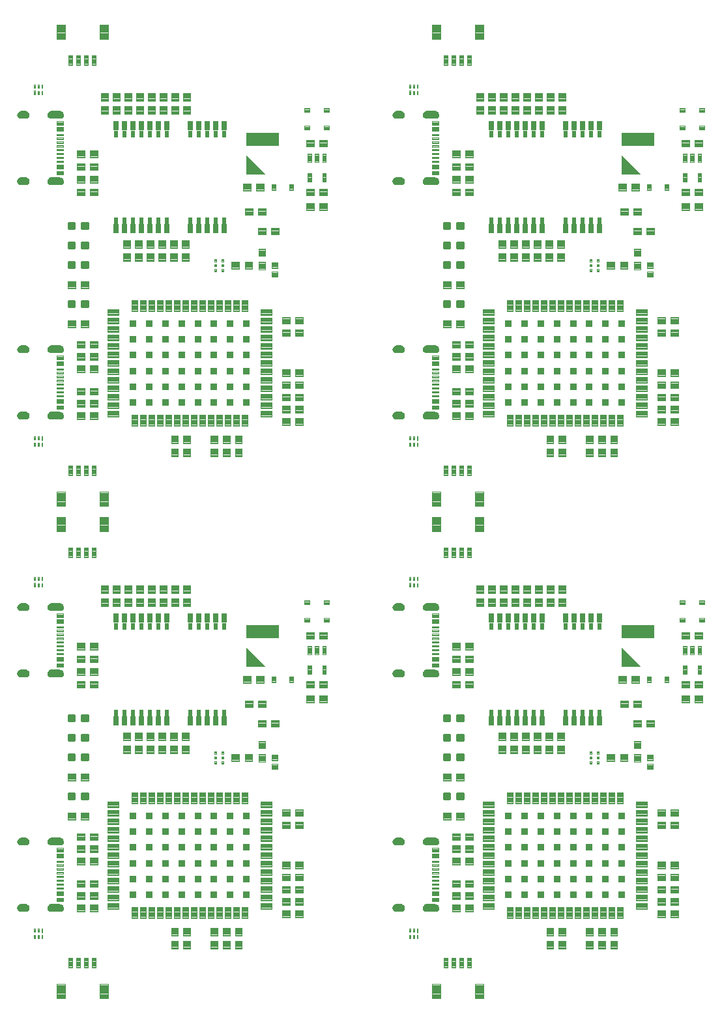
<source format=gtp>
G04 EAGLE Gerber RS-274X export*
G75*
%MOMM*%
%FSLAX34Y34*%
%LPD*%
%INSolderpaste Top*%
%IPPOS*%
%AMOC8*
5,1,8,0,0,1.08239X$1,22.5*%
G01*
%ADD10C,0.096000*%
%ADD11C,0.102000*%
%ADD12C,0.100000*%
%ADD13C,0.300000*%
%ADD14C,0.099000*%
%ADD15C,0.102500*%
%ADD16R,0.800000X1.200000*%
%ADD17R,0.600000X0.900000*%
%ADD18C,0.102300*%
%ADD19R,0.900000X0.900000*%
%ADD20C,0.100800*%
%ADD21R,4.200000X1.700000*%

G36*
X326172Y435878D02*
X326172Y435878D01*
X326216Y435881D01*
X326238Y435897D01*
X326264Y435905D01*
X326293Y435938D01*
X326328Y435964D01*
X326338Y435990D01*
X326356Y436010D01*
X326363Y436054D01*
X326378Y436094D01*
X326373Y436121D01*
X326377Y436148D01*
X326359Y436189D01*
X326350Y436231D01*
X326324Y436267D01*
X326320Y436276D01*
X326315Y436280D01*
X326306Y436291D01*
X302306Y460291D01*
X302268Y460312D01*
X302235Y460341D01*
X302208Y460345D01*
X302184Y460358D01*
X302140Y460355D01*
X302097Y460362D01*
X302072Y460351D01*
X302044Y460349D01*
X302009Y460323D01*
X301969Y460305D01*
X301954Y460282D01*
X301932Y460266D01*
X301916Y460225D01*
X301892Y460189D01*
X301885Y460145D01*
X301882Y460136D01*
X301883Y460129D01*
X301881Y460115D01*
X301881Y436115D01*
X301886Y436099D01*
X301883Y436082D01*
X301905Y436032D01*
X301920Y435981D01*
X301933Y435970D01*
X301940Y435954D01*
X301985Y435924D01*
X302025Y435889D01*
X302042Y435886D01*
X302057Y435877D01*
X302130Y435866D01*
X326130Y435866D01*
X326172Y435878D01*
G37*
G36*
X813852Y1075958D02*
X813852Y1075958D01*
X813896Y1075961D01*
X813918Y1075977D01*
X813944Y1075985D01*
X813973Y1076018D01*
X814008Y1076044D01*
X814018Y1076070D01*
X814036Y1076090D01*
X814043Y1076134D01*
X814058Y1076174D01*
X814053Y1076201D01*
X814057Y1076228D01*
X814039Y1076269D01*
X814030Y1076311D01*
X814004Y1076347D01*
X814000Y1076356D01*
X813995Y1076360D01*
X813986Y1076371D01*
X789986Y1100371D01*
X789948Y1100392D01*
X789915Y1100421D01*
X789888Y1100425D01*
X789864Y1100438D01*
X789820Y1100435D01*
X789777Y1100442D01*
X789752Y1100431D01*
X789724Y1100429D01*
X789689Y1100403D01*
X789649Y1100385D01*
X789634Y1100362D01*
X789612Y1100346D01*
X789596Y1100305D01*
X789572Y1100269D01*
X789565Y1100225D01*
X789562Y1100216D01*
X789563Y1100209D01*
X789561Y1100195D01*
X789561Y1076195D01*
X789566Y1076179D01*
X789563Y1076162D01*
X789585Y1076112D01*
X789600Y1076061D01*
X789613Y1076050D01*
X789620Y1076034D01*
X789665Y1076004D01*
X789705Y1075969D01*
X789722Y1075966D01*
X789737Y1075957D01*
X789810Y1075946D01*
X813810Y1075946D01*
X813852Y1075958D01*
G37*
G36*
X326172Y1075958D02*
X326172Y1075958D01*
X326216Y1075961D01*
X326238Y1075977D01*
X326264Y1075985D01*
X326293Y1076018D01*
X326328Y1076044D01*
X326338Y1076070D01*
X326356Y1076090D01*
X326363Y1076134D01*
X326378Y1076174D01*
X326373Y1076201D01*
X326377Y1076228D01*
X326359Y1076269D01*
X326350Y1076311D01*
X326324Y1076347D01*
X326320Y1076356D01*
X326315Y1076360D01*
X326306Y1076371D01*
X302306Y1100371D01*
X302268Y1100392D01*
X302235Y1100421D01*
X302208Y1100425D01*
X302184Y1100438D01*
X302140Y1100435D01*
X302097Y1100442D01*
X302072Y1100431D01*
X302044Y1100429D01*
X302009Y1100403D01*
X301969Y1100385D01*
X301954Y1100362D01*
X301932Y1100346D01*
X301916Y1100305D01*
X301892Y1100269D01*
X301885Y1100225D01*
X301882Y1100216D01*
X301883Y1100209D01*
X301881Y1100195D01*
X301881Y1076195D01*
X301886Y1076179D01*
X301883Y1076162D01*
X301905Y1076112D01*
X301920Y1076061D01*
X301933Y1076050D01*
X301940Y1076034D01*
X301985Y1076004D01*
X302025Y1075969D01*
X302042Y1075966D01*
X302057Y1075957D01*
X302130Y1075946D01*
X326130Y1075946D01*
X326172Y1075958D01*
G37*
G36*
X813852Y435878D02*
X813852Y435878D01*
X813896Y435881D01*
X813918Y435897D01*
X813944Y435905D01*
X813973Y435938D01*
X814008Y435964D01*
X814018Y435990D01*
X814036Y436010D01*
X814043Y436054D01*
X814058Y436094D01*
X814053Y436121D01*
X814057Y436148D01*
X814039Y436189D01*
X814030Y436231D01*
X814004Y436267D01*
X814000Y436276D01*
X813995Y436280D01*
X813986Y436291D01*
X789986Y460291D01*
X789948Y460312D01*
X789915Y460341D01*
X789888Y460345D01*
X789864Y460358D01*
X789820Y460355D01*
X789777Y460362D01*
X789752Y460351D01*
X789724Y460349D01*
X789689Y460323D01*
X789649Y460305D01*
X789634Y460282D01*
X789612Y460266D01*
X789596Y460225D01*
X789572Y460189D01*
X789565Y460145D01*
X789562Y460136D01*
X789563Y460129D01*
X789561Y460115D01*
X789561Y436115D01*
X789566Y436099D01*
X789563Y436082D01*
X789585Y436032D01*
X789600Y435981D01*
X789613Y435970D01*
X789620Y435954D01*
X789665Y435924D01*
X789705Y435889D01*
X789722Y435886D01*
X789737Y435877D01*
X789810Y435866D01*
X813810Y435866D01*
X813852Y435878D01*
G37*
G36*
X60305Y116854D02*
X60305Y116854D01*
X60308Y116851D01*
X61403Y117031D01*
X61409Y117037D01*
X61414Y117034D01*
X62442Y117453D01*
X62446Y117460D01*
X62451Y117458D01*
X63360Y118096D01*
X63363Y118103D01*
X63368Y118103D01*
X64112Y118926D01*
X64113Y118934D01*
X64119Y118935D01*
X64661Y119903D01*
X64660Y119912D01*
X64666Y119914D01*
X64979Y120978D01*
X64976Y120986D01*
X64981Y120989D01*
X65049Y122097D01*
X65045Y122104D01*
X65049Y122107D01*
X64879Y123215D01*
X64873Y123221D01*
X64876Y123226D01*
X64464Y124268D01*
X64457Y124272D01*
X64459Y124277D01*
X63825Y125202D01*
X63817Y125204D01*
X63818Y125210D01*
X62995Y125970D01*
X62986Y125971D01*
X62986Y125977D01*
X62014Y126534D01*
X62006Y126533D01*
X62004Y126539D01*
X60932Y126866D01*
X60924Y126863D01*
X60921Y126868D01*
X59804Y126949D01*
X59801Y126948D01*
X59800Y126949D01*
X47800Y126949D01*
X47797Y126947D01*
X47790Y126947D01*
X47789Y126948D01*
X46845Y126729D01*
X46839Y126723D01*
X46834Y126725D01*
X45962Y126302D01*
X45959Y126294D01*
X45953Y126296D01*
X45197Y125689D01*
X45195Y125681D01*
X45189Y125681D01*
X44588Y124921D01*
X44588Y124912D01*
X44582Y124911D01*
X44164Y124036D01*
X44166Y124028D01*
X44161Y124026D01*
X43949Y123080D01*
X43952Y123073D01*
X43947Y123069D01*
X43951Y122100D01*
X43951Y122099D01*
X43970Y121031D01*
X43975Y121024D01*
X43971Y121020D01*
X44227Y119983D01*
X44234Y119978D01*
X44231Y119972D01*
X44712Y119018D01*
X44719Y119015D01*
X44718Y119009D01*
X45399Y118186D01*
X45407Y118184D01*
X45407Y118178D01*
X46254Y117527D01*
X46262Y117527D01*
X46263Y117521D01*
X47234Y117074D01*
X47242Y117076D01*
X47244Y117071D01*
X48290Y116852D01*
X48297Y116855D01*
X48300Y116851D01*
X60300Y116851D01*
X60305Y116854D01*
G37*
G36*
X60305Y421654D02*
X60305Y421654D01*
X60308Y421651D01*
X61403Y421831D01*
X61409Y421837D01*
X61414Y421834D01*
X62442Y422253D01*
X62446Y422260D01*
X62451Y422258D01*
X63360Y422896D01*
X63363Y422903D01*
X63368Y422903D01*
X64112Y423726D01*
X64113Y423734D01*
X64119Y423735D01*
X64661Y424703D01*
X64660Y424712D01*
X64666Y424714D01*
X64979Y425778D01*
X64976Y425786D01*
X64981Y425789D01*
X65049Y426897D01*
X65045Y426904D01*
X65049Y426907D01*
X64879Y428015D01*
X64873Y428021D01*
X64876Y428026D01*
X64464Y429068D01*
X64457Y429072D01*
X64459Y429077D01*
X63825Y430002D01*
X63817Y430004D01*
X63818Y430010D01*
X62995Y430770D01*
X62986Y430771D01*
X62986Y430777D01*
X62014Y431334D01*
X62006Y431333D01*
X62004Y431339D01*
X60932Y431666D01*
X60924Y431663D01*
X60921Y431668D01*
X59804Y431749D01*
X59801Y431748D01*
X59800Y431749D01*
X47800Y431749D01*
X47797Y431747D01*
X47790Y431747D01*
X47789Y431748D01*
X46845Y431529D01*
X46839Y431523D01*
X46834Y431525D01*
X45962Y431102D01*
X45959Y431094D01*
X45953Y431096D01*
X45197Y430489D01*
X45195Y430481D01*
X45189Y430481D01*
X44588Y429721D01*
X44588Y429712D01*
X44582Y429711D01*
X44164Y428836D01*
X44166Y428828D01*
X44161Y428826D01*
X43949Y427880D01*
X43952Y427873D01*
X43947Y427869D01*
X43951Y426900D01*
X43951Y426899D01*
X43970Y425831D01*
X43975Y425824D01*
X43971Y425820D01*
X44227Y424783D01*
X44234Y424778D01*
X44231Y424772D01*
X44712Y423818D01*
X44719Y423815D01*
X44718Y423809D01*
X45399Y422986D01*
X45407Y422984D01*
X45407Y422978D01*
X46254Y422327D01*
X46262Y422327D01*
X46263Y422321D01*
X47234Y421874D01*
X47242Y421876D01*
X47244Y421871D01*
X48290Y421652D01*
X48297Y421655D01*
X48300Y421651D01*
X60300Y421651D01*
X60305Y421654D01*
G37*
G36*
X547985Y421654D02*
X547985Y421654D01*
X547988Y421651D01*
X549083Y421831D01*
X549089Y421837D01*
X549094Y421834D01*
X550122Y422253D01*
X550126Y422260D01*
X550131Y422258D01*
X551040Y422896D01*
X551043Y422903D01*
X551048Y422903D01*
X551792Y423726D01*
X551793Y423734D01*
X551799Y423735D01*
X552341Y424703D01*
X552340Y424712D01*
X552346Y424714D01*
X552659Y425778D01*
X552656Y425786D01*
X552661Y425789D01*
X552729Y426897D01*
X552725Y426904D01*
X552729Y426907D01*
X552559Y428015D01*
X552553Y428021D01*
X552556Y428026D01*
X552144Y429068D01*
X552137Y429072D01*
X552139Y429077D01*
X551505Y430002D01*
X551497Y430004D01*
X551498Y430010D01*
X550675Y430770D01*
X550666Y430771D01*
X550666Y430777D01*
X549694Y431334D01*
X549686Y431333D01*
X549684Y431339D01*
X548612Y431666D01*
X548604Y431663D01*
X548601Y431668D01*
X547484Y431749D01*
X547481Y431748D01*
X547480Y431749D01*
X535480Y431749D01*
X535477Y431747D01*
X535470Y431747D01*
X535469Y431748D01*
X534525Y431529D01*
X534519Y431523D01*
X534514Y431525D01*
X533642Y431102D01*
X533639Y431094D01*
X533633Y431096D01*
X532877Y430489D01*
X532875Y430481D01*
X532869Y430481D01*
X532268Y429721D01*
X532268Y429712D01*
X532262Y429711D01*
X531844Y428836D01*
X531846Y428828D01*
X531841Y428826D01*
X531629Y427880D01*
X531632Y427873D01*
X531627Y427869D01*
X531631Y426900D01*
X531631Y426899D01*
X531650Y425831D01*
X531655Y425824D01*
X531651Y425820D01*
X531907Y424783D01*
X531914Y424778D01*
X531911Y424772D01*
X532392Y423818D01*
X532399Y423815D01*
X532398Y423809D01*
X533079Y422986D01*
X533087Y422984D01*
X533087Y422978D01*
X533934Y422327D01*
X533942Y422327D01*
X533943Y422321D01*
X534914Y421874D01*
X534922Y421876D01*
X534924Y421871D01*
X535970Y421652D01*
X535977Y421655D01*
X535980Y421651D01*
X547980Y421651D01*
X547985Y421654D01*
G37*
G36*
X547985Y756934D02*
X547985Y756934D01*
X547988Y756931D01*
X549083Y757111D01*
X549089Y757117D01*
X549094Y757114D01*
X550122Y757533D01*
X550126Y757540D01*
X550131Y757538D01*
X551040Y758176D01*
X551043Y758183D01*
X551048Y758183D01*
X551792Y759006D01*
X551793Y759014D01*
X551799Y759015D01*
X552341Y759983D01*
X552340Y759992D01*
X552346Y759994D01*
X552659Y761058D01*
X552656Y761066D01*
X552661Y761069D01*
X552729Y762177D01*
X552725Y762184D01*
X552729Y762187D01*
X552559Y763295D01*
X552553Y763301D01*
X552556Y763306D01*
X552144Y764348D01*
X552137Y764352D01*
X552139Y764357D01*
X551505Y765282D01*
X551497Y765284D01*
X551498Y765290D01*
X550675Y766050D01*
X550666Y766051D01*
X550666Y766057D01*
X549694Y766614D01*
X549686Y766613D01*
X549684Y766619D01*
X548612Y766946D01*
X548604Y766943D01*
X548601Y766948D01*
X547484Y767029D01*
X547481Y767028D01*
X547480Y767029D01*
X535480Y767029D01*
X535477Y767027D01*
X535470Y767027D01*
X535469Y767028D01*
X534525Y766809D01*
X534519Y766803D01*
X534514Y766805D01*
X533642Y766382D01*
X533639Y766374D01*
X533633Y766376D01*
X532877Y765769D01*
X532875Y765761D01*
X532869Y765761D01*
X532268Y765001D01*
X532268Y764992D01*
X532262Y764991D01*
X531844Y764116D01*
X531846Y764108D01*
X531841Y764106D01*
X531629Y763160D01*
X531632Y763153D01*
X531627Y763149D01*
X531631Y762180D01*
X531631Y762179D01*
X531650Y761111D01*
X531655Y761104D01*
X531651Y761100D01*
X531907Y760063D01*
X531914Y760058D01*
X531911Y760052D01*
X532392Y759098D01*
X532399Y759095D01*
X532398Y759089D01*
X533079Y758266D01*
X533087Y758264D01*
X533087Y758258D01*
X533934Y757607D01*
X533942Y757607D01*
X533943Y757601D01*
X534914Y757154D01*
X534922Y757156D01*
X534924Y757151D01*
X535970Y756932D01*
X535977Y756935D01*
X535980Y756931D01*
X547980Y756931D01*
X547985Y756934D01*
G37*
G36*
X547985Y1061734D02*
X547985Y1061734D01*
X547988Y1061731D01*
X549083Y1061911D01*
X549089Y1061917D01*
X549094Y1061914D01*
X550122Y1062333D01*
X550126Y1062340D01*
X550131Y1062338D01*
X551040Y1062976D01*
X551043Y1062983D01*
X551048Y1062983D01*
X551792Y1063806D01*
X551793Y1063814D01*
X551799Y1063815D01*
X552341Y1064783D01*
X552340Y1064792D01*
X552346Y1064794D01*
X552659Y1065858D01*
X552656Y1065866D01*
X552661Y1065869D01*
X552729Y1066977D01*
X552725Y1066984D01*
X552729Y1066987D01*
X552559Y1068095D01*
X552553Y1068101D01*
X552556Y1068106D01*
X552144Y1069148D01*
X552137Y1069152D01*
X552139Y1069157D01*
X551505Y1070082D01*
X551497Y1070084D01*
X551498Y1070090D01*
X550675Y1070850D01*
X550666Y1070851D01*
X550666Y1070857D01*
X549694Y1071414D01*
X549686Y1071413D01*
X549684Y1071419D01*
X548612Y1071746D01*
X548604Y1071743D01*
X548601Y1071748D01*
X547484Y1071829D01*
X547481Y1071828D01*
X547480Y1071829D01*
X535480Y1071829D01*
X535477Y1071827D01*
X535470Y1071827D01*
X535469Y1071828D01*
X534525Y1071609D01*
X534519Y1071603D01*
X534514Y1071605D01*
X533642Y1071182D01*
X533639Y1071174D01*
X533633Y1071176D01*
X532877Y1070569D01*
X532875Y1070561D01*
X532869Y1070561D01*
X532268Y1069801D01*
X532268Y1069792D01*
X532262Y1069791D01*
X531844Y1068916D01*
X531846Y1068908D01*
X531841Y1068906D01*
X531629Y1067960D01*
X531632Y1067953D01*
X531627Y1067949D01*
X531631Y1066980D01*
X531631Y1066979D01*
X531650Y1065911D01*
X531655Y1065904D01*
X531651Y1065900D01*
X531907Y1064863D01*
X531914Y1064858D01*
X531911Y1064852D01*
X532392Y1063898D01*
X532399Y1063895D01*
X532398Y1063889D01*
X533079Y1063066D01*
X533087Y1063064D01*
X533087Y1063058D01*
X533934Y1062407D01*
X533942Y1062407D01*
X533943Y1062401D01*
X534914Y1061954D01*
X534922Y1061956D01*
X534924Y1061951D01*
X535970Y1061732D01*
X535977Y1061735D01*
X535980Y1061731D01*
X547980Y1061731D01*
X547985Y1061734D01*
G37*
G36*
X547985Y116854D02*
X547985Y116854D01*
X547988Y116851D01*
X549083Y117031D01*
X549089Y117037D01*
X549094Y117034D01*
X550122Y117453D01*
X550126Y117460D01*
X550131Y117458D01*
X551040Y118096D01*
X551043Y118103D01*
X551048Y118103D01*
X551792Y118926D01*
X551793Y118934D01*
X551799Y118935D01*
X552341Y119903D01*
X552340Y119912D01*
X552346Y119914D01*
X552659Y120978D01*
X552656Y120986D01*
X552661Y120989D01*
X552729Y122097D01*
X552725Y122104D01*
X552729Y122107D01*
X552559Y123215D01*
X552553Y123221D01*
X552556Y123226D01*
X552144Y124268D01*
X552137Y124272D01*
X552139Y124277D01*
X551505Y125202D01*
X551497Y125204D01*
X551498Y125210D01*
X550675Y125970D01*
X550666Y125971D01*
X550666Y125977D01*
X549694Y126534D01*
X549686Y126533D01*
X549684Y126539D01*
X548612Y126866D01*
X548604Y126863D01*
X548601Y126868D01*
X547484Y126949D01*
X547481Y126948D01*
X547480Y126949D01*
X535480Y126949D01*
X535477Y126947D01*
X535470Y126947D01*
X535469Y126948D01*
X534525Y126729D01*
X534519Y126723D01*
X534514Y126725D01*
X533642Y126302D01*
X533639Y126294D01*
X533633Y126296D01*
X532877Y125689D01*
X532875Y125681D01*
X532869Y125681D01*
X532268Y124921D01*
X532268Y124912D01*
X532262Y124911D01*
X531844Y124036D01*
X531846Y124028D01*
X531841Y124026D01*
X531629Y123080D01*
X531632Y123073D01*
X531627Y123069D01*
X531631Y122100D01*
X531631Y122099D01*
X531650Y121031D01*
X531655Y121024D01*
X531651Y121020D01*
X531907Y119983D01*
X531914Y119978D01*
X531911Y119972D01*
X532392Y119018D01*
X532399Y119015D01*
X532398Y119009D01*
X533079Y118186D01*
X533087Y118184D01*
X533087Y118178D01*
X533934Y117527D01*
X533942Y117527D01*
X533943Y117521D01*
X534914Y117074D01*
X534922Y117076D01*
X534924Y117071D01*
X535970Y116852D01*
X535977Y116855D01*
X535980Y116851D01*
X547980Y116851D01*
X547985Y116854D01*
G37*
G36*
X60305Y1061734D02*
X60305Y1061734D01*
X60308Y1061731D01*
X61403Y1061911D01*
X61409Y1061917D01*
X61414Y1061914D01*
X62442Y1062333D01*
X62446Y1062340D01*
X62451Y1062338D01*
X63360Y1062976D01*
X63363Y1062983D01*
X63368Y1062983D01*
X64112Y1063806D01*
X64113Y1063814D01*
X64119Y1063815D01*
X64661Y1064783D01*
X64660Y1064792D01*
X64666Y1064794D01*
X64979Y1065858D01*
X64976Y1065866D01*
X64981Y1065869D01*
X65049Y1066977D01*
X65045Y1066984D01*
X65049Y1066987D01*
X64879Y1068095D01*
X64873Y1068101D01*
X64876Y1068106D01*
X64464Y1069148D01*
X64457Y1069152D01*
X64459Y1069157D01*
X63825Y1070082D01*
X63817Y1070084D01*
X63818Y1070090D01*
X62995Y1070850D01*
X62986Y1070851D01*
X62986Y1070857D01*
X62014Y1071414D01*
X62006Y1071413D01*
X62004Y1071419D01*
X60932Y1071746D01*
X60924Y1071743D01*
X60921Y1071748D01*
X59804Y1071829D01*
X59801Y1071828D01*
X59800Y1071829D01*
X47800Y1071829D01*
X47797Y1071827D01*
X47790Y1071827D01*
X47789Y1071828D01*
X46845Y1071609D01*
X46839Y1071603D01*
X46834Y1071605D01*
X45962Y1071182D01*
X45959Y1071174D01*
X45953Y1071176D01*
X45197Y1070569D01*
X45195Y1070561D01*
X45189Y1070561D01*
X44588Y1069801D01*
X44588Y1069792D01*
X44582Y1069791D01*
X44164Y1068916D01*
X44166Y1068908D01*
X44161Y1068906D01*
X43949Y1067960D01*
X43952Y1067953D01*
X43947Y1067949D01*
X43951Y1066980D01*
X43951Y1066979D01*
X43970Y1065911D01*
X43975Y1065904D01*
X43971Y1065900D01*
X44227Y1064863D01*
X44234Y1064858D01*
X44231Y1064852D01*
X44712Y1063898D01*
X44719Y1063895D01*
X44718Y1063889D01*
X45399Y1063066D01*
X45407Y1063064D01*
X45407Y1063058D01*
X46254Y1062407D01*
X46262Y1062407D01*
X46263Y1062401D01*
X47234Y1061954D01*
X47242Y1061956D01*
X47244Y1061951D01*
X48290Y1061732D01*
X48297Y1061735D01*
X48300Y1061731D01*
X60300Y1061731D01*
X60305Y1061734D01*
G37*
G36*
X60305Y756934D02*
X60305Y756934D01*
X60308Y756931D01*
X61403Y757111D01*
X61409Y757117D01*
X61414Y757114D01*
X62442Y757533D01*
X62446Y757540D01*
X62451Y757538D01*
X63360Y758176D01*
X63363Y758183D01*
X63368Y758183D01*
X64112Y759006D01*
X64113Y759014D01*
X64119Y759015D01*
X64661Y759983D01*
X64660Y759992D01*
X64666Y759994D01*
X64979Y761058D01*
X64976Y761066D01*
X64981Y761069D01*
X65049Y762177D01*
X65045Y762184D01*
X65049Y762187D01*
X64879Y763295D01*
X64873Y763301D01*
X64876Y763306D01*
X64464Y764348D01*
X64457Y764352D01*
X64459Y764357D01*
X63825Y765282D01*
X63817Y765284D01*
X63818Y765290D01*
X62995Y766050D01*
X62986Y766051D01*
X62986Y766057D01*
X62014Y766614D01*
X62006Y766613D01*
X62004Y766619D01*
X60932Y766946D01*
X60924Y766943D01*
X60921Y766948D01*
X59804Y767029D01*
X59801Y767028D01*
X59800Y767029D01*
X47800Y767029D01*
X47797Y767027D01*
X47790Y767027D01*
X47789Y767028D01*
X46845Y766809D01*
X46839Y766803D01*
X46834Y766805D01*
X45962Y766382D01*
X45959Y766374D01*
X45953Y766376D01*
X45197Y765769D01*
X45195Y765761D01*
X45189Y765761D01*
X44588Y765001D01*
X44588Y764992D01*
X44582Y764991D01*
X44164Y764116D01*
X44166Y764108D01*
X44161Y764106D01*
X43949Y763160D01*
X43952Y763153D01*
X43947Y763149D01*
X43951Y762180D01*
X43951Y762179D01*
X43970Y761111D01*
X43975Y761104D01*
X43971Y761100D01*
X44227Y760063D01*
X44234Y760058D01*
X44231Y760052D01*
X44712Y759098D01*
X44719Y759095D01*
X44718Y759089D01*
X45399Y758266D01*
X45407Y758264D01*
X45407Y758258D01*
X46254Y757607D01*
X46262Y757607D01*
X46263Y757601D01*
X47234Y757154D01*
X47242Y757156D01*
X47244Y757151D01*
X48290Y756932D01*
X48297Y756935D01*
X48300Y756931D01*
X60300Y756931D01*
X60305Y756934D01*
G37*
G36*
X60305Y508055D02*
X60305Y508055D01*
X60308Y508051D01*
X61414Y508244D01*
X61419Y508249D01*
X61419Y508250D01*
X61424Y508247D01*
X62459Y508680D01*
X62463Y508687D01*
X62468Y508685D01*
X63381Y509338D01*
X63383Y509346D01*
X63389Y509345D01*
X64133Y510184D01*
X64134Y510193D01*
X64139Y510193D01*
X64678Y511177D01*
X64677Y511185D01*
X64678Y511186D01*
X64682Y511187D01*
X64683Y511189D01*
X64865Y511830D01*
X64989Y512266D01*
X64987Y512271D01*
X64989Y512273D01*
X64987Y512275D01*
X64991Y512277D01*
X65049Y513397D01*
X65046Y513402D01*
X65049Y513406D01*
X64931Y514451D01*
X64925Y514457D01*
X64929Y514462D01*
X64581Y515456D01*
X64574Y515460D01*
X64576Y515465D01*
X64016Y516357D01*
X64009Y516360D01*
X64009Y516365D01*
X63265Y517109D01*
X63257Y517111D01*
X63257Y517116D01*
X62365Y517676D01*
X62357Y517676D01*
X62356Y517681D01*
X61362Y518029D01*
X61354Y518026D01*
X61351Y518031D01*
X60306Y518149D01*
X60302Y518147D01*
X60300Y518149D01*
X48300Y518149D01*
X48297Y518147D01*
X48294Y518147D01*
X48292Y518149D01*
X47296Y517991D01*
X47290Y517985D01*
X47285Y517988D01*
X46349Y517613D01*
X46345Y517606D01*
X46339Y517608D01*
X45510Y517034D01*
X45507Y517026D01*
X45502Y517027D01*
X44821Y516283D01*
X44820Y516274D01*
X44814Y516274D01*
X44316Y515397D01*
X44317Y515389D01*
X44312Y515386D01*
X44124Y514762D01*
X44021Y514421D01*
X44022Y514418D01*
X44021Y514417D01*
X44024Y514413D01*
X44019Y514410D01*
X43951Y513403D01*
X43952Y513401D01*
X43951Y513400D01*
X43960Y512319D01*
X43965Y512312D01*
X43961Y512308D01*
X44211Y511256D01*
X44217Y511251D01*
X44214Y511246D01*
X44691Y510276D01*
X44699Y510273D01*
X44697Y510267D01*
X45378Y509428D01*
X45386Y509426D01*
X45386Y509420D01*
X46237Y508754D01*
X46245Y508753D01*
X46246Y508748D01*
X47223Y508287D01*
X47231Y508289D01*
X47234Y508284D01*
X48289Y508052D01*
X48297Y508055D01*
X48300Y508051D01*
X60300Y508051D01*
X60305Y508055D01*
G37*
G36*
X547985Y203255D02*
X547985Y203255D01*
X547988Y203251D01*
X549094Y203444D01*
X549099Y203449D01*
X549099Y203450D01*
X549104Y203447D01*
X550139Y203880D01*
X550143Y203887D01*
X550148Y203885D01*
X551061Y204538D01*
X551063Y204546D01*
X551069Y204545D01*
X551813Y205384D01*
X551814Y205393D01*
X551819Y205393D01*
X552358Y206377D01*
X552357Y206385D01*
X552358Y206386D01*
X552362Y206387D01*
X552363Y206389D01*
X552545Y207030D01*
X552669Y207466D01*
X552667Y207471D01*
X552669Y207473D01*
X552667Y207475D01*
X552671Y207477D01*
X552729Y208597D01*
X552726Y208602D01*
X552729Y208606D01*
X552611Y209651D01*
X552605Y209657D01*
X552609Y209662D01*
X552261Y210656D01*
X552254Y210660D01*
X552256Y210665D01*
X551696Y211557D01*
X551689Y211560D01*
X551689Y211565D01*
X550945Y212309D01*
X550937Y212311D01*
X550937Y212316D01*
X550045Y212876D01*
X550037Y212876D01*
X550036Y212881D01*
X549042Y213229D01*
X549034Y213226D01*
X549031Y213231D01*
X547986Y213349D01*
X547982Y213347D01*
X547980Y213349D01*
X535980Y213349D01*
X535977Y213347D01*
X535974Y213347D01*
X535972Y213349D01*
X534976Y213191D01*
X534970Y213185D01*
X534965Y213188D01*
X534029Y212813D01*
X534025Y212806D01*
X534019Y212808D01*
X533190Y212234D01*
X533187Y212226D01*
X533182Y212227D01*
X532501Y211483D01*
X532500Y211474D01*
X532494Y211474D01*
X531996Y210597D01*
X531997Y210589D01*
X531992Y210586D01*
X531804Y209962D01*
X531701Y209621D01*
X531702Y209618D01*
X531701Y209617D01*
X531704Y209613D01*
X531699Y209610D01*
X531631Y208603D01*
X531632Y208601D01*
X531631Y208600D01*
X531640Y207519D01*
X531645Y207512D01*
X531641Y207508D01*
X531891Y206456D01*
X531897Y206451D01*
X531894Y206446D01*
X532371Y205476D01*
X532379Y205473D01*
X532377Y205467D01*
X533058Y204628D01*
X533066Y204626D01*
X533066Y204620D01*
X533917Y203954D01*
X533925Y203953D01*
X533926Y203948D01*
X534903Y203487D01*
X534911Y203489D01*
X534914Y203484D01*
X535969Y203252D01*
X535977Y203255D01*
X535980Y203251D01*
X547980Y203251D01*
X547985Y203255D01*
G37*
G36*
X547985Y1148135D02*
X547985Y1148135D01*
X547988Y1148131D01*
X549094Y1148324D01*
X549099Y1148329D01*
X549099Y1148330D01*
X549104Y1148327D01*
X550139Y1148760D01*
X550143Y1148767D01*
X550148Y1148765D01*
X551061Y1149418D01*
X551063Y1149426D01*
X551069Y1149425D01*
X551813Y1150264D01*
X551814Y1150273D01*
X551819Y1150273D01*
X552358Y1151257D01*
X552357Y1151265D01*
X552358Y1151266D01*
X552362Y1151267D01*
X552363Y1151269D01*
X552545Y1151910D01*
X552669Y1152346D01*
X552667Y1152351D01*
X552669Y1152353D01*
X552667Y1152355D01*
X552671Y1152357D01*
X552729Y1153477D01*
X552726Y1153482D01*
X552729Y1153486D01*
X552611Y1154531D01*
X552605Y1154537D01*
X552609Y1154542D01*
X552261Y1155536D01*
X552254Y1155540D01*
X552256Y1155545D01*
X551696Y1156437D01*
X551689Y1156440D01*
X551689Y1156445D01*
X550945Y1157189D01*
X550937Y1157191D01*
X550937Y1157196D01*
X550045Y1157756D01*
X550037Y1157756D01*
X550036Y1157761D01*
X549042Y1158109D01*
X549034Y1158106D01*
X549031Y1158111D01*
X547986Y1158229D01*
X547982Y1158227D01*
X547980Y1158229D01*
X535980Y1158229D01*
X535977Y1158227D01*
X535974Y1158227D01*
X535972Y1158229D01*
X534976Y1158071D01*
X534970Y1158065D01*
X534965Y1158068D01*
X534029Y1157693D01*
X534025Y1157686D01*
X534019Y1157688D01*
X533190Y1157114D01*
X533187Y1157106D01*
X533182Y1157107D01*
X532501Y1156363D01*
X532500Y1156354D01*
X532494Y1156354D01*
X531996Y1155477D01*
X531997Y1155469D01*
X531992Y1155466D01*
X531804Y1154842D01*
X531701Y1154501D01*
X531702Y1154498D01*
X531701Y1154497D01*
X531704Y1154493D01*
X531699Y1154490D01*
X531631Y1153483D01*
X531632Y1153481D01*
X531631Y1153480D01*
X531640Y1152399D01*
X531645Y1152392D01*
X531641Y1152388D01*
X531891Y1151336D01*
X531897Y1151331D01*
X531894Y1151326D01*
X532371Y1150356D01*
X532379Y1150353D01*
X532377Y1150347D01*
X533058Y1149508D01*
X533066Y1149506D01*
X533066Y1149500D01*
X533917Y1148834D01*
X533925Y1148833D01*
X533926Y1148828D01*
X534903Y1148367D01*
X534911Y1148369D01*
X534914Y1148364D01*
X535969Y1148132D01*
X535977Y1148135D01*
X535980Y1148131D01*
X547980Y1148131D01*
X547985Y1148135D01*
G37*
G36*
X60305Y203255D02*
X60305Y203255D01*
X60308Y203251D01*
X61414Y203444D01*
X61419Y203449D01*
X61419Y203450D01*
X61424Y203447D01*
X62459Y203880D01*
X62463Y203887D01*
X62468Y203885D01*
X63381Y204538D01*
X63383Y204546D01*
X63389Y204545D01*
X64133Y205384D01*
X64134Y205393D01*
X64139Y205393D01*
X64678Y206377D01*
X64677Y206385D01*
X64678Y206386D01*
X64682Y206387D01*
X64683Y206389D01*
X64865Y207030D01*
X64989Y207466D01*
X64987Y207471D01*
X64989Y207473D01*
X64987Y207475D01*
X64991Y207477D01*
X65049Y208597D01*
X65046Y208602D01*
X65049Y208606D01*
X64931Y209651D01*
X64925Y209657D01*
X64929Y209662D01*
X64581Y210656D01*
X64574Y210660D01*
X64576Y210665D01*
X64016Y211557D01*
X64009Y211560D01*
X64009Y211565D01*
X63265Y212309D01*
X63257Y212311D01*
X63257Y212316D01*
X62365Y212876D01*
X62357Y212876D01*
X62356Y212881D01*
X61362Y213229D01*
X61354Y213226D01*
X61351Y213231D01*
X60306Y213349D01*
X60302Y213347D01*
X60300Y213349D01*
X48300Y213349D01*
X48297Y213347D01*
X48294Y213347D01*
X48292Y213349D01*
X47296Y213191D01*
X47290Y213185D01*
X47285Y213188D01*
X46349Y212813D01*
X46345Y212806D01*
X46339Y212808D01*
X45510Y212234D01*
X45507Y212226D01*
X45502Y212227D01*
X44821Y211483D01*
X44820Y211474D01*
X44814Y211474D01*
X44316Y210597D01*
X44317Y210589D01*
X44312Y210586D01*
X44124Y209962D01*
X44021Y209621D01*
X44022Y209618D01*
X44021Y209617D01*
X44024Y209613D01*
X44019Y209610D01*
X43951Y208603D01*
X43952Y208601D01*
X43951Y208600D01*
X43960Y207519D01*
X43965Y207512D01*
X43961Y207508D01*
X44211Y206456D01*
X44217Y206451D01*
X44214Y206446D01*
X44691Y205476D01*
X44699Y205473D01*
X44697Y205467D01*
X45378Y204628D01*
X45386Y204626D01*
X45386Y204620D01*
X46237Y203954D01*
X46245Y203953D01*
X46246Y203948D01*
X47223Y203487D01*
X47231Y203489D01*
X47234Y203484D01*
X48289Y203252D01*
X48297Y203255D01*
X48300Y203251D01*
X60300Y203251D01*
X60305Y203255D01*
G37*
G36*
X547985Y843335D02*
X547985Y843335D01*
X547988Y843331D01*
X549094Y843524D01*
X549099Y843529D01*
X549099Y843530D01*
X549104Y843527D01*
X550139Y843960D01*
X550143Y843967D01*
X550148Y843965D01*
X551061Y844618D01*
X551063Y844626D01*
X551069Y844625D01*
X551813Y845464D01*
X551814Y845473D01*
X551819Y845473D01*
X552358Y846457D01*
X552357Y846465D01*
X552358Y846466D01*
X552362Y846467D01*
X552363Y846469D01*
X552545Y847110D01*
X552669Y847546D01*
X552667Y847551D01*
X552669Y847553D01*
X552667Y847555D01*
X552671Y847557D01*
X552729Y848677D01*
X552726Y848682D01*
X552729Y848686D01*
X552611Y849731D01*
X552605Y849737D01*
X552609Y849742D01*
X552261Y850736D01*
X552254Y850740D01*
X552256Y850745D01*
X551696Y851637D01*
X551689Y851640D01*
X551689Y851645D01*
X550945Y852389D01*
X550937Y852391D01*
X550937Y852396D01*
X550045Y852956D01*
X550037Y852956D01*
X550036Y852961D01*
X549042Y853309D01*
X549034Y853306D01*
X549031Y853311D01*
X547986Y853429D01*
X547982Y853427D01*
X547980Y853429D01*
X535980Y853429D01*
X535977Y853427D01*
X535974Y853427D01*
X535972Y853429D01*
X534976Y853271D01*
X534970Y853265D01*
X534965Y853268D01*
X534029Y852893D01*
X534025Y852886D01*
X534019Y852888D01*
X533190Y852314D01*
X533187Y852306D01*
X533182Y852307D01*
X532501Y851563D01*
X532500Y851554D01*
X532494Y851554D01*
X531996Y850677D01*
X531997Y850669D01*
X531992Y850666D01*
X531804Y850042D01*
X531701Y849701D01*
X531702Y849698D01*
X531701Y849697D01*
X531704Y849693D01*
X531699Y849690D01*
X531631Y848683D01*
X531632Y848681D01*
X531631Y848680D01*
X531640Y847599D01*
X531645Y847592D01*
X531641Y847588D01*
X531891Y846536D01*
X531897Y846531D01*
X531894Y846526D01*
X532371Y845556D01*
X532379Y845553D01*
X532377Y845547D01*
X533058Y844708D01*
X533066Y844706D01*
X533066Y844700D01*
X533917Y844034D01*
X533925Y844033D01*
X533926Y844028D01*
X534903Y843567D01*
X534911Y843569D01*
X534914Y843564D01*
X535969Y843332D01*
X535977Y843335D01*
X535980Y843331D01*
X547980Y843331D01*
X547985Y843335D01*
G37*
G36*
X60305Y843335D02*
X60305Y843335D01*
X60308Y843331D01*
X61414Y843524D01*
X61419Y843529D01*
X61419Y843530D01*
X61424Y843527D01*
X62459Y843960D01*
X62463Y843967D01*
X62468Y843965D01*
X63381Y844618D01*
X63383Y844626D01*
X63389Y844625D01*
X64133Y845464D01*
X64134Y845473D01*
X64139Y845473D01*
X64678Y846457D01*
X64677Y846465D01*
X64678Y846466D01*
X64682Y846467D01*
X64683Y846469D01*
X64865Y847110D01*
X64989Y847546D01*
X64987Y847551D01*
X64989Y847553D01*
X64987Y847555D01*
X64991Y847557D01*
X65049Y848677D01*
X65046Y848682D01*
X65049Y848686D01*
X64931Y849731D01*
X64925Y849737D01*
X64929Y849742D01*
X64581Y850736D01*
X64574Y850740D01*
X64576Y850745D01*
X64016Y851637D01*
X64009Y851640D01*
X64009Y851645D01*
X63265Y852389D01*
X63257Y852391D01*
X63257Y852396D01*
X62365Y852956D01*
X62357Y852956D01*
X62356Y852961D01*
X61362Y853309D01*
X61354Y853306D01*
X61351Y853311D01*
X60306Y853429D01*
X60302Y853427D01*
X60300Y853429D01*
X48300Y853429D01*
X48297Y853427D01*
X48294Y853427D01*
X48292Y853429D01*
X47296Y853271D01*
X47290Y853265D01*
X47285Y853268D01*
X46349Y852893D01*
X46345Y852886D01*
X46339Y852888D01*
X45510Y852314D01*
X45507Y852306D01*
X45502Y852307D01*
X44821Y851563D01*
X44820Y851554D01*
X44814Y851554D01*
X44316Y850677D01*
X44317Y850669D01*
X44312Y850666D01*
X44124Y850042D01*
X44021Y849701D01*
X44022Y849698D01*
X44021Y849697D01*
X44024Y849693D01*
X44019Y849690D01*
X43951Y848683D01*
X43952Y848681D01*
X43951Y848680D01*
X43960Y847599D01*
X43965Y847592D01*
X43961Y847588D01*
X44211Y846536D01*
X44217Y846531D01*
X44214Y846526D01*
X44691Y845556D01*
X44699Y845553D01*
X44697Y845547D01*
X45378Y844708D01*
X45386Y844706D01*
X45386Y844700D01*
X46237Y844034D01*
X46245Y844033D01*
X46246Y844028D01*
X47223Y843567D01*
X47231Y843569D01*
X47234Y843564D01*
X48289Y843332D01*
X48297Y843335D01*
X48300Y843331D01*
X60300Y843331D01*
X60305Y843335D01*
G37*
G36*
X60305Y1148135D02*
X60305Y1148135D01*
X60308Y1148131D01*
X61414Y1148324D01*
X61419Y1148329D01*
X61419Y1148330D01*
X61424Y1148327D01*
X62459Y1148760D01*
X62463Y1148767D01*
X62468Y1148765D01*
X63381Y1149418D01*
X63383Y1149426D01*
X63389Y1149425D01*
X64133Y1150264D01*
X64134Y1150273D01*
X64139Y1150273D01*
X64678Y1151257D01*
X64677Y1151265D01*
X64678Y1151266D01*
X64682Y1151267D01*
X64683Y1151269D01*
X64865Y1151910D01*
X64989Y1152346D01*
X64987Y1152351D01*
X64989Y1152353D01*
X64987Y1152355D01*
X64991Y1152357D01*
X65049Y1153477D01*
X65046Y1153482D01*
X65049Y1153486D01*
X64931Y1154531D01*
X64925Y1154537D01*
X64929Y1154542D01*
X64581Y1155536D01*
X64574Y1155540D01*
X64576Y1155545D01*
X64016Y1156437D01*
X64009Y1156440D01*
X64009Y1156445D01*
X63265Y1157189D01*
X63257Y1157191D01*
X63257Y1157196D01*
X62365Y1157756D01*
X62357Y1157756D01*
X62356Y1157761D01*
X61362Y1158109D01*
X61354Y1158106D01*
X61351Y1158111D01*
X60306Y1158229D01*
X60302Y1158227D01*
X60300Y1158229D01*
X48300Y1158229D01*
X48297Y1158227D01*
X48294Y1158227D01*
X48292Y1158229D01*
X47296Y1158071D01*
X47290Y1158065D01*
X47285Y1158068D01*
X46349Y1157693D01*
X46345Y1157686D01*
X46339Y1157688D01*
X45510Y1157114D01*
X45507Y1157106D01*
X45502Y1157107D01*
X44821Y1156363D01*
X44820Y1156354D01*
X44814Y1156354D01*
X44316Y1155477D01*
X44317Y1155469D01*
X44312Y1155466D01*
X44124Y1154842D01*
X44021Y1154501D01*
X44022Y1154498D01*
X44021Y1154497D01*
X44024Y1154493D01*
X44019Y1154490D01*
X43951Y1153483D01*
X43952Y1153481D01*
X43951Y1153480D01*
X43960Y1152399D01*
X43965Y1152392D01*
X43961Y1152388D01*
X44211Y1151336D01*
X44217Y1151331D01*
X44214Y1151326D01*
X44691Y1150356D01*
X44699Y1150353D01*
X44697Y1150347D01*
X45378Y1149508D01*
X45386Y1149506D01*
X45386Y1149500D01*
X46237Y1148834D01*
X46245Y1148833D01*
X46246Y1148828D01*
X47223Y1148367D01*
X47231Y1148369D01*
X47234Y1148364D01*
X48289Y1148132D01*
X48297Y1148135D01*
X48300Y1148131D01*
X60300Y1148131D01*
X60305Y1148135D01*
G37*
G36*
X547985Y508055D02*
X547985Y508055D01*
X547988Y508051D01*
X549094Y508244D01*
X549099Y508249D01*
X549099Y508250D01*
X549104Y508247D01*
X550139Y508680D01*
X550143Y508687D01*
X550148Y508685D01*
X551061Y509338D01*
X551063Y509346D01*
X551069Y509345D01*
X551813Y510184D01*
X551814Y510193D01*
X551819Y510193D01*
X552358Y511177D01*
X552357Y511185D01*
X552358Y511186D01*
X552362Y511187D01*
X552363Y511189D01*
X552545Y511830D01*
X552669Y512266D01*
X552667Y512271D01*
X552669Y512273D01*
X552667Y512275D01*
X552671Y512277D01*
X552729Y513397D01*
X552726Y513402D01*
X552729Y513406D01*
X552611Y514451D01*
X552605Y514457D01*
X552609Y514462D01*
X552261Y515456D01*
X552254Y515460D01*
X552256Y515465D01*
X551696Y516357D01*
X551689Y516360D01*
X551689Y516365D01*
X550945Y517109D01*
X550937Y517111D01*
X550937Y517116D01*
X550045Y517676D01*
X550037Y517676D01*
X550036Y517681D01*
X549042Y518029D01*
X549034Y518026D01*
X549031Y518031D01*
X547986Y518149D01*
X547982Y518147D01*
X547980Y518149D01*
X535980Y518149D01*
X535977Y518147D01*
X535974Y518147D01*
X535972Y518149D01*
X534976Y517991D01*
X534970Y517985D01*
X534965Y517988D01*
X534029Y517613D01*
X534025Y517606D01*
X534019Y517608D01*
X533190Y517034D01*
X533187Y517026D01*
X533182Y517027D01*
X532501Y516283D01*
X532500Y516274D01*
X532494Y516274D01*
X531996Y515397D01*
X531997Y515389D01*
X531992Y515386D01*
X531804Y514762D01*
X531701Y514421D01*
X531702Y514418D01*
X531701Y514417D01*
X531704Y514413D01*
X531699Y514410D01*
X531631Y513403D01*
X531632Y513401D01*
X531631Y513400D01*
X531640Y512319D01*
X531645Y512312D01*
X531641Y512308D01*
X531891Y511256D01*
X531897Y511251D01*
X531894Y511246D01*
X532371Y510276D01*
X532379Y510273D01*
X532377Y510267D01*
X533058Y509428D01*
X533066Y509426D01*
X533066Y509420D01*
X533917Y508754D01*
X533925Y508753D01*
X533926Y508748D01*
X534903Y508287D01*
X534911Y508289D01*
X534914Y508284D01*
X535969Y508052D01*
X535977Y508055D01*
X535980Y508051D01*
X547980Y508051D01*
X547985Y508055D01*
G37*
G36*
X503184Y1061734D02*
X503184Y1061734D01*
X503186Y1061731D01*
X504319Y1061881D01*
X504325Y1061887D01*
X504330Y1061884D01*
X505400Y1062282D01*
X505404Y1062289D01*
X505410Y1062287D01*
X506365Y1062914D01*
X506368Y1062922D01*
X506373Y1062921D01*
X507165Y1063744D01*
X507166Y1063752D01*
X507172Y1063753D01*
X507761Y1064732D01*
X507760Y1064740D01*
X507765Y1064742D01*
X508121Y1065827D01*
X508119Y1065835D01*
X508123Y1065838D01*
X508229Y1066975D01*
X508224Y1066984D01*
X508228Y1066989D01*
X508021Y1068126D01*
X508015Y1068132D01*
X508018Y1068137D01*
X507563Y1069199D01*
X507556Y1069203D01*
X507558Y1069209D01*
X506878Y1070144D01*
X506870Y1070146D01*
X506871Y1070152D01*
X506000Y1070912D01*
X505992Y1070912D01*
X505991Y1070918D01*
X504972Y1071465D01*
X504964Y1071464D01*
X504962Y1071469D01*
X503848Y1071776D01*
X503840Y1071773D01*
X503837Y1071778D01*
X502682Y1071829D01*
X502681Y1071828D01*
X502680Y1071829D01*
X496680Y1071829D01*
X496677Y1071827D01*
X496672Y1071827D01*
X496671Y1071828D01*
X495590Y1071616D01*
X495585Y1071610D01*
X495580Y1071613D01*
X494574Y1071166D01*
X494570Y1071159D01*
X494564Y1071161D01*
X493683Y1070501D01*
X493680Y1070493D01*
X493675Y1070493D01*
X492962Y1069654D01*
X492962Y1069646D01*
X492956Y1069645D01*
X492448Y1068668D01*
X492449Y1068660D01*
X492444Y1068658D01*
X492166Y1067593D01*
X492169Y1067585D01*
X492165Y1067582D01*
X492131Y1066482D01*
X492135Y1066476D01*
X492131Y1066473D01*
X492286Y1065398D01*
X492292Y1065392D01*
X492289Y1065387D01*
X492679Y1064373D01*
X492686Y1064369D01*
X492685Y1064363D01*
X493291Y1063461D01*
X493299Y1063459D01*
X493298Y1063453D01*
X494090Y1062709D01*
X494098Y1062708D01*
X494098Y1062702D01*
X495036Y1062153D01*
X495044Y1062154D01*
X495046Y1062148D01*
X496082Y1061821D01*
X496090Y1061824D01*
X496093Y1061819D01*
X497176Y1061731D01*
X497179Y1061733D01*
X497180Y1061731D01*
X503180Y1061731D01*
X503184Y1061734D01*
G37*
G36*
X15504Y756934D02*
X15504Y756934D01*
X15506Y756931D01*
X16639Y757081D01*
X16645Y757087D01*
X16650Y757084D01*
X17720Y757482D01*
X17724Y757489D01*
X17730Y757487D01*
X18685Y758114D01*
X18688Y758122D01*
X18693Y758121D01*
X19485Y758944D01*
X19486Y758952D01*
X19492Y758953D01*
X20081Y759932D01*
X20080Y759940D01*
X20085Y759942D01*
X20441Y761027D01*
X20439Y761035D01*
X20443Y761038D01*
X20549Y762175D01*
X20544Y762184D01*
X20548Y762189D01*
X20341Y763326D01*
X20335Y763332D01*
X20338Y763337D01*
X19883Y764399D01*
X19876Y764403D01*
X19878Y764409D01*
X19198Y765344D01*
X19190Y765346D01*
X19191Y765352D01*
X18320Y766112D01*
X18312Y766112D01*
X18311Y766118D01*
X17292Y766665D01*
X17284Y766664D01*
X17282Y766669D01*
X16168Y766976D01*
X16160Y766973D01*
X16157Y766978D01*
X15002Y767029D01*
X15001Y767028D01*
X15000Y767029D01*
X9000Y767029D01*
X8997Y767027D01*
X8992Y767027D01*
X8991Y767028D01*
X7910Y766816D01*
X7905Y766810D01*
X7900Y766813D01*
X6894Y766366D01*
X6890Y766359D01*
X6884Y766361D01*
X6003Y765701D01*
X6000Y765693D01*
X5995Y765693D01*
X5282Y764854D01*
X5282Y764846D01*
X5276Y764845D01*
X4768Y763868D01*
X4769Y763860D01*
X4764Y763858D01*
X4486Y762793D01*
X4489Y762785D01*
X4485Y762782D01*
X4451Y761682D01*
X4455Y761676D01*
X4451Y761673D01*
X4606Y760598D01*
X4612Y760592D01*
X4609Y760587D01*
X4999Y759573D01*
X5006Y759569D01*
X5005Y759563D01*
X5611Y758661D01*
X5619Y758659D01*
X5618Y758653D01*
X6410Y757909D01*
X6418Y757908D01*
X6418Y757902D01*
X7356Y757353D01*
X7364Y757354D01*
X7366Y757348D01*
X8402Y757021D01*
X8410Y757024D01*
X8413Y757019D01*
X9496Y756931D01*
X9499Y756933D01*
X9500Y756931D01*
X15500Y756931D01*
X15504Y756934D01*
G37*
G36*
X503184Y421654D02*
X503184Y421654D01*
X503186Y421651D01*
X504319Y421801D01*
X504325Y421807D01*
X504330Y421804D01*
X505400Y422202D01*
X505404Y422209D01*
X505410Y422207D01*
X506365Y422834D01*
X506368Y422842D01*
X506373Y422841D01*
X507165Y423664D01*
X507166Y423672D01*
X507172Y423673D01*
X507761Y424652D01*
X507760Y424660D01*
X507765Y424662D01*
X508121Y425747D01*
X508119Y425755D01*
X508123Y425758D01*
X508229Y426895D01*
X508224Y426904D01*
X508228Y426909D01*
X508021Y428046D01*
X508015Y428052D01*
X508018Y428057D01*
X507563Y429119D01*
X507556Y429123D01*
X507558Y429129D01*
X506878Y430064D01*
X506870Y430066D01*
X506871Y430072D01*
X506000Y430832D01*
X505992Y430832D01*
X505991Y430838D01*
X504972Y431385D01*
X504964Y431384D01*
X504962Y431389D01*
X503848Y431696D01*
X503840Y431693D01*
X503837Y431698D01*
X502682Y431749D01*
X502681Y431748D01*
X502680Y431749D01*
X496680Y431749D01*
X496677Y431747D01*
X496672Y431747D01*
X496671Y431748D01*
X495590Y431536D01*
X495585Y431530D01*
X495580Y431533D01*
X494574Y431086D01*
X494570Y431079D01*
X494564Y431081D01*
X493683Y430421D01*
X493680Y430413D01*
X493675Y430413D01*
X492962Y429574D01*
X492962Y429566D01*
X492956Y429565D01*
X492448Y428588D01*
X492449Y428580D01*
X492444Y428578D01*
X492166Y427513D01*
X492169Y427505D01*
X492165Y427502D01*
X492131Y426402D01*
X492135Y426396D01*
X492131Y426393D01*
X492286Y425318D01*
X492292Y425312D01*
X492289Y425307D01*
X492679Y424293D01*
X492686Y424289D01*
X492685Y424283D01*
X493291Y423381D01*
X493299Y423379D01*
X493298Y423373D01*
X494090Y422629D01*
X494098Y422628D01*
X494098Y422622D01*
X495036Y422073D01*
X495044Y422074D01*
X495046Y422068D01*
X496082Y421741D01*
X496090Y421744D01*
X496093Y421739D01*
X497176Y421651D01*
X497179Y421653D01*
X497180Y421651D01*
X503180Y421651D01*
X503184Y421654D01*
G37*
G36*
X15504Y421654D02*
X15504Y421654D01*
X15506Y421651D01*
X16639Y421801D01*
X16645Y421807D01*
X16650Y421804D01*
X17720Y422202D01*
X17724Y422209D01*
X17730Y422207D01*
X18685Y422834D01*
X18688Y422842D01*
X18693Y422841D01*
X19485Y423664D01*
X19486Y423672D01*
X19492Y423673D01*
X20081Y424652D01*
X20080Y424660D01*
X20085Y424662D01*
X20441Y425747D01*
X20439Y425755D01*
X20443Y425758D01*
X20549Y426895D01*
X20544Y426904D01*
X20548Y426909D01*
X20341Y428046D01*
X20335Y428052D01*
X20338Y428057D01*
X19883Y429119D01*
X19876Y429123D01*
X19878Y429129D01*
X19198Y430064D01*
X19190Y430066D01*
X19191Y430072D01*
X18320Y430832D01*
X18312Y430832D01*
X18311Y430838D01*
X17292Y431385D01*
X17284Y431384D01*
X17282Y431389D01*
X16168Y431696D01*
X16160Y431693D01*
X16157Y431698D01*
X15002Y431749D01*
X15001Y431748D01*
X15000Y431749D01*
X9000Y431749D01*
X8997Y431747D01*
X8992Y431747D01*
X8991Y431748D01*
X7910Y431536D01*
X7905Y431530D01*
X7900Y431533D01*
X6894Y431086D01*
X6890Y431079D01*
X6884Y431081D01*
X6003Y430421D01*
X6000Y430413D01*
X5995Y430413D01*
X5282Y429574D01*
X5282Y429566D01*
X5276Y429565D01*
X4768Y428588D01*
X4769Y428580D01*
X4764Y428578D01*
X4486Y427513D01*
X4489Y427505D01*
X4485Y427502D01*
X4451Y426402D01*
X4455Y426396D01*
X4451Y426393D01*
X4606Y425318D01*
X4612Y425312D01*
X4609Y425307D01*
X4999Y424293D01*
X5006Y424289D01*
X5005Y424283D01*
X5611Y423381D01*
X5619Y423379D01*
X5618Y423373D01*
X6410Y422629D01*
X6418Y422628D01*
X6418Y422622D01*
X7356Y422073D01*
X7364Y422074D01*
X7366Y422068D01*
X8402Y421741D01*
X8410Y421744D01*
X8413Y421739D01*
X9496Y421651D01*
X9499Y421653D01*
X9500Y421651D01*
X15500Y421651D01*
X15504Y421654D01*
G37*
G36*
X503184Y756934D02*
X503184Y756934D01*
X503186Y756931D01*
X504319Y757081D01*
X504325Y757087D01*
X504330Y757084D01*
X505400Y757482D01*
X505404Y757489D01*
X505410Y757487D01*
X506365Y758114D01*
X506368Y758122D01*
X506373Y758121D01*
X507165Y758944D01*
X507166Y758952D01*
X507172Y758953D01*
X507761Y759932D01*
X507760Y759940D01*
X507765Y759942D01*
X508121Y761027D01*
X508119Y761035D01*
X508123Y761038D01*
X508229Y762175D01*
X508224Y762184D01*
X508228Y762189D01*
X508021Y763326D01*
X508015Y763332D01*
X508018Y763337D01*
X507563Y764399D01*
X507556Y764403D01*
X507558Y764409D01*
X506878Y765344D01*
X506870Y765346D01*
X506871Y765352D01*
X506000Y766112D01*
X505992Y766112D01*
X505991Y766118D01*
X504972Y766665D01*
X504964Y766664D01*
X504962Y766669D01*
X503848Y766976D01*
X503840Y766973D01*
X503837Y766978D01*
X502682Y767029D01*
X502681Y767028D01*
X502680Y767029D01*
X496680Y767029D01*
X496677Y767027D01*
X496672Y767027D01*
X496671Y767028D01*
X495590Y766816D01*
X495585Y766810D01*
X495580Y766813D01*
X494574Y766366D01*
X494570Y766359D01*
X494564Y766361D01*
X493683Y765701D01*
X493680Y765693D01*
X493675Y765693D01*
X492962Y764854D01*
X492962Y764846D01*
X492956Y764845D01*
X492448Y763868D01*
X492449Y763860D01*
X492444Y763858D01*
X492166Y762793D01*
X492169Y762785D01*
X492165Y762782D01*
X492131Y761682D01*
X492135Y761676D01*
X492131Y761673D01*
X492286Y760598D01*
X492292Y760592D01*
X492289Y760587D01*
X492679Y759573D01*
X492686Y759569D01*
X492685Y759563D01*
X493291Y758661D01*
X493299Y758659D01*
X493298Y758653D01*
X494090Y757909D01*
X494098Y757908D01*
X494098Y757902D01*
X495036Y757353D01*
X495044Y757354D01*
X495046Y757348D01*
X496082Y757021D01*
X496090Y757024D01*
X496093Y757019D01*
X497176Y756931D01*
X497179Y756933D01*
X497180Y756931D01*
X503180Y756931D01*
X503184Y756934D01*
G37*
G36*
X15504Y1061734D02*
X15504Y1061734D01*
X15506Y1061731D01*
X16639Y1061881D01*
X16645Y1061887D01*
X16650Y1061884D01*
X17720Y1062282D01*
X17724Y1062289D01*
X17730Y1062287D01*
X18685Y1062914D01*
X18688Y1062922D01*
X18693Y1062921D01*
X19485Y1063744D01*
X19486Y1063752D01*
X19492Y1063753D01*
X20081Y1064732D01*
X20080Y1064740D01*
X20085Y1064742D01*
X20441Y1065827D01*
X20439Y1065835D01*
X20443Y1065838D01*
X20549Y1066975D01*
X20544Y1066984D01*
X20548Y1066989D01*
X20341Y1068126D01*
X20335Y1068132D01*
X20338Y1068137D01*
X19883Y1069199D01*
X19876Y1069203D01*
X19878Y1069209D01*
X19198Y1070144D01*
X19190Y1070146D01*
X19191Y1070152D01*
X18320Y1070912D01*
X18312Y1070912D01*
X18311Y1070918D01*
X17292Y1071465D01*
X17284Y1071464D01*
X17282Y1071469D01*
X16168Y1071776D01*
X16160Y1071773D01*
X16157Y1071778D01*
X15002Y1071829D01*
X15001Y1071828D01*
X15000Y1071829D01*
X9000Y1071829D01*
X8997Y1071827D01*
X8992Y1071827D01*
X8991Y1071828D01*
X7910Y1071616D01*
X7905Y1071610D01*
X7900Y1071613D01*
X6894Y1071166D01*
X6890Y1071159D01*
X6884Y1071161D01*
X6003Y1070501D01*
X6000Y1070493D01*
X5995Y1070493D01*
X5282Y1069654D01*
X5282Y1069646D01*
X5276Y1069645D01*
X4768Y1068668D01*
X4769Y1068660D01*
X4764Y1068658D01*
X4486Y1067593D01*
X4489Y1067585D01*
X4485Y1067582D01*
X4451Y1066482D01*
X4455Y1066476D01*
X4451Y1066473D01*
X4606Y1065398D01*
X4612Y1065392D01*
X4609Y1065387D01*
X4999Y1064373D01*
X5006Y1064369D01*
X5005Y1064363D01*
X5611Y1063461D01*
X5619Y1063459D01*
X5618Y1063453D01*
X6410Y1062709D01*
X6418Y1062708D01*
X6418Y1062702D01*
X7356Y1062153D01*
X7364Y1062154D01*
X7366Y1062148D01*
X8402Y1061821D01*
X8410Y1061824D01*
X8413Y1061819D01*
X9496Y1061731D01*
X9499Y1061733D01*
X9500Y1061731D01*
X15500Y1061731D01*
X15504Y1061734D01*
G37*
G36*
X503184Y116854D02*
X503184Y116854D01*
X503186Y116851D01*
X504319Y117001D01*
X504325Y117007D01*
X504330Y117004D01*
X505400Y117402D01*
X505404Y117409D01*
X505410Y117407D01*
X506365Y118034D01*
X506368Y118042D01*
X506373Y118041D01*
X507165Y118864D01*
X507166Y118872D01*
X507172Y118873D01*
X507761Y119852D01*
X507760Y119860D01*
X507765Y119862D01*
X508121Y120947D01*
X508119Y120955D01*
X508123Y120958D01*
X508229Y122095D01*
X508224Y122104D01*
X508228Y122109D01*
X508021Y123246D01*
X508015Y123252D01*
X508018Y123257D01*
X507563Y124319D01*
X507556Y124323D01*
X507558Y124329D01*
X506878Y125264D01*
X506870Y125266D01*
X506871Y125272D01*
X506000Y126032D01*
X505992Y126032D01*
X505991Y126038D01*
X504972Y126585D01*
X504964Y126584D01*
X504962Y126589D01*
X503848Y126896D01*
X503840Y126893D01*
X503837Y126898D01*
X502682Y126949D01*
X502681Y126948D01*
X502680Y126949D01*
X496680Y126949D01*
X496677Y126947D01*
X496672Y126947D01*
X496671Y126948D01*
X495590Y126736D01*
X495585Y126730D01*
X495580Y126733D01*
X494574Y126286D01*
X494570Y126279D01*
X494564Y126281D01*
X493683Y125621D01*
X493680Y125613D01*
X493675Y125613D01*
X492962Y124774D01*
X492962Y124766D01*
X492956Y124765D01*
X492448Y123788D01*
X492449Y123780D01*
X492444Y123778D01*
X492166Y122713D01*
X492169Y122705D01*
X492165Y122702D01*
X492131Y121602D01*
X492135Y121596D01*
X492131Y121593D01*
X492286Y120518D01*
X492292Y120512D01*
X492289Y120507D01*
X492679Y119493D01*
X492686Y119489D01*
X492685Y119483D01*
X493291Y118581D01*
X493299Y118579D01*
X493298Y118573D01*
X494090Y117829D01*
X494098Y117828D01*
X494098Y117822D01*
X495036Y117273D01*
X495044Y117274D01*
X495046Y117268D01*
X496082Y116941D01*
X496090Y116944D01*
X496093Y116939D01*
X497176Y116851D01*
X497179Y116853D01*
X497180Y116851D01*
X503180Y116851D01*
X503184Y116854D01*
G37*
G36*
X15504Y116854D02*
X15504Y116854D01*
X15506Y116851D01*
X16639Y117001D01*
X16645Y117007D01*
X16650Y117004D01*
X17720Y117402D01*
X17724Y117409D01*
X17730Y117407D01*
X18685Y118034D01*
X18688Y118042D01*
X18693Y118041D01*
X19485Y118864D01*
X19486Y118872D01*
X19492Y118873D01*
X20081Y119852D01*
X20080Y119860D01*
X20085Y119862D01*
X20441Y120947D01*
X20439Y120955D01*
X20443Y120958D01*
X20549Y122095D01*
X20544Y122104D01*
X20548Y122109D01*
X20341Y123246D01*
X20335Y123252D01*
X20338Y123257D01*
X19883Y124319D01*
X19876Y124323D01*
X19878Y124329D01*
X19198Y125264D01*
X19190Y125266D01*
X19191Y125272D01*
X18320Y126032D01*
X18312Y126032D01*
X18311Y126038D01*
X17292Y126585D01*
X17284Y126584D01*
X17282Y126589D01*
X16168Y126896D01*
X16160Y126893D01*
X16157Y126898D01*
X15002Y126949D01*
X15001Y126948D01*
X15000Y126949D01*
X9000Y126949D01*
X8997Y126947D01*
X8992Y126947D01*
X8991Y126948D01*
X7910Y126736D01*
X7905Y126730D01*
X7900Y126733D01*
X6894Y126286D01*
X6890Y126279D01*
X6884Y126281D01*
X6003Y125621D01*
X6000Y125613D01*
X5995Y125613D01*
X5282Y124774D01*
X5282Y124766D01*
X5276Y124765D01*
X4768Y123788D01*
X4769Y123780D01*
X4764Y123778D01*
X4486Y122713D01*
X4489Y122705D01*
X4485Y122702D01*
X4451Y121602D01*
X4455Y121596D01*
X4451Y121593D01*
X4606Y120518D01*
X4612Y120512D01*
X4609Y120507D01*
X4999Y119493D01*
X5006Y119489D01*
X5005Y119483D01*
X5611Y118581D01*
X5619Y118579D01*
X5618Y118573D01*
X6410Y117829D01*
X6418Y117828D01*
X6418Y117822D01*
X7356Y117273D01*
X7364Y117274D01*
X7366Y117268D01*
X8402Y116941D01*
X8410Y116944D01*
X8413Y116939D01*
X9496Y116851D01*
X9499Y116853D01*
X9500Y116851D01*
X15500Y116851D01*
X15504Y116854D01*
G37*
G36*
X15503Y1148133D02*
X15503Y1148133D01*
X15505Y1148131D01*
X16597Y1148232D01*
X16603Y1148237D01*
X16608Y1148234D01*
X17651Y1148575D01*
X17656Y1148582D01*
X17661Y1148580D01*
X18602Y1149144D01*
X18605Y1149152D01*
X18611Y1149151D01*
X19403Y1149911D01*
X19404Y1149919D01*
X19410Y1149920D01*
X20013Y1150837D01*
X20012Y1150845D01*
X20018Y1150847D01*
X20401Y1151875D01*
X20399Y1151883D01*
X20404Y1151886D01*
X20549Y1152974D01*
X20545Y1152981D01*
X20549Y1152985D01*
X20443Y1154122D01*
X20438Y1154128D01*
X20441Y1154133D01*
X20085Y1155218D01*
X20078Y1155223D01*
X20081Y1155228D01*
X19492Y1156207D01*
X19484Y1156210D01*
X19485Y1156216D01*
X18693Y1157039D01*
X18685Y1157040D01*
X18685Y1157046D01*
X17730Y1157673D01*
X17722Y1157672D01*
X17720Y1157678D01*
X16650Y1158076D01*
X16642Y1158074D01*
X16639Y1158079D01*
X15506Y1158229D01*
X15503Y1158227D01*
X15502Y1158227D01*
X15500Y1158229D01*
X9500Y1158229D01*
X9497Y1158227D01*
X9495Y1158227D01*
X9494Y1158229D01*
X8361Y1158079D01*
X8355Y1158073D01*
X8350Y1158076D01*
X7280Y1157678D01*
X7276Y1157671D01*
X7270Y1157673D01*
X6315Y1157046D01*
X6312Y1157038D01*
X6307Y1157039D01*
X5515Y1156216D01*
X5514Y1156208D01*
X5508Y1156207D01*
X4919Y1155228D01*
X4920Y1155220D01*
X4915Y1155218D01*
X4559Y1154133D01*
X4562Y1154125D01*
X4557Y1154122D01*
X4451Y1152985D01*
X4455Y1152978D01*
X4451Y1152974D01*
X4596Y1151886D01*
X4602Y1151880D01*
X4599Y1151875D01*
X4983Y1150847D01*
X4989Y1150842D01*
X4988Y1150837D01*
X5590Y1149920D01*
X5598Y1149917D01*
X5597Y1149911D01*
X6389Y1149151D01*
X6397Y1149150D01*
X6398Y1149144D01*
X7339Y1148580D01*
X7347Y1148581D01*
X7349Y1148575D01*
X8392Y1148234D01*
X8400Y1148236D01*
X8403Y1148232D01*
X9496Y1148131D01*
X9498Y1148133D01*
X9500Y1148131D01*
X15500Y1148131D01*
X15503Y1148133D01*
G37*
G36*
X503183Y1148133D02*
X503183Y1148133D01*
X503185Y1148131D01*
X504277Y1148232D01*
X504283Y1148237D01*
X504288Y1148234D01*
X505331Y1148575D01*
X505336Y1148582D01*
X505341Y1148580D01*
X506282Y1149144D01*
X506285Y1149152D01*
X506291Y1149151D01*
X507083Y1149911D01*
X507084Y1149919D01*
X507090Y1149920D01*
X507693Y1150837D01*
X507692Y1150845D01*
X507698Y1150847D01*
X508081Y1151875D01*
X508079Y1151883D01*
X508084Y1151886D01*
X508229Y1152974D01*
X508225Y1152981D01*
X508229Y1152985D01*
X508123Y1154122D01*
X508118Y1154128D01*
X508121Y1154133D01*
X507765Y1155218D01*
X507758Y1155223D01*
X507761Y1155228D01*
X507172Y1156207D01*
X507164Y1156210D01*
X507165Y1156216D01*
X506373Y1157039D01*
X506365Y1157040D01*
X506365Y1157046D01*
X505410Y1157673D01*
X505402Y1157672D01*
X505400Y1157678D01*
X504330Y1158076D01*
X504322Y1158074D01*
X504319Y1158079D01*
X503186Y1158229D01*
X503183Y1158227D01*
X503182Y1158227D01*
X503180Y1158229D01*
X497180Y1158229D01*
X497177Y1158227D01*
X497175Y1158227D01*
X497174Y1158229D01*
X496041Y1158079D01*
X496035Y1158073D01*
X496030Y1158076D01*
X494960Y1157678D01*
X494956Y1157671D01*
X494950Y1157673D01*
X493995Y1157046D01*
X493992Y1157038D01*
X493987Y1157039D01*
X493195Y1156216D01*
X493194Y1156208D01*
X493188Y1156207D01*
X492599Y1155228D01*
X492600Y1155220D01*
X492595Y1155218D01*
X492239Y1154133D01*
X492242Y1154125D01*
X492237Y1154122D01*
X492131Y1152985D01*
X492135Y1152978D01*
X492131Y1152974D01*
X492276Y1151886D01*
X492282Y1151880D01*
X492279Y1151875D01*
X492663Y1150847D01*
X492669Y1150842D01*
X492668Y1150837D01*
X493270Y1149920D01*
X493278Y1149917D01*
X493277Y1149911D01*
X494069Y1149151D01*
X494077Y1149150D01*
X494078Y1149144D01*
X495019Y1148580D01*
X495027Y1148581D01*
X495029Y1148575D01*
X496072Y1148234D01*
X496080Y1148236D01*
X496083Y1148232D01*
X497176Y1148131D01*
X497178Y1148133D01*
X497180Y1148131D01*
X503180Y1148131D01*
X503183Y1148133D01*
G37*
G36*
X503183Y843333D02*
X503183Y843333D01*
X503185Y843331D01*
X504277Y843432D01*
X504283Y843437D01*
X504288Y843434D01*
X505331Y843775D01*
X505336Y843782D01*
X505341Y843780D01*
X506282Y844344D01*
X506285Y844352D01*
X506291Y844351D01*
X507083Y845111D01*
X507084Y845119D01*
X507090Y845120D01*
X507693Y846037D01*
X507692Y846045D01*
X507698Y846047D01*
X508081Y847075D01*
X508079Y847083D01*
X508084Y847086D01*
X508229Y848174D01*
X508225Y848181D01*
X508229Y848185D01*
X508123Y849322D01*
X508118Y849328D01*
X508121Y849333D01*
X507765Y850418D01*
X507758Y850423D01*
X507761Y850428D01*
X507172Y851407D01*
X507164Y851410D01*
X507165Y851416D01*
X506373Y852239D01*
X506365Y852240D01*
X506365Y852246D01*
X505410Y852873D01*
X505402Y852872D01*
X505400Y852878D01*
X504330Y853276D01*
X504322Y853274D01*
X504319Y853279D01*
X503186Y853429D01*
X503183Y853427D01*
X503182Y853427D01*
X503180Y853429D01*
X497180Y853429D01*
X497177Y853427D01*
X497175Y853427D01*
X497174Y853429D01*
X496041Y853279D01*
X496035Y853273D01*
X496030Y853276D01*
X494960Y852878D01*
X494956Y852871D01*
X494950Y852873D01*
X493995Y852246D01*
X493992Y852238D01*
X493987Y852239D01*
X493195Y851416D01*
X493194Y851408D01*
X493188Y851407D01*
X492599Y850428D01*
X492600Y850420D01*
X492595Y850418D01*
X492239Y849333D01*
X492242Y849325D01*
X492237Y849322D01*
X492131Y848185D01*
X492135Y848178D01*
X492131Y848174D01*
X492276Y847086D01*
X492282Y847080D01*
X492279Y847075D01*
X492663Y846047D01*
X492669Y846042D01*
X492668Y846037D01*
X493270Y845120D01*
X493278Y845117D01*
X493277Y845111D01*
X494069Y844351D01*
X494077Y844350D01*
X494078Y844344D01*
X495019Y843780D01*
X495027Y843781D01*
X495029Y843775D01*
X496072Y843434D01*
X496080Y843436D01*
X496083Y843432D01*
X497176Y843331D01*
X497178Y843333D01*
X497180Y843331D01*
X503180Y843331D01*
X503183Y843333D01*
G37*
G36*
X15503Y843333D02*
X15503Y843333D01*
X15505Y843331D01*
X16597Y843432D01*
X16603Y843437D01*
X16608Y843434D01*
X17651Y843775D01*
X17656Y843782D01*
X17661Y843780D01*
X18602Y844344D01*
X18605Y844352D01*
X18611Y844351D01*
X19403Y845111D01*
X19404Y845119D01*
X19410Y845120D01*
X20013Y846037D01*
X20012Y846045D01*
X20018Y846047D01*
X20401Y847075D01*
X20399Y847083D01*
X20404Y847086D01*
X20549Y848174D01*
X20545Y848181D01*
X20549Y848185D01*
X20443Y849322D01*
X20438Y849328D01*
X20441Y849333D01*
X20085Y850418D01*
X20078Y850423D01*
X20081Y850428D01*
X19492Y851407D01*
X19484Y851410D01*
X19485Y851416D01*
X18693Y852239D01*
X18685Y852240D01*
X18685Y852246D01*
X17730Y852873D01*
X17722Y852872D01*
X17720Y852878D01*
X16650Y853276D01*
X16642Y853274D01*
X16639Y853279D01*
X15506Y853429D01*
X15503Y853427D01*
X15502Y853427D01*
X15500Y853429D01*
X9500Y853429D01*
X9497Y853427D01*
X9495Y853427D01*
X9494Y853429D01*
X8361Y853279D01*
X8355Y853273D01*
X8350Y853276D01*
X7280Y852878D01*
X7276Y852871D01*
X7270Y852873D01*
X6315Y852246D01*
X6312Y852238D01*
X6307Y852239D01*
X5515Y851416D01*
X5514Y851408D01*
X5508Y851407D01*
X4919Y850428D01*
X4920Y850420D01*
X4915Y850418D01*
X4559Y849333D01*
X4562Y849325D01*
X4557Y849322D01*
X4451Y848185D01*
X4455Y848178D01*
X4451Y848174D01*
X4596Y847086D01*
X4602Y847080D01*
X4599Y847075D01*
X4983Y846047D01*
X4989Y846042D01*
X4988Y846037D01*
X5590Y845120D01*
X5598Y845117D01*
X5597Y845111D01*
X6389Y844351D01*
X6397Y844350D01*
X6398Y844344D01*
X7339Y843780D01*
X7347Y843781D01*
X7349Y843775D01*
X8392Y843434D01*
X8400Y843436D01*
X8403Y843432D01*
X9496Y843331D01*
X9498Y843333D01*
X9500Y843331D01*
X15500Y843331D01*
X15503Y843333D01*
G37*
G36*
X15503Y508053D02*
X15503Y508053D01*
X15505Y508051D01*
X16597Y508152D01*
X16603Y508157D01*
X16608Y508154D01*
X17651Y508495D01*
X17656Y508502D01*
X17661Y508500D01*
X18602Y509064D01*
X18605Y509072D01*
X18611Y509071D01*
X19403Y509831D01*
X19404Y509839D01*
X19410Y509840D01*
X20013Y510757D01*
X20012Y510765D01*
X20018Y510767D01*
X20401Y511795D01*
X20399Y511803D01*
X20404Y511806D01*
X20549Y512894D01*
X20545Y512901D01*
X20549Y512905D01*
X20443Y514042D01*
X20438Y514048D01*
X20441Y514053D01*
X20085Y515138D01*
X20078Y515143D01*
X20081Y515148D01*
X19492Y516127D01*
X19484Y516130D01*
X19485Y516136D01*
X18693Y516959D01*
X18685Y516960D01*
X18685Y516966D01*
X17730Y517593D01*
X17722Y517592D01*
X17720Y517598D01*
X16650Y517996D01*
X16642Y517994D01*
X16639Y517999D01*
X15506Y518149D01*
X15503Y518147D01*
X15502Y518147D01*
X15500Y518149D01*
X9500Y518149D01*
X9497Y518147D01*
X9495Y518147D01*
X9494Y518149D01*
X8361Y517999D01*
X8355Y517993D01*
X8350Y517996D01*
X7280Y517598D01*
X7276Y517591D01*
X7270Y517593D01*
X6315Y516966D01*
X6312Y516958D01*
X6307Y516959D01*
X5515Y516136D01*
X5514Y516128D01*
X5508Y516127D01*
X4919Y515148D01*
X4920Y515140D01*
X4915Y515138D01*
X4559Y514053D01*
X4562Y514045D01*
X4557Y514042D01*
X4451Y512905D01*
X4455Y512898D01*
X4451Y512894D01*
X4596Y511806D01*
X4602Y511800D01*
X4599Y511795D01*
X4983Y510767D01*
X4989Y510762D01*
X4988Y510757D01*
X5590Y509840D01*
X5598Y509837D01*
X5597Y509831D01*
X6389Y509071D01*
X6397Y509070D01*
X6398Y509064D01*
X7339Y508500D01*
X7347Y508501D01*
X7349Y508495D01*
X8392Y508154D01*
X8400Y508156D01*
X8403Y508152D01*
X9496Y508051D01*
X9498Y508053D01*
X9500Y508051D01*
X15500Y508051D01*
X15503Y508053D01*
G37*
G36*
X15503Y203253D02*
X15503Y203253D01*
X15505Y203251D01*
X16597Y203352D01*
X16603Y203357D01*
X16608Y203354D01*
X17651Y203695D01*
X17656Y203702D01*
X17661Y203700D01*
X18602Y204264D01*
X18605Y204272D01*
X18611Y204271D01*
X19403Y205031D01*
X19404Y205039D01*
X19410Y205040D01*
X20013Y205957D01*
X20012Y205965D01*
X20018Y205967D01*
X20401Y206995D01*
X20399Y207003D01*
X20404Y207006D01*
X20549Y208094D01*
X20545Y208101D01*
X20549Y208105D01*
X20443Y209242D01*
X20438Y209248D01*
X20441Y209253D01*
X20085Y210338D01*
X20078Y210343D01*
X20081Y210348D01*
X19492Y211327D01*
X19484Y211330D01*
X19485Y211336D01*
X18693Y212159D01*
X18685Y212160D01*
X18685Y212166D01*
X17730Y212793D01*
X17722Y212792D01*
X17720Y212798D01*
X16650Y213196D01*
X16642Y213194D01*
X16639Y213199D01*
X15506Y213349D01*
X15503Y213347D01*
X15502Y213347D01*
X15500Y213349D01*
X9500Y213349D01*
X9497Y213347D01*
X9495Y213347D01*
X9494Y213349D01*
X8361Y213199D01*
X8355Y213193D01*
X8350Y213196D01*
X7280Y212798D01*
X7276Y212791D01*
X7270Y212793D01*
X6315Y212166D01*
X6312Y212158D01*
X6307Y212159D01*
X5515Y211336D01*
X5514Y211328D01*
X5508Y211327D01*
X4919Y210348D01*
X4920Y210340D01*
X4915Y210338D01*
X4559Y209253D01*
X4562Y209245D01*
X4557Y209242D01*
X4451Y208105D01*
X4455Y208098D01*
X4451Y208094D01*
X4596Y207006D01*
X4602Y207000D01*
X4599Y206995D01*
X4983Y205967D01*
X4989Y205962D01*
X4988Y205957D01*
X5590Y205040D01*
X5598Y205037D01*
X5597Y205031D01*
X6389Y204271D01*
X6397Y204270D01*
X6398Y204264D01*
X7339Y203700D01*
X7347Y203701D01*
X7349Y203695D01*
X8392Y203354D01*
X8400Y203356D01*
X8403Y203352D01*
X9496Y203251D01*
X9498Y203253D01*
X9500Y203251D01*
X15500Y203251D01*
X15503Y203253D01*
G37*
G36*
X503183Y203253D02*
X503183Y203253D01*
X503185Y203251D01*
X504277Y203352D01*
X504283Y203357D01*
X504288Y203354D01*
X505331Y203695D01*
X505336Y203702D01*
X505341Y203700D01*
X506282Y204264D01*
X506285Y204272D01*
X506291Y204271D01*
X507083Y205031D01*
X507084Y205039D01*
X507090Y205040D01*
X507693Y205957D01*
X507692Y205965D01*
X507698Y205967D01*
X508081Y206995D01*
X508079Y207003D01*
X508084Y207006D01*
X508229Y208094D01*
X508225Y208101D01*
X508229Y208105D01*
X508123Y209242D01*
X508118Y209248D01*
X508121Y209253D01*
X507765Y210338D01*
X507758Y210343D01*
X507761Y210348D01*
X507172Y211327D01*
X507164Y211330D01*
X507165Y211336D01*
X506373Y212159D01*
X506365Y212160D01*
X506365Y212166D01*
X505410Y212793D01*
X505402Y212792D01*
X505400Y212798D01*
X504330Y213196D01*
X504322Y213194D01*
X504319Y213199D01*
X503186Y213349D01*
X503183Y213347D01*
X503182Y213347D01*
X503180Y213349D01*
X497180Y213349D01*
X497177Y213347D01*
X497175Y213347D01*
X497174Y213349D01*
X496041Y213199D01*
X496035Y213193D01*
X496030Y213196D01*
X494960Y212798D01*
X494956Y212791D01*
X494950Y212793D01*
X493995Y212166D01*
X493992Y212158D01*
X493987Y212159D01*
X493195Y211336D01*
X493194Y211328D01*
X493188Y211327D01*
X492599Y210348D01*
X492600Y210340D01*
X492595Y210338D01*
X492239Y209253D01*
X492242Y209245D01*
X492237Y209242D01*
X492131Y208105D01*
X492135Y208098D01*
X492131Y208094D01*
X492276Y207006D01*
X492282Y207000D01*
X492279Y206995D01*
X492663Y205967D01*
X492669Y205962D01*
X492668Y205957D01*
X493270Y205040D01*
X493278Y205037D01*
X493277Y205031D01*
X494069Y204271D01*
X494077Y204270D01*
X494078Y204264D01*
X495019Y203700D01*
X495027Y203701D01*
X495029Y203695D01*
X496072Y203354D01*
X496080Y203356D01*
X496083Y203352D01*
X497176Y203251D01*
X497178Y203253D01*
X497180Y203251D01*
X503180Y203251D01*
X503183Y203253D01*
G37*
G36*
X503183Y508053D02*
X503183Y508053D01*
X503185Y508051D01*
X504277Y508152D01*
X504283Y508157D01*
X504288Y508154D01*
X505331Y508495D01*
X505336Y508502D01*
X505341Y508500D01*
X506282Y509064D01*
X506285Y509072D01*
X506291Y509071D01*
X507083Y509831D01*
X507084Y509839D01*
X507090Y509840D01*
X507693Y510757D01*
X507692Y510765D01*
X507698Y510767D01*
X508081Y511795D01*
X508079Y511803D01*
X508084Y511806D01*
X508229Y512894D01*
X508225Y512901D01*
X508229Y512905D01*
X508123Y514042D01*
X508118Y514048D01*
X508121Y514053D01*
X507765Y515138D01*
X507758Y515143D01*
X507761Y515148D01*
X507172Y516127D01*
X507164Y516130D01*
X507165Y516136D01*
X506373Y516959D01*
X506365Y516960D01*
X506365Y516966D01*
X505410Y517593D01*
X505402Y517592D01*
X505400Y517598D01*
X504330Y517996D01*
X504322Y517994D01*
X504319Y517999D01*
X503186Y518149D01*
X503183Y518147D01*
X503182Y518147D01*
X503180Y518149D01*
X497180Y518149D01*
X497177Y518147D01*
X497175Y518147D01*
X497174Y518149D01*
X496041Y517999D01*
X496035Y517993D01*
X496030Y517996D01*
X494960Y517598D01*
X494956Y517591D01*
X494950Y517593D01*
X493995Y516966D01*
X493992Y516958D01*
X493987Y516959D01*
X493195Y516136D01*
X493194Y516128D01*
X493188Y516127D01*
X492599Y515148D01*
X492600Y515140D01*
X492595Y515138D01*
X492239Y514053D01*
X492242Y514045D01*
X492237Y514042D01*
X492131Y512905D01*
X492135Y512898D01*
X492131Y512894D01*
X492276Y511806D01*
X492282Y511800D01*
X492279Y511795D01*
X492663Y510767D01*
X492669Y510762D01*
X492668Y510757D01*
X493270Y509840D01*
X493278Y509837D01*
X493277Y509831D01*
X494069Y509071D01*
X494077Y509070D01*
X494078Y509064D01*
X495019Y508500D01*
X495027Y508501D01*
X495029Y508495D01*
X496072Y508154D01*
X496080Y508156D01*
X496083Y508152D01*
X497176Y508051D01*
X497178Y508053D01*
X497180Y508051D01*
X503180Y508051D01*
X503183Y508053D01*
G37*
D10*
X111380Y630470D02*
X122420Y630470D01*
X122420Y611430D01*
X111380Y611430D01*
X111380Y630470D01*
X111380Y612342D02*
X122420Y612342D01*
X122420Y613254D02*
X111380Y613254D01*
X111380Y614166D02*
X122420Y614166D01*
X122420Y615078D02*
X111380Y615078D01*
X111380Y615990D02*
X122420Y615990D01*
X122420Y616902D02*
X111380Y616902D01*
X111380Y617814D02*
X122420Y617814D01*
X122420Y618726D02*
X111380Y618726D01*
X111380Y619638D02*
X122420Y619638D01*
X122420Y620550D02*
X111380Y620550D01*
X111380Y621462D02*
X122420Y621462D01*
X122420Y622374D02*
X111380Y622374D01*
X111380Y623286D02*
X122420Y623286D01*
X122420Y624198D02*
X111380Y624198D01*
X111380Y625110D02*
X122420Y625110D01*
X122420Y626022D02*
X111380Y626022D01*
X111380Y626934D02*
X122420Y626934D01*
X122420Y627846D02*
X111380Y627846D01*
X111380Y628758D02*
X122420Y628758D01*
X122420Y629670D02*
X111380Y629670D01*
X66420Y630470D02*
X55380Y630470D01*
X66420Y630470D02*
X66420Y611430D01*
X55380Y611430D01*
X55380Y630470D01*
X55380Y612342D02*
X66420Y612342D01*
X66420Y613254D02*
X55380Y613254D01*
X55380Y614166D02*
X66420Y614166D01*
X66420Y615078D02*
X55380Y615078D01*
X55380Y615990D02*
X66420Y615990D01*
X66420Y616902D02*
X55380Y616902D01*
X55380Y617814D02*
X66420Y617814D01*
X66420Y618726D02*
X55380Y618726D01*
X55380Y619638D02*
X66420Y619638D01*
X66420Y620550D02*
X55380Y620550D01*
X55380Y621462D02*
X66420Y621462D01*
X66420Y622374D02*
X55380Y622374D01*
X55380Y623286D02*
X66420Y623286D01*
X66420Y624198D02*
X55380Y624198D01*
X55380Y625110D02*
X66420Y625110D01*
X66420Y626022D02*
X55380Y626022D01*
X55380Y626934D02*
X66420Y626934D01*
X66420Y627846D02*
X55380Y627846D01*
X55380Y628758D02*
X66420Y628758D01*
X66420Y629670D02*
X55380Y629670D01*
D11*
X101410Y590440D02*
X106390Y590440D01*
X106390Y577960D01*
X101410Y577960D01*
X101410Y590440D01*
X101410Y578929D02*
X106390Y578929D01*
X106390Y579898D02*
X101410Y579898D01*
X101410Y580867D02*
X106390Y580867D01*
X106390Y581836D02*
X101410Y581836D01*
X101410Y582805D02*
X106390Y582805D01*
X106390Y583774D02*
X101410Y583774D01*
X101410Y584743D02*
X106390Y584743D01*
X106390Y585712D02*
X101410Y585712D01*
X101410Y586681D02*
X106390Y586681D01*
X106390Y587650D02*
X101410Y587650D01*
X101410Y588619D02*
X106390Y588619D01*
X106390Y589588D02*
X101410Y589588D01*
X96390Y590440D02*
X91410Y590440D01*
X96390Y590440D02*
X96390Y577960D01*
X91410Y577960D01*
X91410Y590440D01*
X91410Y578929D02*
X96390Y578929D01*
X96390Y579898D02*
X91410Y579898D01*
X91410Y580867D02*
X96390Y580867D01*
X96390Y581836D02*
X91410Y581836D01*
X91410Y582805D02*
X96390Y582805D01*
X96390Y583774D02*
X91410Y583774D01*
X91410Y584743D02*
X96390Y584743D01*
X96390Y585712D02*
X91410Y585712D01*
X91410Y586681D02*
X96390Y586681D01*
X96390Y587650D02*
X91410Y587650D01*
X91410Y588619D02*
X96390Y588619D01*
X96390Y589588D02*
X91410Y589588D01*
X86390Y590440D02*
X81410Y590440D01*
X86390Y590440D02*
X86390Y577960D01*
X81410Y577960D01*
X81410Y590440D01*
X81410Y578929D02*
X86390Y578929D01*
X86390Y579898D02*
X81410Y579898D01*
X81410Y580867D02*
X86390Y580867D01*
X86390Y581836D02*
X81410Y581836D01*
X81410Y582805D02*
X86390Y582805D01*
X86390Y583774D02*
X81410Y583774D01*
X81410Y584743D02*
X86390Y584743D01*
X86390Y585712D02*
X81410Y585712D01*
X81410Y586681D02*
X86390Y586681D01*
X86390Y587650D02*
X81410Y587650D01*
X81410Y588619D02*
X86390Y588619D01*
X86390Y589588D02*
X81410Y589588D01*
X76390Y590440D02*
X71410Y590440D01*
X76390Y590440D02*
X76390Y577960D01*
X71410Y577960D01*
X71410Y590440D01*
X71410Y578929D02*
X76390Y578929D01*
X76390Y579898D02*
X71410Y579898D01*
X71410Y580867D02*
X76390Y580867D01*
X76390Y581836D02*
X71410Y581836D01*
X71410Y582805D02*
X76390Y582805D01*
X76390Y583774D02*
X71410Y583774D01*
X71410Y584743D02*
X76390Y584743D01*
X76390Y585712D02*
X71410Y585712D01*
X71410Y586681D02*
X76390Y586681D01*
X76390Y587650D02*
X71410Y587650D01*
X71410Y588619D02*
X76390Y588619D01*
X76390Y589588D02*
X71410Y589588D01*
D10*
X66420Y4530D02*
X55380Y4530D01*
X55380Y23570D01*
X66420Y23570D01*
X66420Y4530D01*
X66420Y5442D02*
X55380Y5442D01*
X55380Y6354D02*
X66420Y6354D01*
X66420Y7266D02*
X55380Y7266D01*
X55380Y8178D02*
X66420Y8178D01*
X66420Y9090D02*
X55380Y9090D01*
X55380Y10002D02*
X66420Y10002D01*
X66420Y10914D02*
X55380Y10914D01*
X55380Y11826D02*
X66420Y11826D01*
X66420Y12738D02*
X55380Y12738D01*
X55380Y13650D02*
X66420Y13650D01*
X66420Y14562D02*
X55380Y14562D01*
X55380Y15474D02*
X66420Y15474D01*
X66420Y16386D02*
X55380Y16386D01*
X55380Y17298D02*
X66420Y17298D01*
X66420Y18210D02*
X55380Y18210D01*
X55380Y19122D02*
X66420Y19122D01*
X66420Y20034D02*
X55380Y20034D01*
X55380Y20946D02*
X66420Y20946D01*
X66420Y21858D02*
X55380Y21858D01*
X55380Y22770D02*
X66420Y22770D01*
X111380Y4530D02*
X122420Y4530D01*
X111380Y4530D02*
X111380Y23570D01*
X122420Y23570D01*
X122420Y4530D01*
X122420Y5442D02*
X111380Y5442D01*
X111380Y6354D02*
X122420Y6354D01*
X122420Y7266D02*
X111380Y7266D01*
X111380Y8178D02*
X122420Y8178D01*
X122420Y9090D02*
X111380Y9090D01*
X111380Y10002D02*
X122420Y10002D01*
X122420Y10914D02*
X111380Y10914D01*
X111380Y11826D02*
X122420Y11826D01*
X122420Y12738D02*
X111380Y12738D01*
X111380Y13650D02*
X122420Y13650D01*
X122420Y14562D02*
X111380Y14562D01*
X111380Y15474D02*
X122420Y15474D01*
X122420Y16386D02*
X111380Y16386D01*
X111380Y17298D02*
X122420Y17298D01*
X122420Y18210D02*
X111380Y18210D01*
X111380Y19122D02*
X122420Y19122D01*
X122420Y20034D02*
X111380Y20034D01*
X111380Y20946D02*
X122420Y20946D01*
X122420Y21858D02*
X111380Y21858D01*
X111380Y22770D02*
X122420Y22770D01*
D11*
X76390Y44560D02*
X71410Y44560D01*
X71410Y57040D01*
X76390Y57040D01*
X76390Y44560D01*
X76390Y45529D02*
X71410Y45529D01*
X71410Y46498D02*
X76390Y46498D01*
X76390Y47467D02*
X71410Y47467D01*
X71410Y48436D02*
X76390Y48436D01*
X76390Y49405D02*
X71410Y49405D01*
X71410Y50374D02*
X76390Y50374D01*
X76390Y51343D02*
X71410Y51343D01*
X71410Y52312D02*
X76390Y52312D01*
X76390Y53281D02*
X71410Y53281D01*
X71410Y54250D02*
X76390Y54250D01*
X76390Y55219D02*
X71410Y55219D01*
X71410Y56188D02*
X76390Y56188D01*
X81410Y44560D02*
X86390Y44560D01*
X81410Y44560D02*
X81410Y57040D01*
X86390Y57040D01*
X86390Y44560D01*
X86390Y45529D02*
X81410Y45529D01*
X81410Y46498D02*
X86390Y46498D01*
X86390Y47467D02*
X81410Y47467D01*
X81410Y48436D02*
X86390Y48436D01*
X86390Y49405D02*
X81410Y49405D01*
X81410Y50374D02*
X86390Y50374D01*
X86390Y51343D02*
X81410Y51343D01*
X81410Y52312D02*
X86390Y52312D01*
X86390Y53281D02*
X81410Y53281D01*
X81410Y54250D02*
X86390Y54250D01*
X86390Y55219D02*
X81410Y55219D01*
X81410Y56188D02*
X86390Y56188D01*
X91410Y44560D02*
X96390Y44560D01*
X91410Y44560D02*
X91410Y57040D01*
X96390Y57040D01*
X96390Y44560D01*
X96390Y45529D02*
X91410Y45529D01*
X91410Y46498D02*
X96390Y46498D01*
X96390Y47467D02*
X91410Y47467D01*
X91410Y48436D02*
X96390Y48436D01*
X96390Y49405D02*
X91410Y49405D01*
X91410Y50374D02*
X96390Y50374D01*
X96390Y51343D02*
X91410Y51343D01*
X91410Y52312D02*
X96390Y52312D01*
X96390Y53281D02*
X91410Y53281D01*
X91410Y54250D02*
X96390Y54250D01*
X96390Y55219D02*
X91410Y55219D01*
X91410Y56188D02*
X96390Y56188D01*
X101410Y44560D02*
X106390Y44560D01*
X101410Y44560D02*
X101410Y57040D01*
X106390Y57040D01*
X106390Y44560D01*
X106390Y45529D02*
X101410Y45529D01*
X101410Y46498D02*
X106390Y46498D01*
X106390Y47467D02*
X101410Y47467D01*
X101410Y48436D02*
X106390Y48436D01*
X106390Y49405D02*
X101410Y49405D01*
X101410Y50374D02*
X106390Y50374D01*
X106390Y51343D02*
X101410Y51343D01*
X101410Y52312D02*
X106390Y52312D01*
X106390Y53281D02*
X101410Y53281D01*
X101410Y54250D02*
X106390Y54250D01*
X106390Y55219D02*
X101410Y55219D01*
X101410Y56188D02*
X106390Y56188D01*
D12*
X183570Y514185D02*
X183570Y524185D01*
X183570Y514185D02*
X174570Y514185D01*
X174570Y524185D01*
X183570Y524185D01*
X183570Y515135D02*
X174570Y515135D01*
X174570Y516085D02*
X183570Y516085D01*
X183570Y517035D02*
X174570Y517035D01*
X174570Y517985D02*
X183570Y517985D01*
X183570Y518935D02*
X174570Y518935D01*
X174570Y519885D02*
X183570Y519885D01*
X183570Y520835D02*
X174570Y520835D01*
X174570Y521785D02*
X183570Y521785D01*
X183570Y522735D02*
X174570Y522735D01*
X174570Y523685D02*
X183570Y523685D01*
X183570Y531185D02*
X183570Y541185D01*
X183570Y531185D02*
X174570Y531185D01*
X174570Y541185D01*
X183570Y541185D01*
X183570Y532135D02*
X174570Y532135D01*
X174570Y533085D02*
X183570Y533085D01*
X183570Y534035D02*
X174570Y534035D01*
X174570Y534985D02*
X183570Y534985D01*
X183570Y535935D02*
X174570Y535935D01*
X174570Y536885D02*
X183570Y536885D01*
X183570Y537835D02*
X174570Y537835D01*
X174570Y538785D02*
X183570Y538785D01*
X183570Y539735D02*
X174570Y539735D01*
X174570Y540685D02*
X183570Y540685D01*
X168330Y524185D02*
X168330Y514185D01*
X159330Y514185D01*
X159330Y524185D01*
X168330Y524185D01*
X168330Y515135D02*
X159330Y515135D01*
X159330Y516085D02*
X168330Y516085D01*
X168330Y517035D02*
X159330Y517035D01*
X159330Y517985D02*
X168330Y517985D01*
X168330Y518935D02*
X159330Y518935D01*
X159330Y519885D02*
X168330Y519885D01*
X168330Y520835D02*
X159330Y520835D01*
X159330Y521785D02*
X168330Y521785D01*
X168330Y522735D02*
X159330Y522735D01*
X159330Y523685D02*
X168330Y523685D01*
X168330Y531185D02*
X168330Y541185D01*
X168330Y531185D02*
X159330Y531185D01*
X159330Y541185D01*
X168330Y541185D01*
X168330Y532135D02*
X159330Y532135D01*
X159330Y533085D02*
X168330Y533085D01*
X168330Y534035D02*
X159330Y534035D01*
X159330Y534985D02*
X168330Y534985D01*
X168330Y535935D02*
X159330Y535935D01*
X159330Y536885D02*
X168330Y536885D01*
X168330Y537835D02*
X159330Y537835D01*
X159330Y538785D02*
X168330Y538785D01*
X168330Y539735D02*
X159330Y539735D01*
X159330Y540685D02*
X168330Y540685D01*
X113610Y541185D02*
X113610Y531185D01*
X113610Y541185D02*
X122610Y541185D01*
X122610Y531185D01*
X113610Y531185D01*
X113610Y532135D02*
X122610Y532135D01*
X122610Y533085D02*
X113610Y533085D01*
X113610Y534035D02*
X122610Y534035D01*
X122610Y534985D02*
X113610Y534985D01*
X113610Y535935D02*
X122610Y535935D01*
X122610Y536885D02*
X113610Y536885D01*
X113610Y537835D02*
X122610Y537835D01*
X122610Y538785D02*
X113610Y538785D01*
X113610Y539735D02*
X122610Y539735D01*
X122610Y540685D02*
X113610Y540685D01*
X113610Y524185D02*
X113610Y514185D01*
X113610Y524185D02*
X122610Y524185D01*
X122610Y514185D01*
X113610Y514185D01*
X113610Y515135D02*
X122610Y515135D01*
X122610Y516085D02*
X113610Y516085D01*
X113610Y517035D02*
X122610Y517035D01*
X122610Y517985D02*
X113610Y517985D01*
X113610Y518935D02*
X122610Y518935D01*
X122610Y519885D02*
X113610Y519885D01*
X113610Y520835D02*
X122610Y520835D01*
X122610Y521785D02*
X113610Y521785D01*
X113610Y522735D02*
X122610Y522735D01*
X122610Y523685D02*
X113610Y523685D01*
X128850Y531185D02*
X128850Y541185D01*
X137850Y541185D01*
X137850Y531185D01*
X128850Y531185D01*
X128850Y532135D02*
X137850Y532135D01*
X137850Y533085D02*
X128850Y533085D01*
X128850Y534035D02*
X137850Y534035D01*
X137850Y534985D02*
X128850Y534985D01*
X128850Y535935D02*
X137850Y535935D01*
X137850Y536885D02*
X128850Y536885D01*
X128850Y537835D02*
X137850Y537835D01*
X137850Y538785D02*
X128850Y538785D01*
X128850Y539735D02*
X137850Y539735D01*
X137850Y540685D02*
X128850Y540685D01*
X128850Y524185D02*
X128850Y514185D01*
X128850Y524185D02*
X137850Y524185D01*
X137850Y514185D01*
X128850Y514185D01*
X128850Y515135D02*
X137850Y515135D01*
X137850Y516085D02*
X128850Y516085D01*
X128850Y517035D02*
X137850Y517035D01*
X137850Y517985D02*
X128850Y517985D01*
X128850Y518935D02*
X137850Y518935D01*
X137850Y519885D02*
X128850Y519885D01*
X128850Y520835D02*
X137850Y520835D01*
X137850Y521785D02*
X128850Y521785D01*
X128850Y522735D02*
X137850Y522735D01*
X137850Y523685D02*
X128850Y523685D01*
X214050Y524185D02*
X214050Y514185D01*
X205050Y514185D01*
X205050Y524185D01*
X214050Y524185D01*
X214050Y515135D02*
X205050Y515135D01*
X205050Y516085D02*
X214050Y516085D01*
X214050Y517035D02*
X205050Y517035D01*
X205050Y517985D02*
X214050Y517985D01*
X214050Y518935D02*
X205050Y518935D01*
X205050Y519885D02*
X214050Y519885D01*
X214050Y520835D02*
X205050Y520835D01*
X205050Y521785D02*
X214050Y521785D01*
X214050Y522735D02*
X205050Y522735D01*
X205050Y523685D02*
X214050Y523685D01*
X214050Y531185D02*
X214050Y541185D01*
X214050Y531185D02*
X205050Y531185D01*
X205050Y541185D01*
X214050Y541185D01*
X214050Y532135D02*
X205050Y532135D01*
X205050Y533085D02*
X214050Y533085D01*
X214050Y534035D02*
X205050Y534035D01*
X205050Y534985D02*
X214050Y534985D01*
X214050Y535935D02*
X205050Y535935D01*
X205050Y536885D02*
X214050Y536885D01*
X214050Y537835D02*
X205050Y537835D01*
X205050Y538785D02*
X214050Y538785D01*
X214050Y539735D02*
X205050Y539735D01*
X205050Y540685D02*
X214050Y540685D01*
X198810Y524185D02*
X198810Y514185D01*
X189810Y514185D01*
X189810Y524185D01*
X198810Y524185D01*
X198810Y515135D02*
X189810Y515135D01*
X189810Y516085D02*
X198810Y516085D01*
X198810Y517035D02*
X189810Y517035D01*
X189810Y517985D02*
X198810Y517985D01*
X198810Y518935D02*
X189810Y518935D01*
X189810Y519885D02*
X198810Y519885D01*
X198810Y520835D02*
X189810Y520835D01*
X189810Y521785D02*
X198810Y521785D01*
X198810Y522735D02*
X189810Y522735D01*
X189810Y523685D02*
X198810Y523685D01*
X198810Y531185D02*
X198810Y541185D01*
X198810Y531185D02*
X189810Y531185D01*
X189810Y541185D01*
X198810Y541185D01*
X198810Y532135D02*
X189810Y532135D01*
X189810Y533085D02*
X198810Y533085D01*
X198810Y534035D02*
X189810Y534035D01*
X189810Y534985D02*
X198810Y534985D01*
X198810Y535935D02*
X189810Y535935D01*
X189810Y536885D02*
X198810Y536885D01*
X198810Y537835D02*
X189810Y537835D01*
X189810Y538785D02*
X198810Y538785D01*
X198810Y539735D02*
X189810Y539735D01*
X189810Y540685D02*
X198810Y540685D01*
X380200Y408250D02*
X390200Y408250D01*
X380200Y408250D02*
X380200Y417250D01*
X390200Y417250D01*
X390200Y408250D01*
X390200Y409200D02*
X380200Y409200D01*
X380200Y410150D02*
X390200Y410150D01*
X390200Y411100D02*
X380200Y411100D01*
X380200Y412050D02*
X390200Y412050D01*
X390200Y413000D02*
X380200Y413000D01*
X380200Y413950D02*
X390200Y413950D01*
X390200Y414900D02*
X380200Y414900D01*
X380200Y415850D02*
X390200Y415850D01*
X390200Y416800D02*
X380200Y416800D01*
X397200Y408250D02*
X407200Y408250D01*
X397200Y408250D02*
X397200Y417250D01*
X407200Y417250D01*
X407200Y408250D01*
X407200Y409200D02*
X397200Y409200D01*
X397200Y410150D02*
X407200Y410150D01*
X407200Y411100D02*
X397200Y411100D01*
X397200Y412050D02*
X407200Y412050D01*
X407200Y413000D02*
X397200Y413000D01*
X397200Y413950D02*
X407200Y413950D01*
X407200Y414900D02*
X397200Y414900D01*
X397200Y415850D02*
X407200Y415850D01*
X407200Y416800D02*
X397200Y416800D01*
X397200Y398200D02*
X407200Y398200D01*
X407200Y389200D01*
X397200Y389200D01*
X397200Y398200D01*
X397200Y390150D02*
X407200Y390150D01*
X407200Y391100D02*
X397200Y391100D01*
X397200Y392050D02*
X407200Y392050D01*
X407200Y393000D02*
X397200Y393000D01*
X397200Y393950D02*
X407200Y393950D01*
X407200Y394900D02*
X397200Y394900D01*
X397200Y395850D02*
X407200Y395850D01*
X407200Y396800D02*
X397200Y396800D01*
X397200Y397750D02*
X407200Y397750D01*
X390200Y398200D02*
X380200Y398200D01*
X390200Y398200D02*
X390200Y389200D01*
X380200Y389200D01*
X380200Y398200D01*
X380200Y390150D02*
X390200Y390150D01*
X390200Y391100D02*
X380200Y391100D01*
X380200Y392050D02*
X390200Y392050D01*
X390200Y393000D02*
X380200Y393000D01*
X380200Y393950D02*
X390200Y393950D01*
X390200Y394900D02*
X380200Y394900D01*
X380200Y395850D02*
X390200Y395850D01*
X390200Y396800D02*
X380200Y396800D01*
X380200Y397750D02*
X390200Y397750D01*
D13*
X78550Y270200D02*
X78550Y263200D01*
X71550Y263200D01*
X71550Y270200D01*
X78550Y270200D01*
X78550Y266050D02*
X71550Y266050D01*
X71550Y268900D02*
X78550Y268900D01*
X96090Y270200D02*
X96090Y263200D01*
X89090Y263200D01*
X89090Y270200D01*
X96090Y270200D01*
X96090Y266050D02*
X89090Y266050D01*
X89090Y268900D02*
X96090Y268900D01*
D12*
X80320Y236800D02*
X70320Y236800D01*
X70320Y245800D01*
X80320Y245800D01*
X80320Y236800D01*
X80320Y237750D02*
X70320Y237750D01*
X70320Y238700D02*
X80320Y238700D01*
X80320Y239650D02*
X70320Y239650D01*
X70320Y240600D02*
X80320Y240600D01*
X80320Y241550D02*
X70320Y241550D01*
X70320Y242500D02*
X80320Y242500D01*
X80320Y243450D02*
X70320Y243450D01*
X70320Y244400D02*
X80320Y244400D01*
X80320Y245350D02*
X70320Y245350D01*
X87320Y236800D02*
X97320Y236800D01*
X87320Y236800D02*
X87320Y245800D01*
X97320Y245800D01*
X97320Y236800D01*
X97320Y237750D02*
X87320Y237750D01*
X87320Y238700D02*
X97320Y238700D01*
X97320Y239650D02*
X87320Y239650D01*
X87320Y240600D02*
X97320Y240600D01*
X97320Y241550D02*
X87320Y241550D01*
X87320Y242500D02*
X97320Y242500D01*
X97320Y243450D02*
X87320Y243450D01*
X87320Y244400D02*
X97320Y244400D01*
X97320Y245350D02*
X87320Y245350D01*
D14*
X400945Y463006D02*
X405455Y463006D01*
X405455Y451996D01*
X400945Y451996D01*
X400945Y463006D01*
X400945Y452936D02*
X405455Y452936D01*
X405455Y453876D02*
X400945Y453876D01*
X400945Y454816D02*
X405455Y454816D01*
X405455Y455756D02*
X400945Y455756D01*
X400945Y456696D02*
X405455Y456696D01*
X405455Y457636D02*
X400945Y457636D01*
X400945Y458576D02*
X405455Y458576D01*
X405455Y459516D02*
X400945Y459516D01*
X400945Y460456D02*
X405455Y460456D01*
X405455Y461396D02*
X400945Y461396D01*
X400945Y462336D02*
X405455Y462336D01*
X395955Y463006D02*
X391445Y463006D01*
X395955Y463006D02*
X395955Y451996D01*
X391445Y451996D01*
X391445Y463006D01*
X391445Y452936D02*
X395955Y452936D01*
X395955Y453876D02*
X391445Y453876D01*
X391445Y454816D02*
X395955Y454816D01*
X395955Y455756D02*
X391445Y455756D01*
X391445Y456696D02*
X395955Y456696D01*
X395955Y457636D02*
X391445Y457636D01*
X391445Y458576D02*
X395955Y458576D01*
X395955Y459516D02*
X391445Y459516D01*
X391445Y460456D02*
X395955Y460456D01*
X395955Y461396D02*
X391445Y461396D01*
X391445Y462336D02*
X395955Y462336D01*
X386455Y463006D02*
X381945Y463006D01*
X386455Y463006D02*
X386455Y451996D01*
X381945Y451996D01*
X381945Y463006D01*
X381945Y452936D02*
X386455Y452936D01*
X386455Y453876D02*
X381945Y453876D01*
X381945Y454816D02*
X386455Y454816D01*
X386455Y455756D02*
X381945Y455756D01*
X381945Y456696D02*
X386455Y456696D01*
X386455Y457636D02*
X381945Y457636D01*
X381945Y458576D02*
X386455Y458576D01*
X386455Y459516D02*
X381945Y459516D01*
X381945Y460456D02*
X386455Y460456D01*
X386455Y461396D02*
X381945Y461396D01*
X381945Y462336D02*
X386455Y462336D01*
X386455Y437004D02*
X381945Y437004D01*
X386455Y437004D02*
X386455Y425994D01*
X381945Y425994D01*
X381945Y437004D01*
X381945Y426934D02*
X386455Y426934D01*
X386455Y427874D02*
X381945Y427874D01*
X381945Y428814D02*
X386455Y428814D01*
X386455Y429754D02*
X381945Y429754D01*
X381945Y430694D02*
X386455Y430694D01*
X386455Y431634D02*
X381945Y431634D01*
X381945Y432574D02*
X386455Y432574D01*
X386455Y433514D02*
X381945Y433514D01*
X381945Y434454D02*
X386455Y434454D01*
X386455Y435394D02*
X381945Y435394D01*
X381945Y436334D02*
X386455Y436334D01*
X400945Y437004D02*
X405455Y437004D01*
X405455Y425994D01*
X400945Y425994D01*
X400945Y437004D01*
X400945Y426934D02*
X405455Y426934D01*
X405455Y427874D02*
X400945Y427874D01*
X400945Y428814D02*
X405455Y428814D01*
X405455Y429754D02*
X400945Y429754D01*
X400945Y430694D02*
X405455Y430694D01*
X405455Y431634D02*
X400945Y431634D01*
X400945Y432574D02*
X405455Y432574D01*
X405455Y433514D02*
X400945Y433514D01*
X400945Y434454D02*
X405455Y434454D01*
X405455Y435394D02*
X400945Y435394D01*
X400945Y436334D02*
X405455Y436334D01*
D12*
X407200Y480750D02*
X397200Y480750D01*
X407200Y480750D02*
X407200Y471750D01*
X397200Y471750D01*
X397200Y480750D01*
X397200Y472700D02*
X407200Y472700D01*
X407200Y473650D02*
X397200Y473650D01*
X397200Y474600D02*
X407200Y474600D01*
X407200Y475550D02*
X397200Y475550D01*
X397200Y476500D02*
X407200Y476500D01*
X407200Y477450D02*
X397200Y477450D01*
X397200Y478400D02*
X407200Y478400D01*
X407200Y479350D02*
X397200Y479350D01*
X397200Y480300D02*
X407200Y480300D01*
X390200Y480750D02*
X380200Y480750D01*
X390200Y480750D02*
X390200Y471750D01*
X380200Y471750D01*
X380200Y480750D01*
X380200Y472700D02*
X390200Y472700D01*
X390200Y473650D02*
X380200Y473650D01*
X380200Y474600D02*
X390200Y474600D01*
X390200Y475550D02*
X380200Y475550D01*
X380200Y476500D02*
X390200Y476500D01*
X390200Y477450D02*
X380200Y477450D01*
X380200Y478400D02*
X390200Y478400D01*
X390200Y479350D02*
X380200Y479350D01*
X380200Y480300D02*
X390200Y480300D01*
X196905Y333050D02*
X196905Y323050D01*
X187905Y323050D01*
X187905Y333050D01*
X196905Y333050D01*
X196905Y324000D02*
X187905Y324000D01*
X187905Y324950D02*
X196905Y324950D01*
X196905Y325900D02*
X187905Y325900D01*
X187905Y326850D02*
X196905Y326850D01*
X196905Y327800D02*
X187905Y327800D01*
X187905Y328750D02*
X196905Y328750D01*
X196905Y329700D02*
X187905Y329700D01*
X187905Y330650D02*
X196905Y330650D01*
X196905Y331600D02*
X187905Y331600D01*
X187905Y332550D02*
X196905Y332550D01*
X196905Y340050D02*
X196905Y350050D01*
X196905Y340050D02*
X187905Y340050D01*
X187905Y350050D01*
X196905Y350050D01*
X196905Y341000D02*
X187905Y341000D01*
X187905Y341950D02*
X196905Y341950D01*
X196905Y342900D02*
X187905Y342900D01*
X187905Y343850D02*
X196905Y343850D01*
X196905Y344800D02*
X187905Y344800D01*
X187905Y345750D02*
X196905Y345750D01*
X196905Y346700D02*
X187905Y346700D01*
X187905Y347650D02*
X196905Y347650D01*
X196905Y348600D02*
X187905Y348600D01*
X187905Y349550D02*
X196905Y349550D01*
X181665Y333050D02*
X181665Y323050D01*
X172665Y323050D01*
X172665Y333050D01*
X181665Y333050D01*
X181665Y324000D02*
X172665Y324000D01*
X172665Y324950D02*
X181665Y324950D01*
X181665Y325900D02*
X172665Y325900D01*
X172665Y326850D02*
X181665Y326850D01*
X181665Y327800D02*
X172665Y327800D01*
X172665Y328750D02*
X181665Y328750D01*
X181665Y329700D02*
X172665Y329700D01*
X172665Y330650D02*
X181665Y330650D01*
X181665Y331600D02*
X172665Y331600D01*
X172665Y332550D02*
X181665Y332550D01*
X181665Y340050D02*
X181665Y350050D01*
X181665Y340050D02*
X172665Y340050D01*
X172665Y350050D01*
X181665Y350050D01*
X181665Y341000D02*
X172665Y341000D01*
X172665Y341950D02*
X181665Y341950D01*
X181665Y342900D02*
X172665Y342900D01*
X172665Y343850D02*
X181665Y343850D01*
X181665Y344800D02*
X172665Y344800D01*
X172665Y345750D02*
X181665Y345750D01*
X181665Y346700D02*
X172665Y346700D01*
X172665Y347650D02*
X181665Y347650D01*
X181665Y348600D02*
X172665Y348600D01*
X172665Y349550D02*
X181665Y349550D01*
X317335Y357450D02*
X327335Y357450D01*
X317335Y357450D02*
X317335Y366450D01*
X327335Y366450D01*
X327335Y357450D01*
X327335Y358400D02*
X317335Y358400D01*
X317335Y359350D02*
X327335Y359350D01*
X327335Y360300D02*
X317335Y360300D01*
X317335Y361250D02*
X327335Y361250D01*
X327335Y362200D02*
X317335Y362200D01*
X317335Y363150D02*
X327335Y363150D01*
X327335Y364100D02*
X317335Y364100D01*
X317335Y365050D02*
X327335Y365050D01*
X327335Y366000D02*
X317335Y366000D01*
X334335Y357450D02*
X344335Y357450D01*
X334335Y357450D02*
X334335Y366450D01*
X344335Y366450D01*
X344335Y357450D01*
X344335Y358400D02*
X334335Y358400D01*
X334335Y359350D02*
X344335Y359350D01*
X344335Y360300D02*
X334335Y360300D01*
X334335Y361250D02*
X344335Y361250D01*
X344335Y362200D02*
X334335Y362200D01*
X334335Y363150D02*
X344335Y363150D01*
X344335Y364100D02*
X334335Y364100D01*
X334335Y365050D02*
X344335Y365050D01*
X344335Y366000D02*
X334335Y366000D01*
X327190Y391850D02*
X317190Y391850D01*
X327190Y391850D02*
X327190Y382850D01*
X317190Y382850D01*
X317190Y391850D01*
X317190Y383800D02*
X327190Y383800D01*
X327190Y384750D02*
X317190Y384750D01*
X317190Y385700D02*
X327190Y385700D01*
X327190Y386650D02*
X317190Y386650D01*
X317190Y387600D02*
X327190Y387600D01*
X327190Y388550D02*
X317190Y388550D01*
X317190Y389500D02*
X327190Y389500D01*
X327190Y390450D02*
X317190Y390450D01*
X317190Y391400D02*
X327190Y391400D01*
X310190Y391850D02*
X300190Y391850D01*
X310190Y391850D02*
X310190Y382850D01*
X300190Y382850D01*
X300190Y391850D01*
X300190Y383800D02*
X310190Y383800D01*
X310190Y384750D02*
X300190Y384750D01*
X300190Y385700D02*
X310190Y385700D01*
X310190Y386650D02*
X300190Y386650D01*
X300190Y387600D02*
X310190Y387600D01*
X310190Y388550D02*
X300190Y388550D01*
X300190Y389500D02*
X310190Y389500D01*
X310190Y390450D02*
X300190Y390450D01*
X300190Y391400D02*
X310190Y391400D01*
X327080Y322255D02*
X327080Y312255D01*
X318080Y312255D01*
X318080Y322255D01*
X327080Y322255D01*
X327080Y313205D02*
X318080Y313205D01*
X318080Y314155D02*
X327080Y314155D01*
X327080Y315105D02*
X318080Y315105D01*
X318080Y316055D02*
X327080Y316055D01*
X327080Y317005D02*
X318080Y317005D01*
X318080Y317955D02*
X327080Y317955D01*
X327080Y318905D02*
X318080Y318905D01*
X318080Y319855D02*
X327080Y319855D01*
X327080Y320805D02*
X318080Y320805D01*
X318080Y321755D02*
X327080Y321755D01*
X327080Y329255D02*
X327080Y339255D01*
X327080Y329255D02*
X318080Y329255D01*
X318080Y339255D01*
X327080Y339255D01*
X327080Y330205D02*
X318080Y330205D01*
X318080Y331155D02*
X327080Y331155D01*
X327080Y332105D02*
X318080Y332105D01*
X318080Y333055D02*
X327080Y333055D01*
X327080Y334005D02*
X318080Y334005D01*
X318080Y334955D02*
X327080Y334955D01*
X327080Y335905D02*
X318080Y335905D01*
X318080Y336855D02*
X327080Y336855D01*
X327080Y337805D02*
X318080Y337805D01*
X318080Y338755D02*
X327080Y338755D01*
D15*
X36012Y95488D02*
X36012Y90412D01*
X36012Y95488D02*
X37488Y95488D01*
X37488Y90412D01*
X36012Y90412D01*
X36012Y91386D02*
X37488Y91386D01*
X37488Y92360D02*
X36012Y92360D01*
X36012Y93334D02*
X37488Y93334D01*
X37488Y94308D02*
X36012Y94308D01*
X36012Y95282D02*
X37488Y95282D01*
X31012Y95488D02*
X31012Y90912D01*
X31012Y95488D02*
X32488Y95488D01*
X32488Y90912D01*
X31012Y90912D01*
X31012Y91886D02*
X32488Y91886D01*
X32488Y92860D02*
X31012Y92860D01*
X31012Y93834D02*
X32488Y93834D01*
X32488Y94808D02*
X31012Y94808D01*
X26012Y95488D02*
X26012Y90912D01*
X26012Y95488D02*
X27488Y95488D01*
X27488Y90912D01*
X26012Y90912D01*
X26012Y91886D02*
X27488Y91886D01*
X27488Y92860D02*
X26012Y92860D01*
X26012Y93834D02*
X27488Y93834D01*
X27488Y94808D02*
X26012Y94808D01*
X27488Y86888D02*
X27488Y82312D01*
X26012Y82312D01*
X26012Y86888D01*
X27488Y86888D01*
X27488Y83286D02*
X26012Y83286D01*
X26012Y84260D02*
X27488Y84260D01*
X27488Y85234D02*
X26012Y85234D01*
X26012Y86208D02*
X27488Y86208D01*
X32488Y86888D02*
X32488Y82312D01*
X31012Y82312D01*
X31012Y86888D01*
X32488Y86888D01*
X32488Y83286D02*
X31012Y83286D01*
X31012Y84260D02*
X32488Y84260D01*
X32488Y85234D02*
X31012Y85234D01*
X31012Y86208D02*
X32488Y86208D01*
X37488Y86888D02*
X37488Y82312D01*
X36012Y82312D01*
X36012Y86888D01*
X37488Y86888D01*
X37488Y83286D02*
X36012Y83286D01*
X36012Y84260D02*
X37488Y84260D01*
X37488Y85234D02*
X36012Y85234D01*
X36012Y86208D02*
X37488Y86208D01*
D11*
X55610Y156610D02*
X55610Y158590D01*
X64590Y158590D01*
X64590Y156610D01*
X55610Y156610D01*
X55610Y157579D02*
X64590Y157579D01*
X64590Y158548D02*
X55610Y158548D01*
X55610Y161610D02*
X55610Y163590D01*
X64590Y163590D01*
X64590Y161610D01*
X55610Y161610D01*
X55610Y162579D02*
X64590Y162579D01*
X64590Y163548D02*
X55610Y163548D01*
X55610Y135340D02*
X55610Y130360D01*
X55610Y135340D02*
X64590Y135340D01*
X64590Y130360D01*
X55610Y130360D01*
X55610Y131329D02*
X64590Y131329D01*
X64590Y132298D02*
X55610Y132298D01*
X55610Y133267D02*
X64590Y133267D01*
X64590Y134236D02*
X55610Y134236D01*
X55610Y135205D02*
X64590Y135205D01*
X55610Y138110D02*
X55610Y143090D01*
X64590Y143090D01*
X64590Y138110D01*
X55610Y138110D01*
X55610Y139079D02*
X64590Y139079D01*
X64590Y140048D02*
X55610Y140048D01*
X55610Y141017D02*
X64590Y141017D01*
X64590Y141986D02*
X55610Y141986D01*
X55610Y142955D02*
X64590Y142955D01*
X55610Y146610D02*
X55610Y148590D01*
X64590Y148590D01*
X64590Y146610D01*
X55610Y146610D01*
X55610Y147579D02*
X64590Y147579D01*
X64590Y148548D02*
X55610Y148548D01*
X55610Y151610D02*
X55610Y153590D01*
X64590Y153590D01*
X64590Y151610D01*
X55610Y151610D01*
X55610Y152579D02*
X64590Y152579D01*
X64590Y153548D02*
X55610Y153548D01*
X64590Y171610D02*
X64590Y173590D01*
X64590Y171610D02*
X55610Y171610D01*
X55610Y173590D01*
X64590Y173590D01*
X64590Y172579D02*
X55610Y172579D01*
X55610Y173548D02*
X64590Y173548D01*
X64590Y168590D02*
X64590Y166610D01*
X55610Y166610D01*
X55610Y168590D01*
X64590Y168590D01*
X64590Y167579D02*
X55610Y167579D01*
X55610Y168548D02*
X64590Y168548D01*
X64590Y194860D02*
X64590Y199840D01*
X64590Y194860D02*
X55610Y194860D01*
X55610Y199840D01*
X64590Y199840D01*
X64590Y195829D02*
X55610Y195829D01*
X55610Y196798D02*
X64590Y196798D01*
X64590Y197767D02*
X55610Y197767D01*
X55610Y198736D02*
X64590Y198736D01*
X64590Y199705D02*
X55610Y199705D01*
X64590Y192090D02*
X64590Y187110D01*
X55610Y187110D01*
X55610Y192090D01*
X64590Y192090D01*
X64590Y188079D02*
X55610Y188079D01*
X55610Y189048D02*
X64590Y189048D01*
X64590Y190017D02*
X55610Y190017D01*
X55610Y190986D02*
X64590Y190986D01*
X64590Y191955D02*
X55610Y191955D01*
X64590Y183590D02*
X64590Y181610D01*
X55610Y181610D01*
X55610Y183590D01*
X64590Y183590D01*
X64590Y182579D02*
X55610Y182579D01*
X55610Y183548D02*
X64590Y183548D01*
X64590Y178590D02*
X64590Y176610D01*
X55610Y176610D01*
X55610Y178590D01*
X64590Y178590D01*
X64590Y177579D02*
X55610Y177579D01*
X55610Y178548D02*
X64590Y178548D01*
D12*
X98750Y158170D02*
X108750Y158170D01*
X108750Y149170D01*
X98750Y149170D01*
X98750Y158170D01*
X98750Y150120D02*
X108750Y150120D01*
X108750Y151070D02*
X98750Y151070D01*
X98750Y152020D02*
X108750Y152020D01*
X108750Y152970D02*
X98750Y152970D01*
X98750Y153920D02*
X108750Y153920D01*
X108750Y154870D02*
X98750Y154870D01*
X98750Y155820D02*
X108750Y155820D01*
X108750Y156770D02*
X98750Y156770D01*
X98750Y157720D02*
X108750Y157720D01*
X91750Y158170D02*
X81750Y158170D01*
X91750Y158170D02*
X91750Y149170D01*
X81750Y149170D01*
X81750Y158170D01*
X81750Y150120D02*
X91750Y150120D01*
X91750Y151070D02*
X81750Y151070D01*
X81750Y152020D02*
X91750Y152020D01*
X91750Y152970D02*
X81750Y152970D01*
X81750Y153920D02*
X91750Y153920D01*
X91750Y154870D02*
X81750Y154870D01*
X81750Y155820D02*
X91750Y155820D01*
X91750Y156770D02*
X81750Y156770D01*
X81750Y157720D02*
X91750Y157720D01*
X98750Y187380D02*
X108750Y187380D01*
X108750Y178380D01*
X98750Y178380D01*
X98750Y187380D01*
X98750Y179330D02*
X108750Y179330D01*
X108750Y180280D02*
X98750Y180280D01*
X98750Y181230D02*
X108750Y181230D01*
X108750Y182180D02*
X98750Y182180D01*
X98750Y183130D02*
X108750Y183130D01*
X108750Y184080D02*
X98750Y184080D01*
X98750Y185030D02*
X108750Y185030D01*
X108750Y185980D02*
X98750Y185980D01*
X98750Y186930D02*
X108750Y186930D01*
X91750Y187380D02*
X81750Y187380D01*
X91750Y187380D02*
X91750Y178380D01*
X81750Y178380D01*
X81750Y187380D01*
X81750Y179330D02*
X91750Y179330D01*
X91750Y180280D02*
X81750Y180280D01*
X81750Y181230D02*
X91750Y181230D01*
X91750Y182180D02*
X81750Y182180D01*
X81750Y183130D02*
X91750Y183130D01*
X91750Y184080D02*
X81750Y184080D01*
X81750Y185030D02*
X91750Y185030D01*
X91750Y185980D02*
X81750Y185980D01*
X81750Y186930D02*
X91750Y186930D01*
X142185Y340050D02*
X142185Y350050D01*
X151185Y350050D01*
X151185Y340050D01*
X142185Y340050D01*
X142185Y341000D02*
X151185Y341000D01*
X151185Y341950D02*
X142185Y341950D01*
X142185Y342900D02*
X151185Y342900D01*
X151185Y343850D02*
X142185Y343850D01*
X142185Y344800D02*
X151185Y344800D01*
X151185Y345750D02*
X142185Y345750D01*
X142185Y346700D02*
X151185Y346700D01*
X151185Y347650D02*
X142185Y347650D01*
X142185Y348600D02*
X151185Y348600D01*
X151185Y349550D02*
X142185Y349550D01*
X142185Y333050D02*
X142185Y323050D01*
X142185Y333050D02*
X151185Y333050D01*
X151185Y323050D01*
X142185Y323050D01*
X142185Y324000D02*
X151185Y324000D01*
X151185Y324950D02*
X142185Y324950D01*
X142185Y325900D02*
X151185Y325900D01*
X151185Y326850D02*
X142185Y326850D01*
X142185Y327800D02*
X151185Y327800D01*
X151185Y328750D02*
X142185Y328750D01*
X142185Y329700D02*
X151185Y329700D01*
X151185Y330650D02*
X142185Y330650D01*
X142185Y331600D02*
X151185Y331600D01*
X151185Y332550D02*
X142185Y332550D01*
X157425Y340050D02*
X157425Y350050D01*
X166425Y350050D01*
X166425Y340050D01*
X157425Y340050D01*
X157425Y341000D02*
X166425Y341000D01*
X166425Y341950D02*
X157425Y341950D01*
X157425Y342900D02*
X166425Y342900D01*
X166425Y343850D02*
X157425Y343850D01*
X157425Y344800D02*
X166425Y344800D01*
X166425Y345750D02*
X157425Y345750D01*
X157425Y346700D02*
X166425Y346700D01*
X166425Y347650D02*
X157425Y347650D01*
X157425Y348600D02*
X166425Y348600D01*
X166425Y349550D02*
X157425Y349550D01*
X157425Y333050D02*
X157425Y323050D01*
X157425Y333050D02*
X166425Y333050D01*
X166425Y323050D01*
X157425Y323050D01*
X157425Y324000D02*
X166425Y324000D01*
X166425Y324950D02*
X157425Y324950D01*
X157425Y325900D02*
X166425Y325900D01*
X166425Y326850D02*
X157425Y326850D01*
X157425Y327800D02*
X166425Y327800D01*
X166425Y328750D02*
X157425Y328750D01*
X157425Y329700D02*
X166425Y329700D01*
X166425Y330650D02*
X157425Y330650D01*
X157425Y331600D02*
X166425Y331600D01*
X166425Y332550D02*
X157425Y332550D01*
X153090Y514185D02*
X153090Y524185D01*
X153090Y514185D02*
X144090Y514185D01*
X144090Y524185D01*
X153090Y524185D01*
X153090Y515135D02*
X144090Y515135D01*
X144090Y516085D02*
X153090Y516085D01*
X153090Y517035D02*
X144090Y517035D01*
X144090Y517985D02*
X153090Y517985D01*
X153090Y518935D02*
X144090Y518935D01*
X144090Y519885D02*
X153090Y519885D01*
X153090Y520835D02*
X144090Y520835D01*
X144090Y521785D02*
X153090Y521785D01*
X153090Y522735D02*
X144090Y522735D01*
X144090Y523685D02*
X153090Y523685D01*
X153090Y531185D02*
X153090Y541185D01*
X153090Y531185D02*
X144090Y531185D01*
X144090Y541185D01*
X153090Y541185D01*
X153090Y532135D02*
X144090Y532135D01*
X144090Y533085D02*
X153090Y533085D01*
X153090Y534035D02*
X144090Y534035D01*
X144090Y534985D02*
X153090Y534985D01*
X153090Y535935D02*
X144090Y535935D01*
X144090Y536885D02*
X153090Y536885D01*
X153090Y537835D02*
X144090Y537835D01*
X144090Y538785D02*
X153090Y538785D01*
X153090Y539735D02*
X144090Y539735D01*
X144090Y540685D02*
X153090Y540685D01*
D11*
X335100Y321325D02*
X335100Y313845D01*
X335100Y321325D02*
X343080Y321325D01*
X343080Y313845D01*
X335100Y313845D01*
X335100Y314814D02*
X343080Y314814D01*
X343080Y315783D02*
X335100Y315783D01*
X335100Y316752D02*
X343080Y316752D01*
X343080Y317721D02*
X335100Y317721D01*
X335100Y318690D02*
X343080Y318690D01*
X343080Y319659D02*
X335100Y319659D01*
X335100Y320628D02*
X343080Y320628D01*
X335100Y309725D02*
X335100Y302245D01*
X335100Y309725D02*
X343080Y309725D01*
X343080Y302245D01*
X335100Y302245D01*
X335100Y303214D02*
X343080Y303214D01*
X343080Y304183D02*
X335100Y304183D01*
X335100Y305152D02*
X343080Y305152D01*
X343080Y306121D02*
X335100Y306121D01*
X335100Y307090D02*
X343080Y307090D01*
X343080Y308059D02*
X335100Y308059D01*
X335100Y309028D02*
X343080Y309028D01*
D12*
X203145Y340050D02*
X203145Y350050D01*
X212145Y350050D01*
X212145Y340050D01*
X203145Y340050D01*
X203145Y341000D02*
X212145Y341000D01*
X212145Y341950D02*
X203145Y341950D01*
X203145Y342900D02*
X212145Y342900D01*
X212145Y343850D02*
X203145Y343850D01*
X203145Y344800D02*
X212145Y344800D01*
X212145Y345750D02*
X203145Y345750D01*
X203145Y346700D02*
X212145Y346700D01*
X212145Y347650D02*
X203145Y347650D01*
X203145Y348600D02*
X212145Y348600D01*
X212145Y349550D02*
X203145Y349550D01*
X203145Y333050D02*
X203145Y323050D01*
X203145Y333050D02*
X212145Y333050D01*
X212145Y323050D01*
X203145Y323050D01*
X203145Y324000D02*
X212145Y324000D01*
X212145Y324950D02*
X203145Y324950D01*
X203145Y325900D02*
X212145Y325900D01*
X212145Y326850D02*
X203145Y326850D01*
X203145Y327800D02*
X212145Y327800D01*
X212145Y328750D02*
X203145Y328750D01*
X203145Y329700D02*
X212145Y329700D01*
X212145Y330650D02*
X203145Y330650D01*
X203145Y331600D02*
X212145Y331600D01*
X212145Y332550D02*
X203145Y332550D01*
D16*
X133200Y364800D03*
D17*
X133200Y375300D03*
D16*
X144200Y364800D03*
D17*
X144200Y375300D03*
D16*
X155200Y364800D03*
D17*
X155200Y375300D03*
D16*
X166200Y364800D03*
D17*
X166200Y375300D03*
D16*
X177200Y364800D03*
D17*
X177200Y375300D03*
D16*
X188200Y364800D03*
D17*
X188200Y375300D03*
D16*
X199200Y364800D03*
D17*
X199200Y375300D03*
D16*
X229200Y364800D03*
D17*
X229200Y375300D03*
D16*
X240200Y364800D03*
D17*
X240200Y375300D03*
D16*
X251200Y364800D03*
D17*
X251200Y375300D03*
D16*
X262200Y364800D03*
D17*
X262200Y375300D03*
D16*
X273200Y364800D03*
D17*
X273200Y375300D03*
D16*
X199200Y498800D03*
D17*
X199200Y488300D03*
D16*
X188200Y498800D03*
D17*
X188200Y488300D03*
D16*
X177200Y498800D03*
D17*
X177200Y488300D03*
D16*
X166200Y498800D03*
D17*
X166200Y488300D03*
D16*
X155200Y498800D03*
D17*
X155200Y488300D03*
D16*
X144200Y498800D03*
D17*
X144200Y488300D03*
D16*
X133200Y498800D03*
D17*
X133200Y488300D03*
D16*
X273200Y498800D03*
D17*
X273200Y488300D03*
D16*
X262200Y498800D03*
D17*
X262200Y488300D03*
D16*
X251200Y498800D03*
D17*
X251200Y488300D03*
D16*
X240200Y498800D03*
D17*
X240200Y488300D03*
D16*
X229200Y498800D03*
D17*
X229200Y488300D03*
D12*
X300045Y322000D02*
X310045Y322000D01*
X310045Y313000D01*
X300045Y313000D01*
X300045Y322000D01*
X300045Y313950D02*
X310045Y313950D01*
X310045Y314900D02*
X300045Y314900D01*
X300045Y315850D02*
X310045Y315850D01*
X310045Y316800D02*
X300045Y316800D01*
X300045Y317750D02*
X310045Y317750D01*
X310045Y318700D02*
X300045Y318700D01*
X300045Y319650D02*
X310045Y319650D01*
X310045Y320600D02*
X300045Y320600D01*
X300045Y321550D02*
X310045Y321550D01*
X293045Y322000D02*
X283045Y322000D01*
X293045Y322000D02*
X293045Y313000D01*
X283045Y313000D01*
X283045Y322000D01*
X283045Y313950D02*
X293045Y313950D01*
X293045Y314900D02*
X283045Y314900D01*
X283045Y315850D02*
X293045Y315850D01*
X293045Y316800D02*
X283045Y316800D01*
X283045Y317750D02*
X293045Y317750D01*
X293045Y318700D02*
X283045Y318700D01*
X283045Y319650D02*
X293045Y319650D01*
X293045Y320600D02*
X283045Y320600D01*
X283045Y321550D02*
X293045Y321550D01*
D18*
X272665Y312539D02*
X270387Y312539D01*
X272665Y312539D02*
X272665Y309461D01*
X270387Y309461D01*
X270387Y312539D01*
X270387Y310433D02*
X272665Y310433D01*
X272665Y311405D02*
X270387Y311405D01*
X270387Y312377D02*
X272665Y312377D01*
X272665Y319039D02*
X270387Y319039D01*
X272665Y319039D02*
X272665Y315961D01*
X270387Y315961D01*
X270387Y319039D01*
X270387Y316933D02*
X272665Y316933D01*
X272665Y317905D02*
X270387Y317905D01*
X270387Y318877D02*
X272665Y318877D01*
X272665Y325539D02*
X270387Y325539D01*
X272665Y325539D02*
X272665Y322461D01*
X270387Y322461D01*
X270387Y325539D01*
X270387Y323433D02*
X272665Y323433D01*
X272665Y324405D02*
X270387Y324405D01*
X270387Y325377D02*
X272665Y325377D01*
X263013Y325539D02*
X260735Y325539D01*
X263013Y325539D02*
X263013Y322461D01*
X260735Y322461D01*
X260735Y325539D01*
X260735Y323433D02*
X263013Y323433D01*
X263013Y324405D02*
X260735Y324405D01*
X260735Y325377D02*
X263013Y325377D01*
X263013Y319039D02*
X260735Y319039D01*
X263013Y319039D02*
X263013Y315961D01*
X260735Y315961D01*
X260735Y319039D01*
X260735Y316933D02*
X263013Y316933D01*
X263013Y317905D02*
X260735Y317905D01*
X260735Y318877D02*
X263013Y318877D01*
X263013Y312539D02*
X260735Y312539D01*
X263013Y312539D02*
X263013Y309461D01*
X260735Y309461D01*
X260735Y312539D01*
X260735Y310433D02*
X263013Y310433D01*
X263013Y311405D02*
X260735Y311405D01*
X260735Y312377D02*
X263013Y312377D01*
D11*
X296360Y272090D02*
X296360Y257910D01*
X296360Y272090D02*
X303840Y272090D01*
X303840Y257910D01*
X296360Y257910D01*
X296360Y258879D02*
X303840Y258879D01*
X303840Y259848D02*
X296360Y259848D01*
X296360Y260817D02*
X303840Y260817D01*
X303840Y261786D02*
X296360Y261786D01*
X296360Y262755D02*
X303840Y262755D01*
X303840Y263724D02*
X296360Y263724D01*
X296360Y264693D02*
X303840Y264693D01*
X303840Y265662D02*
X296360Y265662D01*
X296360Y266631D02*
X303840Y266631D01*
X303840Y267600D02*
X296360Y267600D01*
X296360Y268569D02*
X303840Y268569D01*
X303840Y269538D02*
X296360Y269538D01*
X296360Y270507D02*
X303840Y270507D01*
X303840Y271476D02*
X296360Y271476D01*
X285360Y272090D02*
X285360Y257910D01*
X285360Y272090D02*
X292840Y272090D01*
X292840Y257910D01*
X285360Y257910D01*
X285360Y258879D02*
X292840Y258879D01*
X292840Y259848D02*
X285360Y259848D01*
X285360Y260817D02*
X292840Y260817D01*
X292840Y261786D02*
X285360Y261786D01*
X285360Y262755D02*
X292840Y262755D01*
X292840Y263724D02*
X285360Y263724D01*
X285360Y264693D02*
X292840Y264693D01*
X292840Y265662D02*
X285360Y265662D01*
X285360Y266631D02*
X292840Y266631D01*
X292840Y267600D02*
X285360Y267600D01*
X285360Y268569D02*
X292840Y268569D01*
X292840Y269538D02*
X285360Y269538D01*
X285360Y270507D02*
X292840Y270507D01*
X292840Y271476D02*
X285360Y271476D01*
X274360Y272090D02*
X274360Y257910D01*
X274360Y272090D02*
X281840Y272090D01*
X281840Y257910D01*
X274360Y257910D01*
X274360Y258879D02*
X281840Y258879D01*
X281840Y259848D02*
X274360Y259848D01*
X274360Y260817D02*
X281840Y260817D01*
X281840Y261786D02*
X274360Y261786D01*
X274360Y262755D02*
X281840Y262755D01*
X281840Y263724D02*
X274360Y263724D01*
X274360Y264693D02*
X281840Y264693D01*
X281840Y265662D02*
X274360Y265662D01*
X274360Y266631D02*
X281840Y266631D01*
X281840Y267600D02*
X274360Y267600D01*
X274360Y268569D02*
X281840Y268569D01*
X281840Y269538D02*
X274360Y269538D01*
X274360Y270507D02*
X281840Y270507D01*
X281840Y271476D02*
X274360Y271476D01*
X263360Y272090D02*
X263360Y257910D01*
X263360Y272090D02*
X270840Y272090D01*
X270840Y257910D01*
X263360Y257910D01*
X263360Y258879D02*
X270840Y258879D01*
X270840Y259848D02*
X263360Y259848D01*
X263360Y260817D02*
X270840Y260817D01*
X270840Y261786D02*
X263360Y261786D01*
X263360Y262755D02*
X270840Y262755D01*
X270840Y263724D02*
X263360Y263724D01*
X263360Y264693D02*
X270840Y264693D01*
X270840Y265662D02*
X263360Y265662D01*
X263360Y266631D02*
X270840Y266631D01*
X270840Y267600D02*
X263360Y267600D01*
X263360Y268569D02*
X270840Y268569D01*
X270840Y269538D02*
X263360Y269538D01*
X263360Y270507D02*
X270840Y270507D01*
X270840Y271476D02*
X263360Y271476D01*
X252360Y272090D02*
X252360Y257910D01*
X252360Y272090D02*
X259840Y272090D01*
X259840Y257910D01*
X252360Y257910D01*
X252360Y258879D02*
X259840Y258879D01*
X259840Y259848D02*
X252360Y259848D01*
X252360Y260817D02*
X259840Y260817D01*
X259840Y261786D02*
X252360Y261786D01*
X252360Y262755D02*
X259840Y262755D01*
X259840Y263724D02*
X252360Y263724D01*
X252360Y264693D02*
X259840Y264693D01*
X259840Y265662D02*
X252360Y265662D01*
X252360Y266631D02*
X259840Y266631D01*
X259840Y267600D02*
X252360Y267600D01*
X252360Y268569D02*
X259840Y268569D01*
X259840Y269538D02*
X252360Y269538D01*
X252360Y270507D02*
X259840Y270507D01*
X259840Y271476D02*
X252360Y271476D01*
X241360Y272090D02*
X241360Y257910D01*
X241360Y272090D02*
X248840Y272090D01*
X248840Y257910D01*
X241360Y257910D01*
X241360Y258879D02*
X248840Y258879D01*
X248840Y259848D02*
X241360Y259848D01*
X241360Y260817D02*
X248840Y260817D01*
X248840Y261786D02*
X241360Y261786D01*
X241360Y262755D02*
X248840Y262755D01*
X248840Y263724D02*
X241360Y263724D01*
X241360Y264693D02*
X248840Y264693D01*
X248840Y265662D02*
X241360Y265662D01*
X241360Y266631D02*
X248840Y266631D01*
X248840Y267600D02*
X241360Y267600D01*
X241360Y268569D02*
X248840Y268569D01*
X248840Y269538D02*
X241360Y269538D01*
X241360Y270507D02*
X248840Y270507D01*
X248840Y271476D02*
X241360Y271476D01*
X230360Y272090D02*
X230360Y257910D01*
X230360Y272090D02*
X237840Y272090D01*
X237840Y257910D01*
X230360Y257910D01*
X230360Y258879D02*
X237840Y258879D01*
X237840Y259848D02*
X230360Y259848D01*
X230360Y260817D02*
X237840Y260817D01*
X237840Y261786D02*
X230360Y261786D01*
X230360Y262755D02*
X237840Y262755D01*
X237840Y263724D02*
X230360Y263724D01*
X230360Y264693D02*
X237840Y264693D01*
X237840Y265662D02*
X230360Y265662D01*
X230360Y266631D02*
X237840Y266631D01*
X237840Y267600D02*
X230360Y267600D01*
X230360Y268569D02*
X237840Y268569D01*
X237840Y269538D02*
X230360Y269538D01*
X230360Y270507D02*
X237840Y270507D01*
X237840Y271476D02*
X230360Y271476D01*
X219360Y272090D02*
X219360Y257910D01*
X219360Y272090D02*
X226840Y272090D01*
X226840Y257910D01*
X219360Y257910D01*
X219360Y258879D02*
X226840Y258879D01*
X226840Y259848D02*
X219360Y259848D01*
X219360Y260817D02*
X226840Y260817D01*
X226840Y261786D02*
X219360Y261786D01*
X219360Y262755D02*
X226840Y262755D01*
X226840Y263724D02*
X219360Y263724D01*
X219360Y264693D02*
X226840Y264693D01*
X226840Y265662D02*
X219360Y265662D01*
X219360Y266631D02*
X226840Y266631D01*
X226840Y267600D02*
X219360Y267600D01*
X219360Y268569D02*
X226840Y268569D01*
X226840Y269538D02*
X219360Y269538D01*
X219360Y270507D02*
X226840Y270507D01*
X226840Y271476D02*
X219360Y271476D01*
X208360Y272090D02*
X208360Y257910D01*
X208360Y272090D02*
X215840Y272090D01*
X215840Y257910D01*
X208360Y257910D01*
X208360Y258879D02*
X215840Y258879D01*
X215840Y259848D02*
X208360Y259848D01*
X208360Y260817D02*
X215840Y260817D01*
X215840Y261786D02*
X208360Y261786D01*
X208360Y262755D02*
X215840Y262755D01*
X215840Y263724D02*
X208360Y263724D01*
X208360Y264693D02*
X215840Y264693D01*
X215840Y265662D02*
X208360Y265662D01*
X208360Y266631D02*
X215840Y266631D01*
X215840Y267600D02*
X208360Y267600D01*
X208360Y268569D02*
X215840Y268569D01*
X215840Y269538D02*
X208360Y269538D01*
X208360Y270507D02*
X215840Y270507D01*
X215840Y271476D02*
X208360Y271476D01*
X197360Y272090D02*
X197360Y257910D01*
X197360Y272090D02*
X204840Y272090D01*
X204840Y257910D01*
X197360Y257910D01*
X197360Y258879D02*
X204840Y258879D01*
X204840Y259848D02*
X197360Y259848D01*
X197360Y260817D02*
X204840Y260817D01*
X204840Y261786D02*
X197360Y261786D01*
X197360Y262755D02*
X204840Y262755D01*
X204840Y263724D02*
X197360Y263724D01*
X197360Y264693D02*
X204840Y264693D01*
X204840Y265662D02*
X197360Y265662D01*
X197360Y266631D02*
X204840Y266631D01*
X204840Y267600D02*
X197360Y267600D01*
X197360Y268569D02*
X204840Y268569D01*
X204840Y269538D02*
X197360Y269538D01*
X197360Y270507D02*
X204840Y270507D01*
X204840Y271476D02*
X197360Y271476D01*
X186360Y272090D02*
X186360Y257910D01*
X186360Y272090D02*
X193840Y272090D01*
X193840Y257910D01*
X186360Y257910D01*
X186360Y258879D02*
X193840Y258879D01*
X193840Y259848D02*
X186360Y259848D01*
X186360Y260817D02*
X193840Y260817D01*
X193840Y261786D02*
X186360Y261786D01*
X186360Y262755D02*
X193840Y262755D01*
X193840Y263724D02*
X186360Y263724D01*
X186360Y264693D02*
X193840Y264693D01*
X193840Y265662D02*
X186360Y265662D01*
X186360Y266631D02*
X193840Y266631D01*
X193840Y267600D02*
X186360Y267600D01*
X186360Y268569D02*
X193840Y268569D01*
X193840Y269538D02*
X186360Y269538D01*
X186360Y270507D02*
X193840Y270507D01*
X193840Y271476D02*
X186360Y271476D01*
X175360Y272090D02*
X175360Y257910D01*
X175360Y272090D02*
X182840Y272090D01*
X182840Y257910D01*
X175360Y257910D01*
X175360Y258879D02*
X182840Y258879D01*
X182840Y259848D02*
X175360Y259848D01*
X175360Y260817D02*
X182840Y260817D01*
X182840Y261786D02*
X175360Y261786D01*
X175360Y262755D02*
X182840Y262755D01*
X182840Y263724D02*
X175360Y263724D01*
X175360Y264693D02*
X182840Y264693D01*
X182840Y265662D02*
X175360Y265662D01*
X175360Y266631D02*
X182840Y266631D01*
X182840Y267600D02*
X175360Y267600D01*
X175360Y268569D02*
X182840Y268569D01*
X182840Y269538D02*
X175360Y269538D01*
X175360Y270507D02*
X182840Y270507D01*
X182840Y271476D02*
X175360Y271476D01*
X164360Y272090D02*
X164360Y257910D01*
X164360Y272090D02*
X171840Y272090D01*
X171840Y257910D01*
X164360Y257910D01*
X164360Y258879D02*
X171840Y258879D01*
X171840Y259848D02*
X164360Y259848D01*
X164360Y260817D02*
X171840Y260817D01*
X171840Y261786D02*
X164360Y261786D01*
X164360Y262755D02*
X171840Y262755D01*
X171840Y263724D02*
X164360Y263724D01*
X164360Y264693D02*
X171840Y264693D01*
X171840Y265662D02*
X164360Y265662D01*
X164360Y266631D02*
X171840Y266631D01*
X171840Y267600D02*
X164360Y267600D01*
X164360Y268569D02*
X171840Y268569D01*
X171840Y269538D02*
X164360Y269538D01*
X164360Y270507D02*
X171840Y270507D01*
X171840Y271476D02*
X164360Y271476D01*
X153360Y272090D02*
X153360Y257910D01*
X153360Y272090D02*
X160840Y272090D01*
X160840Y257910D01*
X153360Y257910D01*
X153360Y258879D02*
X160840Y258879D01*
X160840Y259848D02*
X153360Y259848D01*
X153360Y260817D02*
X160840Y260817D01*
X160840Y261786D02*
X153360Y261786D01*
X153360Y262755D02*
X160840Y262755D01*
X160840Y263724D02*
X153360Y263724D01*
X153360Y264693D02*
X160840Y264693D01*
X160840Y265662D02*
X153360Y265662D01*
X153360Y266631D02*
X160840Y266631D01*
X160840Y267600D02*
X153360Y267600D01*
X153360Y268569D02*
X160840Y268569D01*
X160840Y269538D02*
X153360Y269538D01*
X153360Y270507D02*
X160840Y270507D01*
X160840Y271476D02*
X153360Y271476D01*
X136190Y260240D02*
X122010Y260240D01*
X136190Y260240D02*
X136190Y252760D01*
X122010Y252760D01*
X122010Y260240D01*
X122010Y253729D02*
X136190Y253729D01*
X136190Y254698D02*
X122010Y254698D01*
X122010Y255667D02*
X136190Y255667D01*
X136190Y256636D02*
X122010Y256636D01*
X122010Y257605D02*
X136190Y257605D01*
X136190Y258574D02*
X122010Y258574D01*
X122010Y259543D02*
X136190Y259543D01*
X136190Y249240D02*
X122010Y249240D01*
X136190Y249240D02*
X136190Y241760D01*
X122010Y241760D01*
X122010Y249240D01*
X122010Y242729D02*
X136190Y242729D01*
X136190Y243698D02*
X122010Y243698D01*
X122010Y244667D02*
X136190Y244667D01*
X136190Y245636D02*
X122010Y245636D01*
X122010Y246605D02*
X136190Y246605D01*
X136190Y247574D02*
X122010Y247574D01*
X122010Y248543D02*
X136190Y248543D01*
X136190Y238240D02*
X122010Y238240D01*
X136190Y238240D02*
X136190Y230760D01*
X122010Y230760D01*
X122010Y238240D01*
X122010Y231729D02*
X136190Y231729D01*
X136190Y232698D02*
X122010Y232698D01*
X122010Y233667D02*
X136190Y233667D01*
X136190Y234636D02*
X122010Y234636D01*
X122010Y235605D02*
X136190Y235605D01*
X136190Y236574D02*
X122010Y236574D01*
X122010Y237543D02*
X136190Y237543D01*
X136190Y227240D02*
X122010Y227240D01*
X136190Y227240D02*
X136190Y219760D01*
X122010Y219760D01*
X122010Y227240D01*
X122010Y220729D02*
X136190Y220729D01*
X136190Y221698D02*
X122010Y221698D01*
X122010Y222667D02*
X136190Y222667D01*
X136190Y223636D02*
X122010Y223636D01*
X122010Y224605D02*
X136190Y224605D01*
X136190Y225574D02*
X122010Y225574D01*
X122010Y226543D02*
X136190Y226543D01*
X136190Y216240D02*
X122010Y216240D01*
X136190Y216240D02*
X136190Y208760D01*
X122010Y208760D01*
X122010Y216240D01*
X122010Y209729D02*
X136190Y209729D01*
X136190Y210698D02*
X122010Y210698D01*
X122010Y211667D02*
X136190Y211667D01*
X136190Y212636D02*
X122010Y212636D01*
X122010Y213605D02*
X136190Y213605D01*
X136190Y214574D02*
X122010Y214574D01*
X122010Y215543D02*
X136190Y215543D01*
X136190Y205240D02*
X122010Y205240D01*
X136190Y205240D02*
X136190Y197760D01*
X122010Y197760D01*
X122010Y205240D01*
X122010Y198729D02*
X136190Y198729D01*
X136190Y199698D02*
X122010Y199698D01*
X122010Y200667D02*
X136190Y200667D01*
X136190Y201636D02*
X122010Y201636D01*
X122010Y202605D02*
X136190Y202605D01*
X136190Y203574D02*
X122010Y203574D01*
X122010Y204543D02*
X136190Y204543D01*
X136190Y194240D02*
X122010Y194240D01*
X136190Y194240D02*
X136190Y186760D01*
X122010Y186760D01*
X122010Y194240D01*
X122010Y187729D02*
X136190Y187729D01*
X136190Y188698D02*
X122010Y188698D01*
X122010Y189667D02*
X136190Y189667D01*
X136190Y190636D02*
X122010Y190636D01*
X122010Y191605D02*
X136190Y191605D01*
X136190Y192574D02*
X122010Y192574D01*
X122010Y193543D02*
X136190Y193543D01*
X136190Y183240D02*
X122010Y183240D01*
X136190Y183240D02*
X136190Y175760D01*
X122010Y175760D01*
X122010Y183240D01*
X122010Y176729D02*
X136190Y176729D01*
X136190Y177698D02*
X122010Y177698D01*
X122010Y178667D02*
X136190Y178667D01*
X136190Y179636D02*
X122010Y179636D01*
X122010Y180605D02*
X136190Y180605D01*
X136190Y181574D02*
X122010Y181574D01*
X122010Y182543D02*
X136190Y182543D01*
X136190Y172240D02*
X122010Y172240D01*
X136190Y172240D02*
X136190Y164760D01*
X122010Y164760D01*
X122010Y172240D01*
X122010Y165729D02*
X136190Y165729D01*
X136190Y166698D02*
X122010Y166698D01*
X122010Y167667D02*
X136190Y167667D01*
X136190Y168636D02*
X122010Y168636D01*
X122010Y169605D02*
X136190Y169605D01*
X136190Y170574D02*
X122010Y170574D01*
X122010Y171543D02*
X136190Y171543D01*
X136190Y161240D02*
X122010Y161240D01*
X136190Y161240D02*
X136190Y153760D01*
X122010Y153760D01*
X122010Y161240D01*
X122010Y154729D02*
X136190Y154729D01*
X136190Y155698D02*
X122010Y155698D01*
X122010Y156667D02*
X136190Y156667D01*
X136190Y157636D02*
X122010Y157636D01*
X122010Y158605D02*
X136190Y158605D01*
X136190Y159574D02*
X122010Y159574D01*
X122010Y160543D02*
X136190Y160543D01*
X136190Y150240D02*
X122010Y150240D01*
X136190Y150240D02*
X136190Y142760D01*
X122010Y142760D01*
X122010Y150240D01*
X122010Y143729D02*
X136190Y143729D01*
X136190Y144698D02*
X122010Y144698D01*
X122010Y145667D02*
X136190Y145667D01*
X136190Y146636D02*
X122010Y146636D01*
X122010Y147605D02*
X136190Y147605D01*
X136190Y148574D02*
X122010Y148574D01*
X122010Y149543D02*
X136190Y149543D01*
X136190Y139240D02*
X122010Y139240D01*
X136190Y139240D02*
X136190Y131760D01*
X122010Y131760D01*
X122010Y139240D01*
X122010Y132729D02*
X136190Y132729D01*
X136190Y133698D02*
X122010Y133698D01*
X122010Y134667D02*
X136190Y134667D01*
X136190Y135636D02*
X122010Y135636D01*
X122010Y136605D02*
X136190Y136605D01*
X136190Y137574D02*
X122010Y137574D01*
X122010Y138543D02*
X136190Y138543D01*
X136190Y128240D02*
X122010Y128240D01*
X136190Y128240D02*
X136190Y120760D01*
X122010Y120760D01*
X122010Y128240D01*
X122010Y121729D02*
X136190Y121729D01*
X136190Y122698D02*
X122010Y122698D01*
X122010Y123667D02*
X136190Y123667D01*
X136190Y124636D02*
X122010Y124636D01*
X122010Y125605D02*
X136190Y125605D01*
X136190Y126574D02*
X122010Y126574D01*
X122010Y127543D02*
X136190Y127543D01*
X160840Y123090D02*
X160840Y108910D01*
X153360Y108910D01*
X153360Y123090D01*
X160840Y123090D01*
X160840Y109879D02*
X153360Y109879D01*
X153360Y110848D02*
X160840Y110848D01*
X160840Y111817D02*
X153360Y111817D01*
X153360Y112786D02*
X160840Y112786D01*
X160840Y113755D02*
X153360Y113755D01*
X153360Y114724D02*
X160840Y114724D01*
X160840Y115693D02*
X153360Y115693D01*
X153360Y116662D02*
X160840Y116662D01*
X160840Y117631D02*
X153360Y117631D01*
X153360Y118600D02*
X160840Y118600D01*
X160840Y119569D02*
X153360Y119569D01*
X153360Y120538D02*
X160840Y120538D01*
X160840Y121507D02*
X153360Y121507D01*
X153360Y122476D02*
X160840Y122476D01*
X171840Y123090D02*
X171840Y108910D01*
X164360Y108910D01*
X164360Y123090D01*
X171840Y123090D01*
X171840Y109879D02*
X164360Y109879D01*
X164360Y110848D02*
X171840Y110848D01*
X171840Y111817D02*
X164360Y111817D01*
X164360Y112786D02*
X171840Y112786D01*
X171840Y113755D02*
X164360Y113755D01*
X164360Y114724D02*
X171840Y114724D01*
X171840Y115693D02*
X164360Y115693D01*
X164360Y116662D02*
X171840Y116662D01*
X171840Y117631D02*
X164360Y117631D01*
X164360Y118600D02*
X171840Y118600D01*
X171840Y119569D02*
X164360Y119569D01*
X164360Y120538D02*
X171840Y120538D01*
X171840Y121507D02*
X164360Y121507D01*
X164360Y122476D02*
X171840Y122476D01*
X182840Y123090D02*
X182840Y108910D01*
X175360Y108910D01*
X175360Y123090D01*
X182840Y123090D01*
X182840Y109879D02*
X175360Y109879D01*
X175360Y110848D02*
X182840Y110848D01*
X182840Y111817D02*
X175360Y111817D01*
X175360Y112786D02*
X182840Y112786D01*
X182840Y113755D02*
X175360Y113755D01*
X175360Y114724D02*
X182840Y114724D01*
X182840Y115693D02*
X175360Y115693D01*
X175360Y116662D02*
X182840Y116662D01*
X182840Y117631D02*
X175360Y117631D01*
X175360Y118600D02*
X182840Y118600D01*
X182840Y119569D02*
X175360Y119569D01*
X175360Y120538D02*
X182840Y120538D01*
X182840Y121507D02*
X175360Y121507D01*
X175360Y122476D02*
X182840Y122476D01*
X193840Y123090D02*
X193840Y108910D01*
X186360Y108910D01*
X186360Y123090D01*
X193840Y123090D01*
X193840Y109879D02*
X186360Y109879D01*
X186360Y110848D02*
X193840Y110848D01*
X193840Y111817D02*
X186360Y111817D01*
X186360Y112786D02*
X193840Y112786D01*
X193840Y113755D02*
X186360Y113755D01*
X186360Y114724D02*
X193840Y114724D01*
X193840Y115693D02*
X186360Y115693D01*
X186360Y116662D02*
X193840Y116662D01*
X193840Y117631D02*
X186360Y117631D01*
X186360Y118600D02*
X193840Y118600D01*
X193840Y119569D02*
X186360Y119569D01*
X186360Y120538D02*
X193840Y120538D01*
X193840Y121507D02*
X186360Y121507D01*
X186360Y122476D02*
X193840Y122476D01*
X204840Y123090D02*
X204840Y108910D01*
X197360Y108910D01*
X197360Y123090D01*
X204840Y123090D01*
X204840Y109879D02*
X197360Y109879D01*
X197360Y110848D02*
X204840Y110848D01*
X204840Y111817D02*
X197360Y111817D01*
X197360Y112786D02*
X204840Y112786D01*
X204840Y113755D02*
X197360Y113755D01*
X197360Y114724D02*
X204840Y114724D01*
X204840Y115693D02*
X197360Y115693D01*
X197360Y116662D02*
X204840Y116662D01*
X204840Y117631D02*
X197360Y117631D01*
X197360Y118600D02*
X204840Y118600D01*
X204840Y119569D02*
X197360Y119569D01*
X197360Y120538D02*
X204840Y120538D01*
X204840Y121507D02*
X197360Y121507D01*
X197360Y122476D02*
X204840Y122476D01*
X215840Y123090D02*
X215840Y108910D01*
X208360Y108910D01*
X208360Y123090D01*
X215840Y123090D01*
X215840Y109879D02*
X208360Y109879D01*
X208360Y110848D02*
X215840Y110848D01*
X215840Y111817D02*
X208360Y111817D01*
X208360Y112786D02*
X215840Y112786D01*
X215840Y113755D02*
X208360Y113755D01*
X208360Y114724D02*
X215840Y114724D01*
X215840Y115693D02*
X208360Y115693D01*
X208360Y116662D02*
X215840Y116662D01*
X215840Y117631D02*
X208360Y117631D01*
X208360Y118600D02*
X215840Y118600D01*
X215840Y119569D02*
X208360Y119569D01*
X208360Y120538D02*
X215840Y120538D01*
X215840Y121507D02*
X208360Y121507D01*
X208360Y122476D02*
X215840Y122476D01*
X226840Y123090D02*
X226840Y108910D01*
X219360Y108910D01*
X219360Y123090D01*
X226840Y123090D01*
X226840Y109879D02*
X219360Y109879D01*
X219360Y110848D02*
X226840Y110848D01*
X226840Y111817D02*
X219360Y111817D01*
X219360Y112786D02*
X226840Y112786D01*
X226840Y113755D02*
X219360Y113755D01*
X219360Y114724D02*
X226840Y114724D01*
X226840Y115693D02*
X219360Y115693D01*
X219360Y116662D02*
X226840Y116662D01*
X226840Y117631D02*
X219360Y117631D01*
X219360Y118600D02*
X226840Y118600D01*
X226840Y119569D02*
X219360Y119569D01*
X219360Y120538D02*
X226840Y120538D01*
X226840Y121507D02*
X219360Y121507D01*
X219360Y122476D02*
X226840Y122476D01*
X237840Y123090D02*
X237840Y108910D01*
X230360Y108910D01*
X230360Y123090D01*
X237840Y123090D01*
X237840Y109879D02*
X230360Y109879D01*
X230360Y110848D02*
X237840Y110848D01*
X237840Y111817D02*
X230360Y111817D01*
X230360Y112786D02*
X237840Y112786D01*
X237840Y113755D02*
X230360Y113755D01*
X230360Y114724D02*
X237840Y114724D01*
X237840Y115693D02*
X230360Y115693D01*
X230360Y116662D02*
X237840Y116662D01*
X237840Y117631D02*
X230360Y117631D01*
X230360Y118600D02*
X237840Y118600D01*
X237840Y119569D02*
X230360Y119569D01*
X230360Y120538D02*
X237840Y120538D01*
X237840Y121507D02*
X230360Y121507D01*
X230360Y122476D02*
X237840Y122476D01*
X248840Y123090D02*
X248840Y108910D01*
X241360Y108910D01*
X241360Y123090D01*
X248840Y123090D01*
X248840Y109879D02*
X241360Y109879D01*
X241360Y110848D02*
X248840Y110848D01*
X248840Y111817D02*
X241360Y111817D01*
X241360Y112786D02*
X248840Y112786D01*
X248840Y113755D02*
X241360Y113755D01*
X241360Y114724D02*
X248840Y114724D01*
X248840Y115693D02*
X241360Y115693D01*
X241360Y116662D02*
X248840Y116662D01*
X248840Y117631D02*
X241360Y117631D01*
X241360Y118600D02*
X248840Y118600D01*
X248840Y119569D02*
X241360Y119569D01*
X241360Y120538D02*
X248840Y120538D01*
X248840Y121507D02*
X241360Y121507D01*
X241360Y122476D02*
X248840Y122476D01*
X259840Y123090D02*
X259840Y108910D01*
X252360Y108910D01*
X252360Y123090D01*
X259840Y123090D01*
X259840Y109879D02*
X252360Y109879D01*
X252360Y110848D02*
X259840Y110848D01*
X259840Y111817D02*
X252360Y111817D01*
X252360Y112786D02*
X259840Y112786D01*
X259840Y113755D02*
X252360Y113755D01*
X252360Y114724D02*
X259840Y114724D01*
X259840Y115693D02*
X252360Y115693D01*
X252360Y116662D02*
X259840Y116662D01*
X259840Y117631D02*
X252360Y117631D01*
X252360Y118600D02*
X259840Y118600D01*
X259840Y119569D02*
X252360Y119569D01*
X252360Y120538D02*
X259840Y120538D01*
X259840Y121507D02*
X252360Y121507D01*
X252360Y122476D02*
X259840Y122476D01*
X270840Y123090D02*
X270840Y108910D01*
X263360Y108910D01*
X263360Y123090D01*
X270840Y123090D01*
X270840Y109879D02*
X263360Y109879D01*
X263360Y110848D02*
X270840Y110848D01*
X270840Y111817D02*
X263360Y111817D01*
X263360Y112786D02*
X270840Y112786D01*
X270840Y113755D02*
X263360Y113755D01*
X263360Y114724D02*
X270840Y114724D01*
X270840Y115693D02*
X263360Y115693D01*
X263360Y116662D02*
X270840Y116662D01*
X270840Y117631D02*
X263360Y117631D01*
X263360Y118600D02*
X270840Y118600D01*
X270840Y119569D02*
X263360Y119569D01*
X263360Y120538D02*
X270840Y120538D01*
X270840Y121507D02*
X263360Y121507D01*
X263360Y122476D02*
X270840Y122476D01*
X281840Y123090D02*
X281840Y108910D01*
X274360Y108910D01*
X274360Y123090D01*
X281840Y123090D01*
X281840Y109879D02*
X274360Y109879D01*
X274360Y110848D02*
X281840Y110848D01*
X281840Y111817D02*
X274360Y111817D01*
X274360Y112786D02*
X281840Y112786D01*
X281840Y113755D02*
X274360Y113755D01*
X274360Y114724D02*
X281840Y114724D01*
X281840Y115693D02*
X274360Y115693D01*
X274360Y116662D02*
X281840Y116662D01*
X281840Y117631D02*
X274360Y117631D01*
X274360Y118600D02*
X281840Y118600D01*
X281840Y119569D02*
X274360Y119569D01*
X274360Y120538D02*
X281840Y120538D01*
X281840Y121507D02*
X274360Y121507D01*
X274360Y122476D02*
X281840Y122476D01*
X292840Y123090D02*
X292840Y108910D01*
X285360Y108910D01*
X285360Y123090D01*
X292840Y123090D01*
X292840Y109879D02*
X285360Y109879D01*
X285360Y110848D02*
X292840Y110848D01*
X292840Y111817D02*
X285360Y111817D01*
X285360Y112786D02*
X292840Y112786D01*
X292840Y113755D02*
X285360Y113755D01*
X285360Y114724D02*
X292840Y114724D01*
X292840Y115693D02*
X285360Y115693D01*
X285360Y116662D02*
X292840Y116662D01*
X292840Y117631D02*
X285360Y117631D01*
X285360Y118600D02*
X292840Y118600D01*
X292840Y119569D02*
X285360Y119569D01*
X285360Y120538D02*
X292840Y120538D01*
X292840Y121507D02*
X285360Y121507D01*
X285360Y122476D02*
X292840Y122476D01*
X303840Y123090D02*
X303840Y108910D01*
X296360Y108910D01*
X296360Y123090D01*
X303840Y123090D01*
X303840Y109879D02*
X296360Y109879D01*
X296360Y110848D02*
X303840Y110848D01*
X303840Y111817D02*
X296360Y111817D01*
X296360Y112786D02*
X303840Y112786D01*
X303840Y113755D02*
X296360Y113755D01*
X296360Y114724D02*
X303840Y114724D01*
X303840Y115693D02*
X296360Y115693D01*
X296360Y116662D02*
X303840Y116662D01*
X303840Y117631D02*
X296360Y117631D01*
X296360Y118600D02*
X303840Y118600D01*
X303840Y119569D02*
X296360Y119569D01*
X296360Y120538D02*
X303840Y120538D01*
X303840Y121507D02*
X296360Y121507D01*
X296360Y122476D02*
X303840Y122476D01*
X321010Y120760D02*
X335190Y120760D01*
X321010Y120760D02*
X321010Y128240D01*
X335190Y128240D01*
X335190Y120760D01*
X335190Y121729D02*
X321010Y121729D01*
X321010Y122698D02*
X335190Y122698D01*
X335190Y123667D02*
X321010Y123667D01*
X321010Y124636D02*
X335190Y124636D01*
X335190Y125605D02*
X321010Y125605D01*
X321010Y126574D02*
X335190Y126574D01*
X335190Y127543D02*
X321010Y127543D01*
X321010Y131760D02*
X335190Y131760D01*
X321010Y131760D02*
X321010Y139240D01*
X335190Y139240D01*
X335190Y131760D01*
X335190Y132729D02*
X321010Y132729D01*
X321010Y133698D02*
X335190Y133698D01*
X335190Y134667D02*
X321010Y134667D01*
X321010Y135636D02*
X335190Y135636D01*
X335190Y136605D02*
X321010Y136605D01*
X321010Y137574D02*
X335190Y137574D01*
X335190Y138543D02*
X321010Y138543D01*
X321010Y142760D02*
X335190Y142760D01*
X321010Y142760D02*
X321010Y150240D01*
X335190Y150240D01*
X335190Y142760D01*
X335190Y143729D02*
X321010Y143729D01*
X321010Y144698D02*
X335190Y144698D01*
X335190Y145667D02*
X321010Y145667D01*
X321010Y146636D02*
X335190Y146636D01*
X335190Y147605D02*
X321010Y147605D01*
X321010Y148574D02*
X335190Y148574D01*
X335190Y149543D02*
X321010Y149543D01*
X321010Y153760D02*
X335190Y153760D01*
X321010Y153760D02*
X321010Y161240D01*
X335190Y161240D01*
X335190Y153760D01*
X335190Y154729D02*
X321010Y154729D01*
X321010Y155698D02*
X335190Y155698D01*
X335190Y156667D02*
X321010Y156667D01*
X321010Y157636D02*
X335190Y157636D01*
X335190Y158605D02*
X321010Y158605D01*
X321010Y159574D02*
X335190Y159574D01*
X335190Y160543D02*
X321010Y160543D01*
X321010Y164760D02*
X335190Y164760D01*
X321010Y164760D02*
X321010Y172240D01*
X335190Y172240D01*
X335190Y164760D01*
X335190Y165729D02*
X321010Y165729D01*
X321010Y166698D02*
X335190Y166698D01*
X335190Y167667D02*
X321010Y167667D01*
X321010Y168636D02*
X335190Y168636D01*
X335190Y169605D02*
X321010Y169605D01*
X321010Y170574D02*
X335190Y170574D01*
X335190Y171543D02*
X321010Y171543D01*
X321010Y175760D02*
X335190Y175760D01*
X321010Y175760D02*
X321010Y183240D01*
X335190Y183240D01*
X335190Y175760D01*
X335190Y176729D02*
X321010Y176729D01*
X321010Y177698D02*
X335190Y177698D01*
X335190Y178667D02*
X321010Y178667D01*
X321010Y179636D02*
X335190Y179636D01*
X335190Y180605D02*
X321010Y180605D01*
X321010Y181574D02*
X335190Y181574D01*
X335190Y182543D02*
X321010Y182543D01*
X321010Y186760D02*
X335190Y186760D01*
X321010Y186760D02*
X321010Y194240D01*
X335190Y194240D01*
X335190Y186760D01*
X335190Y187729D02*
X321010Y187729D01*
X321010Y188698D02*
X335190Y188698D01*
X335190Y189667D02*
X321010Y189667D01*
X321010Y190636D02*
X335190Y190636D01*
X335190Y191605D02*
X321010Y191605D01*
X321010Y192574D02*
X335190Y192574D01*
X335190Y193543D02*
X321010Y193543D01*
X321010Y197760D02*
X335190Y197760D01*
X321010Y197760D02*
X321010Y205240D01*
X335190Y205240D01*
X335190Y197760D01*
X335190Y198729D02*
X321010Y198729D01*
X321010Y199698D02*
X335190Y199698D01*
X335190Y200667D02*
X321010Y200667D01*
X321010Y201636D02*
X335190Y201636D01*
X335190Y202605D02*
X321010Y202605D01*
X321010Y203574D02*
X335190Y203574D01*
X335190Y204543D02*
X321010Y204543D01*
X321010Y208760D02*
X335190Y208760D01*
X321010Y208760D02*
X321010Y216240D01*
X335190Y216240D01*
X335190Y208760D01*
X335190Y209729D02*
X321010Y209729D01*
X321010Y210698D02*
X335190Y210698D01*
X335190Y211667D02*
X321010Y211667D01*
X321010Y212636D02*
X335190Y212636D01*
X335190Y213605D02*
X321010Y213605D01*
X321010Y214574D02*
X335190Y214574D01*
X335190Y215543D02*
X321010Y215543D01*
X321010Y219760D02*
X335190Y219760D01*
X321010Y219760D02*
X321010Y227240D01*
X335190Y227240D01*
X335190Y219760D01*
X335190Y220729D02*
X321010Y220729D01*
X321010Y221698D02*
X335190Y221698D01*
X335190Y222667D02*
X321010Y222667D01*
X321010Y223636D02*
X335190Y223636D01*
X335190Y224605D02*
X321010Y224605D01*
X321010Y225574D02*
X335190Y225574D01*
X335190Y226543D02*
X321010Y226543D01*
X321010Y230760D02*
X335190Y230760D01*
X321010Y230760D02*
X321010Y238240D01*
X335190Y238240D01*
X335190Y230760D01*
X335190Y231729D02*
X321010Y231729D01*
X321010Y232698D02*
X335190Y232698D01*
X335190Y233667D02*
X321010Y233667D01*
X321010Y234636D02*
X335190Y234636D01*
X335190Y235605D02*
X321010Y235605D01*
X321010Y236574D02*
X335190Y236574D01*
X335190Y237543D02*
X321010Y237543D01*
X321010Y241760D02*
X335190Y241760D01*
X321010Y241760D02*
X321010Y249240D01*
X335190Y249240D01*
X335190Y241760D01*
X335190Y242729D02*
X321010Y242729D01*
X321010Y243698D02*
X335190Y243698D01*
X335190Y244667D02*
X321010Y244667D01*
X321010Y245636D02*
X335190Y245636D01*
X335190Y246605D02*
X321010Y246605D01*
X321010Y247574D02*
X335190Y247574D01*
X335190Y248543D02*
X321010Y248543D01*
X321010Y252760D02*
X335190Y252760D01*
X321010Y252760D02*
X321010Y260240D01*
X335190Y260240D01*
X335190Y252760D01*
X335190Y253729D02*
X321010Y253729D01*
X321010Y254698D02*
X335190Y254698D01*
X335190Y255667D02*
X321010Y255667D01*
X321010Y256636D02*
X335190Y256636D01*
X335190Y257605D02*
X321010Y257605D01*
X321010Y258574D02*
X335190Y258574D01*
X335190Y259543D02*
X321010Y259543D01*
D19*
X239100Y180000D03*
X260100Y180000D03*
X281100Y180000D03*
X302100Y180000D03*
X239100Y159500D03*
X260100Y159500D03*
X281100Y159500D03*
X302100Y159500D03*
X239100Y139000D03*
X260100Y139000D03*
X281100Y139000D03*
X302100Y139000D03*
X239100Y242000D03*
X260100Y242000D03*
X281100Y242000D03*
X302100Y242000D03*
X239100Y221500D03*
X260100Y221500D03*
X281100Y221500D03*
X302100Y221500D03*
X239100Y201000D03*
X260100Y201000D03*
X281100Y201000D03*
X302100Y201000D03*
X155100Y180000D03*
X176100Y180000D03*
X197100Y180000D03*
X218100Y180000D03*
X155100Y159500D03*
X176100Y159500D03*
X197100Y159500D03*
X218100Y159500D03*
X155100Y139000D03*
X176100Y139000D03*
X197100Y139000D03*
X218100Y139000D03*
X155100Y242000D03*
X176100Y242000D03*
X197100Y242000D03*
X218100Y242000D03*
X155100Y221500D03*
X176100Y221500D03*
X197100Y221500D03*
X218100Y221500D03*
X155100Y201000D03*
X176100Y201000D03*
X197100Y201000D03*
X218100Y201000D03*
D12*
X296600Y79050D02*
X296600Y69050D01*
X287600Y69050D01*
X287600Y79050D01*
X296600Y79050D01*
X296600Y70000D02*
X287600Y70000D01*
X287600Y70950D02*
X296600Y70950D01*
X296600Y71900D02*
X287600Y71900D01*
X287600Y72850D02*
X296600Y72850D01*
X296600Y73800D02*
X287600Y73800D01*
X287600Y74750D02*
X296600Y74750D01*
X296600Y75700D02*
X287600Y75700D01*
X287600Y76650D02*
X296600Y76650D01*
X296600Y77600D02*
X287600Y77600D01*
X287600Y78550D02*
X296600Y78550D01*
X296600Y86050D02*
X296600Y96050D01*
X296600Y86050D02*
X287600Y86050D01*
X287600Y96050D01*
X296600Y96050D01*
X296600Y87000D02*
X287600Y87000D01*
X287600Y87950D02*
X296600Y87950D01*
X296600Y88900D02*
X287600Y88900D01*
X287600Y89850D02*
X296600Y89850D01*
X296600Y90800D02*
X287600Y90800D01*
X287600Y91750D02*
X296600Y91750D01*
X296600Y92700D02*
X287600Y92700D01*
X287600Y93650D02*
X296600Y93650D01*
X296600Y94600D02*
X287600Y94600D01*
X287600Y95550D02*
X296600Y95550D01*
X280725Y79050D02*
X280725Y69050D01*
X271725Y69050D01*
X271725Y79050D01*
X280725Y79050D01*
X280725Y70000D02*
X271725Y70000D01*
X271725Y70950D02*
X280725Y70950D01*
X280725Y71900D02*
X271725Y71900D01*
X271725Y72850D02*
X280725Y72850D01*
X280725Y73800D02*
X271725Y73800D01*
X271725Y74750D02*
X280725Y74750D01*
X280725Y75700D02*
X271725Y75700D01*
X271725Y76650D02*
X280725Y76650D01*
X280725Y77600D02*
X271725Y77600D01*
X271725Y78550D02*
X280725Y78550D01*
X280725Y86050D02*
X280725Y96050D01*
X280725Y86050D02*
X271725Y86050D01*
X271725Y96050D01*
X280725Y96050D01*
X280725Y87000D02*
X271725Y87000D01*
X271725Y87950D02*
X280725Y87950D01*
X280725Y88900D02*
X271725Y88900D01*
X271725Y89850D02*
X280725Y89850D01*
X280725Y90800D02*
X271725Y90800D01*
X271725Y91750D02*
X280725Y91750D01*
X280725Y92700D02*
X271725Y92700D01*
X271725Y93650D02*
X280725Y93650D01*
X280725Y94600D02*
X271725Y94600D01*
X271725Y95550D02*
X280725Y95550D01*
X264850Y79050D02*
X264850Y69050D01*
X255850Y69050D01*
X255850Y79050D01*
X264850Y79050D01*
X264850Y70000D02*
X255850Y70000D01*
X255850Y70950D02*
X264850Y70950D01*
X264850Y71900D02*
X255850Y71900D01*
X255850Y72850D02*
X264850Y72850D01*
X264850Y73800D02*
X255850Y73800D01*
X255850Y74750D02*
X264850Y74750D01*
X264850Y75700D02*
X255850Y75700D01*
X255850Y76650D02*
X264850Y76650D01*
X264850Y77600D02*
X255850Y77600D01*
X255850Y78550D02*
X264850Y78550D01*
X264850Y86050D02*
X264850Y96050D01*
X264850Y86050D02*
X255850Y86050D01*
X255850Y96050D01*
X264850Y96050D01*
X264850Y87000D02*
X255850Y87000D01*
X255850Y87950D02*
X264850Y87950D01*
X264850Y88900D02*
X255850Y88900D01*
X255850Y89850D02*
X264850Y89850D01*
X264850Y90800D02*
X255850Y90800D01*
X255850Y91750D02*
X264850Y91750D01*
X264850Y92700D02*
X255850Y92700D01*
X255850Y93650D02*
X264850Y93650D01*
X264850Y94600D02*
X255850Y94600D01*
X255850Y95550D02*
X264850Y95550D01*
X204415Y96050D02*
X204415Y86050D01*
X204415Y96050D02*
X213415Y96050D01*
X213415Y86050D01*
X204415Y86050D01*
X204415Y87000D02*
X213415Y87000D01*
X213415Y87950D02*
X204415Y87950D01*
X204415Y88900D02*
X213415Y88900D01*
X213415Y89850D02*
X204415Y89850D01*
X204415Y90800D02*
X213415Y90800D01*
X213415Y91750D02*
X204415Y91750D01*
X204415Y92700D02*
X213415Y92700D01*
X213415Y93650D02*
X204415Y93650D01*
X204415Y94600D02*
X213415Y94600D01*
X213415Y95550D02*
X204415Y95550D01*
X204415Y79050D02*
X204415Y69050D01*
X204415Y79050D02*
X213415Y79050D01*
X213415Y69050D01*
X204415Y69050D01*
X204415Y70000D02*
X213415Y70000D01*
X213415Y70950D02*
X204415Y70950D01*
X204415Y71900D02*
X213415Y71900D01*
X213415Y72850D02*
X204415Y72850D01*
X204415Y73800D02*
X213415Y73800D01*
X213415Y74750D02*
X204415Y74750D01*
X204415Y75700D02*
X213415Y75700D01*
X213415Y76650D02*
X204415Y76650D01*
X204415Y77600D02*
X213415Y77600D01*
X213415Y78550D02*
X204415Y78550D01*
X108750Y126420D02*
X98750Y126420D01*
X108750Y126420D02*
X108750Y117420D01*
X98750Y117420D01*
X98750Y126420D01*
X98750Y118370D02*
X108750Y118370D01*
X108750Y119320D02*
X98750Y119320D01*
X98750Y120270D02*
X108750Y120270D01*
X108750Y121220D02*
X98750Y121220D01*
X98750Y122170D02*
X108750Y122170D01*
X108750Y123120D02*
X98750Y123120D01*
X98750Y124070D02*
X108750Y124070D01*
X108750Y125020D02*
X98750Y125020D01*
X98750Y125970D02*
X108750Y125970D01*
X91750Y126420D02*
X81750Y126420D01*
X91750Y126420D02*
X91750Y117420D01*
X81750Y117420D01*
X81750Y126420D01*
X81750Y118370D02*
X91750Y118370D01*
X91750Y119320D02*
X81750Y119320D01*
X81750Y120270D02*
X91750Y120270D01*
X91750Y121220D02*
X81750Y121220D01*
X81750Y122170D02*
X91750Y122170D01*
X91750Y123120D02*
X81750Y123120D01*
X81750Y124070D02*
X91750Y124070D01*
X91750Y125020D02*
X81750Y125020D01*
X81750Y125970D02*
X91750Y125970D01*
X98750Y142295D02*
X108750Y142295D01*
X108750Y133295D01*
X98750Y133295D01*
X98750Y142295D01*
X98750Y134245D02*
X108750Y134245D01*
X108750Y135195D02*
X98750Y135195D01*
X98750Y136145D02*
X108750Y136145D01*
X108750Y137095D02*
X98750Y137095D01*
X98750Y138045D02*
X108750Y138045D01*
X108750Y138995D02*
X98750Y138995D01*
X98750Y139945D02*
X108750Y139945D01*
X108750Y140895D02*
X98750Y140895D01*
X98750Y141845D02*
X108750Y141845D01*
X91750Y142295D02*
X81750Y142295D01*
X91750Y142295D02*
X91750Y133295D01*
X81750Y133295D01*
X81750Y142295D01*
X81750Y134245D02*
X91750Y134245D01*
X91750Y135195D02*
X81750Y135195D01*
X81750Y136145D02*
X91750Y136145D01*
X91750Y137095D02*
X81750Y137095D01*
X81750Y138045D02*
X91750Y138045D01*
X91750Y138995D02*
X81750Y138995D01*
X81750Y139945D02*
X91750Y139945D01*
X91750Y140895D02*
X81750Y140895D01*
X81750Y141845D02*
X91750Y141845D01*
X348450Y141550D02*
X358450Y141550D01*
X348450Y141550D02*
X348450Y150550D01*
X358450Y150550D01*
X358450Y141550D01*
X358450Y142500D02*
X348450Y142500D01*
X348450Y143450D02*
X358450Y143450D01*
X358450Y144400D02*
X348450Y144400D01*
X348450Y145350D02*
X358450Y145350D01*
X358450Y146300D02*
X348450Y146300D01*
X348450Y147250D02*
X358450Y147250D01*
X358450Y148200D02*
X348450Y148200D01*
X348450Y149150D02*
X358450Y149150D01*
X358450Y150100D02*
X348450Y150100D01*
X365450Y141550D02*
X375450Y141550D01*
X365450Y141550D02*
X365450Y150550D01*
X375450Y150550D01*
X375450Y141550D01*
X375450Y142500D02*
X365450Y142500D01*
X365450Y143450D02*
X375450Y143450D01*
X375450Y144400D02*
X365450Y144400D01*
X365450Y145350D02*
X375450Y145350D01*
X375450Y146300D02*
X365450Y146300D01*
X365450Y147250D02*
X375450Y147250D01*
X375450Y148200D02*
X365450Y148200D01*
X365450Y149150D02*
X375450Y149150D01*
X375450Y150100D02*
X365450Y150100D01*
X358450Y157425D02*
X348450Y157425D01*
X348450Y166425D01*
X358450Y166425D01*
X358450Y157425D01*
X358450Y158375D02*
X348450Y158375D01*
X348450Y159325D02*
X358450Y159325D01*
X358450Y160275D02*
X348450Y160275D01*
X348450Y161225D02*
X358450Y161225D01*
X358450Y162175D02*
X348450Y162175D01*
X348450Y163125D02*
X358450Y163125D01*
X358450Y164075D02*
X348450Y164075D01*
X348450Y165025D02*
X358450Y165025D01*
X358450Y165975D02*
X348450Y165975D01*
X365450Y157425D02*
X375450Y157425D01*
X365450Y157425D02*
X365450Y166425D01*
X375450Y166425D01*
X375450Y157425D01*
X375450Y158375D02*
X365450Y158375D01*
X365450Y159325D02*
X375450Y159325D01*
X375450Y160275D02*
X365450Y160275D01*
X365450Y161225D02*
X375450Y161225D01*
X375450Y162175D02*
X365450Y162175D01*
X365450Y163125D02*
X375450Y163125D01*
X375450Y164075D02*
X365450Y164075D01*
X365450Y165025D02*
X375450Y165025D01*
X375450Y165975D02*
X365450Y165975D01*
X358450Y109800D02*
X348450Y109800D01*
X348450Y118800D01*
X358450Y118800D01*
X358450Y109800D01*
X358450Y110750D02*
X348450Y110750D01*
X348450Y111700D02*
X358450Y111700D01*
X358450Y112650D02*
X348450Y112650D01*
X348450Y113600D02*
X358450Y113600D01*
X358450Y114550D02*
X348450Y114550D01*
X348450Y115500D02*
X358450Y115500D01*
X358450Y116450D02*
X348450Y116450D01*
X348450Y117400D02*
X358450Y117400D01*
X358450Y118350D02*
X348450Y118350D01*
X365450Y109800D02*
X375450Y109800D01*
X365450Y109800D02*
X365450Y118800D01*
X375450Y118800D01*
X375450Y109800D01*
X375450Y110750D02*
X365450Y110750D01*
X365450Y111700D02*
X375450Y111700D01*
X375450Y112650D02*
X365450Y112650D01*
X365450Y113600D02*
X375450Y113600D01*
X375450Y114550D02*
X365450Y114550D01*
X365450Y115500D02*
X375450Y115500D01*
X375450Y116450D02*
X365450Y116450D01*
X365450Y117400D02*
X375450Y117400D01*
X375450Y118350D02*
X365450Y118350D01*
X358450Y125675D02*
X348450Y125675D01*
X348450Y134675D01*
X358450Y134675D01*
X358450Y125675D01*
X358450Y126625D02*
X348450Y126625D01*
X348450Y127575D02*
X358450Y127575D01*
X358450Y128525D02*
X348450Y128525D01*
X348450Y129475D02*
X358450Y129475D01*
X358450Y130425D02*
X348450Y130425D01*
X348450Y131375D02*
X358450Y131375D01*
X358450Y132325D02*
X348450Y132325D01*
X348450Y133275D02*
X358450Y133275D01*
X358450Y134225D02*
X348450Y134225D01*
X365450Y125675D02*
X375450Y125675D01*
X365450Y125675D02*
X365450Y134675D01*
X375450Y134675D01*
X375450Y125675D01*
X375450Y126625D02*
X365450Y126625D01*
X365450Y127575D02*
X375450Y127575D01*
X375450Y128525D02*
X365450Y128525D01*
X365450Y129475D02*
X375450Y129475D01*
X375450Y130425D02*
X365450Y130425D01*
X365450Y131375D02*
X375450Y131375D01*
X375450Y132325D02*
X365450Y132325D01*
X365450Y133275D02*
X375450Y133275D01*
X375450Y134225D02*
X365450Y134225D01*
X108750Y203255D02*
X98750Y203255D01*
X108750Y203255D02*
X108750Y194255D01*
X98750Y194255D01*
X98750Y203255D01*
X98750Y195205D02*
X108750Y195205D01*
X108750Y196155D02*
X98750Y196155D01*
X98750Y197105D02*
X108750Y197105D01*
X108750Y198055D02*
X98750Y198055D01*
X98750Y199005D02*
X108750Y199005D01*
X108750Y199955D02*
X98750Y199955D01*
X98750Y200905D02*
X108750Y200905D01*
X108750Y201855D02*
X98750Y201855D01*
X98750Y202805D02*
X108750Y202805D01*
X91750Y203255D02*
X81750Y203255D01*
X91750Y203255D02*
X91750Y194255D01*
X81750Y194255D01*
X81750Y203255D01*
X81750Y195205D02*
X91750Y195205D01*
X91750Y196155D02*
X81750Y196155D01*
X81750Y197105D02*
X91750Y197105D01*
X91750Y198055D02*
X81750Y198055D01*
X81750Y199005D02*
X91750Y199005D01*
X91750Y199955D02*
X81750Y199955D01*
X81750Y200905D02*
X91750Y200905D01*
X91750Y201855D02*
X81750Y201855D01*
X81750Y202805D02*
X91750Y202805D01*
X98750Y219130D02*
X108750Y219130D01*
X108750Y210130D01*
X98750Y210130D01*
X98750Y219130D01*
X98750Y211080D02*
X108750Y211080D01*
X108750Y212030D02*
X98750Y212030D01*
X98750Y212980D02*
X108750Y212980D01*
X108750Y213930D02*
X98750Y213930D01*
X98750Y214880D02*
X108750Y214880D01*
X108750Y215830D02*
X98750Y215830D01*
X98750Y216780D02*
X108750Y216780D01*
X108750Y217730D02*
X98750Y217730D01*
X98750Y218680D02*
X108750Y218680D01*
X91750Y219130D02*
X81750Y219130D01*
X91750Y219130D02*
X91750Y210130D01*
X81750Y210130D01*
X81750Y219130D01*
X81750Y211080D02*
X91750Y211080D01*
X91750Y212030D02*
X81750Y212030D01*
X81750Y212980D02*
X91750Y212980D01*
X91750Y213930D02*
X81750Y213930D01*
X81750Y214880D02*
X91750Y214880D01*
X91750Y215830D02*
X81750Y215830D01*
X81750Y216780D02*
X91750Y216780D01*
X91750Y217730D02*
X81750Y217730D01*
X81750Y218680D02*
X91750Y218680D01*
X348450Y241245D02*
X358450Y241245D01*
X348450Y241245D02*
X348450Y250245D01*
X358450Y250245D01*
X358450Y241245D01*
X358450Y242195D02*
X348450Y242195D01*
X348450Y243145D02*
X358450Y243145D01*
X358450Y244095D02*
X348450Y244095D01*
X348450Y245045D02*
X358450Y245045D01*
X358450Y245995D02*
X348450Y245995D01*
X348450Y246945D02*
X358450Y246945D01*
X358450Y247895D02*
X348450Y247895D01*
X348450Y248845D02*
X358450Y248845D01*
X358450Y249795D02*
X348450Y249795D01*
X365450Y241245D02*
X375450Y241245D01*
X365450Y241245D02*
X365450Y250245D01*
X375450Y250245D01*
X375450Y241245D01*
X375450Y242195D02*
X365450Y242195D01*
X365450Y243145D02*
X375450Y243145D01*
X375450Y244095D02*
X365450Y244095D01*
X365450Y245045D02*
X375450Y245045D01*
X375450Y245995D02*
X365450Y245995D01*
X365450Y246945D02*
X375450Y246945D01*
X375450Y247895D02*
X365450Y247895D01*
X365450Y248845D02*
X375450Y248845D01*
X375450Y249795D02*
X365450Y249795D01*
X358450Y173300D02*
X348450Y173300D01*
X348450Y182300D01*
X358450Y182300D01*
X358450Y173300D01*
X358450Y174250D02*
X348450Y174250D01*
X348450Y175200D02*
X358450Y175200D01*
X358450Y176150D02*
X348450Y176150D01*
X348450Y177100D02*
X358450Y177100D01*
X358450Y178050D02*
X348450Y178050D01*
X348450Y179000D02*
X358450Y179000D01*
X358450Y179950D02*
X348450Y179950D01*
X348450Y180900D02*
X358450Y180900D01*
X358450Y181850D02*
X348450Y181850D01*
X365450Y173300D02*
X375450Y173300D01*
X365450Y173300D02*
X365450Y182300D01*
X375450Y182300D01*
X375450Y173300D01*
X375450Y174250D02*
X365450Y174250D01*
X365450Y175200D02*
X375450Y175200D01*
X375450Y176150D02*
X365450Y176150D01*
X365450Y177100D02*
X375450Y177100D01*
X375450Y178050D02*
X365450Y178050D01*
X365450Y179000D02*
X375450Y179000D01*
X375450Y179950D02*
X365450Y179950D01*
X365450Y180900D02*
X375450Y180900D01*
X375450Y181850D02*
X365450Y181850D01*
X80320Y287600D02*
X70320Y287600D01*
X70320Y296600D01*
X80320Y296600D01*
X80320Y287600D01*
X80320Y288550D02*
X70320Y288550D01*
X70320Y289500D02*
X80320Y289500D01*
X80320Y290450D02*
X70320Y290450D01*
X70320Y291400D02*
X80320Y291400D01*
X80320Y292350D02*
X70320Y292350D01*
X70320Y293300D02*
X80320Y293300D01*
X80320Y294250D02*
X70320Y294250D01*
X70320Y295200D02*
X80320Y295200D01*
X80320Y296150D02*
X70320Y296150D01*
X87320Y287600D02*
X97320Y287600D01*
X87320Y287600D02*
X87320Y296600D01*
X97320Y296600D01*
X97320Y287600D01*
X97320Y288550D02*
X87320Y288550D01*
X87320Y289500D02*
X97320Y289500D01*
X97320Y290450D02*
X87320Y290450D01*
X87320Y291400D02*
X97320Y291400D01*
X97320Y292350D02*
X87320Y292350D01*
X87320Y293300D02*
X97320Y293300D01*
X97320Y294250D02*
X87320Y294250D01*
X87320Y295200D02*
X97320Y295200D01*
X97320Y296150D02*
X87320Y296150D01*
D13*
X78550Y314000D02*
X78550Y321000D01*
X78550Y314000D02*
X71550Y314000D01*
X71550Y321000D01*
X78550Y321000D01*
X78550Y316850D02*
X71550Y316850D01*
X71550Y319700D02*
X78550Y319700D01*
X96090Y321000D02*
X96090Y314000D01*
X89090Y314000D01*
X89090Y321000D01*
X96090Y321000D01*
X96090Y316850D02*
X89090Y316850D01*
X89090Y319700D02*
X96090Y319700D01*
D12*
X91750Y424760D02*
X81750Y424760D01*
X81750Y433760D01*
X91750Y433760D01*
X91750Y424760D01*
X91750Y425710D02*
X81750Y425710D01*
X81750Y426660D02*
X91750Y426660D01*
X91750Y427610D02*
X81750Y427610D01*
X81750Y428560D02*
X91750Y428560D01*
X91750Y429510D02*
X81750Y429510D01*
X81750Y430460D02*
X91750Y430460D01*
X91750Y431410D02*
X81750Y431410D01*
X81750Y432360D02*
X91750Y432360D01*
X91750Y433310D02*
X81750Y433310D01*
X98750Y424760D02*
X108750Y424760D01*
X98750Y424760D02*
X98750Y433760D01*
X108750Y433760D01*
X108750Y424760D01*
X108750Y425710D02*
X98750Y425710D01*
X98750Y426660D02*
X108750Y426660D01*
X108750Y427610D02*
X98750Y427610D01*
X98750Y428560D02*
X108750Y428560D01*
X108750Y429510D02*
X98750Y429510D01*
X98750Y430460D02*
X108750Y430460D01*
X108750Y431410D02*
X98750Y431410D01*
X98750Y432360D02*
X108750Y432360D01*
X108750Y433310D02*
X98750Y433310D01*
D13*
X78550Y346400D02*
X78550Y339400D01*
X71550Y339400D01*
X71550Y346400D01*
X78550Y346400D01*
X78550Y342250D02*
X71550Y342250D01*
X71550Y345100D02*
X78550Y345100D01*
X96090Y346400D02*
X96090Y339400D01*
X89090Y339400D01*
X89090Y346400D01*
X96090Y346400D01*
X96090Y342250D02*
X89090Y342250D01*
X89090Y345100D02*
X96090Y345100D01*
D12*
X98750Y417250D02*
X108750Y417250D01*
X108750Y408250D01*
X98750Y408250D01*
X98750Y417250D01*
X98750Y409200D02*
X108750Y409200D01*
X108750Y410150D02*
X98750Y410150D01*
X98750Y411100D02*
X108750Y411100D01*
X108750Y412050D02*
X98750Y412050D01*
X98750Y413000D02*
X108750Y413000D01*
X108750Y413950D02*
X98750Y413950D01*
X98750Y414900D02*
X108750Y414900D01*
X108750Y415850D02*
X98750Y415850D01*
X98750Y416800D02*
X108750Y416800D01*
X91750Y417250D02*
X81750Y417250D01*
X91750Y417250D02*
X91750Y408250D01*
X81750Y408250D01*
X81750Y417250D01*
X81750Y409200D02*
X91750Y409200D01*
X91750Y410150D02*
X81750Y410150D01*
X81750Y411100D02*
X91750Y411100D01*
X91750Y412050D02*
X81750Y412050D01*
X81750Y413000D02*
X91750Y413000D01*
X91750Y413950D02*
X81750Y413950D01*
X81750Y414900D02*
X91750Y414900D01*
X91750Y415850D02*
X81750Y415850D01*
X81750Y416800D02*
X91750Y416800D01*
D13*
X78550Y371800D02*
X78550Y364800D01*
X71550Y364800D01*
X71550Y371800D01*
X78550Y371800D01*
X78550Y367650D02*
X71550Y367650D01*
X71550Y370500D02*
X78550Y370500D01*
X96090Y371800D02*
X96090Y364800D01*
X89090Y364800D01*
X89090Y371800D01*
X96090Y371800D01*
X96090Y367650D02*
X89090Y367650D01*
X89090Y370500D02*
X96090Y370500D01*
D12*
X348450Y225370D02*
X358450Y225370D01*
X348450Y225370D02*
X348450Y234370D01*
X358450Y234370D01*
X358450Y225370D01*
X358450Y226320D02*
X348450Y226320D01*
X348450Y227270D02*
X358450Y227270D01*
X358450Y228220D02*
X348450Y228220D01*
X348450Y229170D02*
X358450Y229170D01*
X358450Y230120D02*
X348450Y230120D01*
X348450Y231070D02*
X358450Y231070D01*
X358450Y232020D02*
X348450Y232020D01*
X348450Y232970D02*
X358450Y232970D01*
X358450Y233920D02*
X348450Y233920D01*
X365450Y225370D02*
X375450Y225370D01*
X365450Y225370D02*
X365450Y234370D01*
X375450Y234370D01*
X375450Y225370D01*
X375450Y226320D02*
X365450Y226320D01*
X365450Y227270D02*
X375450Y227270D01*
X375450Y228220D02*
X365450Y228220D01*
X365450Y229170D02*
X375450Y229170D01*
X375450Y230120D02*
X365450Y230120D01*
X365450Y231070D02*
X375450Y231070D01*
X375450Y232020D02*
X365450Y232020D01*
X365450Y232970D02*
X375450Y232970D01*
X375450Y233920D02*
X365450Y233920D01*
X229290Y514185D02*
X229290Y524185D01*
X229290Y514185D02*
X220290Y514185D01*
X220290Y524185D01*
X229290Y524185D01*
X229290Y515135D02*
X220290Y515135D01*
X220290Y516085D02*
X229290Y516085D01*
X229290Y517035D02*
X220290Y517035D01*
X220290Y517985D02*
X229290Y517985D01*
X229290Y518935D02*
X220290Y518935D01*
X220290Y519885D02*
X229290Y519885D01*
X229290Y520835D02*
X220290Y520835D01*
X220290Y521785D02*
X229290Y521785D01*
X229290Y522735D02*
X220290Y522735D01*
X220290Y523685D02*
X229290Y523685D01*
X229290Y531185D02*
X229290Y541185D01*
X229290Y531185D02*
X220290Y531185D01*
X220290Y541185D01*
X229290Y541185D01*
X229290Y532135D02*
X220290Y532135D01*
X220290Y533085D02*
X229290Y533085D01*
X229290Y534035D02*
X220290Y534035D01*
X220290Y534985D02*
X229290Y534985D01*
X229290Y535935D02*
X220290Y535935D01*
X220290Y536885D02*
X229290Y536885D01*
X229290Y537835D02*
X220290Y537835D01*
X220290Y538785D02*
X229290Y538785D01*
X229290Y539735D02*
X220290Y539735D01*
X220290Y540685D02*
X229290Y540685D01*
D20*
X335104Y415454D02*
X340396Y415454D01*
X335104Y415454D02*
X335104Y422746D01*
X340396Y422746D01*
X340396Y415454D01*
X340396Y416412D02*
X335104Y416412D01*
X335104Y417370D02*
X340396Y417370D01*
X340396Y418328D02*
X335104Y418328D01*
X335104Y419286D02*
X340396Y419286D01*
X340396Y420244D02*
X335104Y420244D01*
X335104Y421202D02*
X340396Y421202D01*
X340396Y422160D02*
X335104Y422160D01*
X358104Y415454D02*
X363396Y415454D01*
X358104Y415454D02*
X358104Y422746D01*
X363396Y422746D01*
X363396Y415454D01*
X363396Y416412D02*
X358104Y416412D01*
X358104Y417370D02*
X363396Y417370D01*
X363396Y418328D02*
X358104Y418328D01*
X358104Y419286D02*
X363396Y419286D01*
X363396Y420244D02*
X358104Y420244D01*
X358104Y421202D02*
X363396Y421202D01*
X363396Y422160D02*
X358104Y422160D01*
D21*
X322930Y481415D03*
D12*
X307650Y414600D02*
X297650Y414600D01*
X297650Y423600D01*
X307650Y423600D01*
X307650Y414600D01*
X307650Y415550D02*
X297650Y415550D01*
X297650Y416500D02*
X307650Y416500D01*
X307650Y417450D02*
X297650Y417450D01*
X297650Y418400D02*
X307650Y418400D01*
X307650Y419350D02*
X297650Y419350D01*
X297650Y420300D02*
X307650Y420300D01*
X307650Y421250D02*
X297650Y421250D01*
X297650Y422200D02*
X307650Y422200D01*
X307650Y423150D02*
X297650Y423150D01*
X314650Y414600D02*
X324650Y414600D01*
X314650Y414600D02*
X314650Y423600D01*
X324650Y423600D01*
X324650Y414600D01*
X324650Y415550D02*
X314650Y415550D01*
X314650Y416500D02*
X324650Y416500D01*
X324650Y417450D02*
X314650Y417450D01*
X314650Y418400D02*
X324650Y418400D01*
X324650Y419350D02*
X314650Y419350D01*
X314650Y420300D02*
X324650Y420300D01*
X324650Y421250D02*
X314650Y421250D01*
X314650Y422200D02*
X324650Y422200D01*
X324650Y423150D02*
X314650Y423150D01*
D15*
X27488Y539512D02*
X27488Y544588D01*
X27488Y539512D02*
X26012Y539512D01*
X26012Y544588D01*
X27488Y544588D01*
X27488Y540486D02*
X26012Y540486D01*
X26012Y541460D02*
X27488Y541460D01*
X27488Y542434D02*
X26012Y542434D01*
X26012Y543408D02*
X27488Y543408D01*
X27488Y544382D02*
X26012Y544382D01*
X32488Y544088D02*
X32488Y539512D01*
X31012Y539512D01*
X31012Y544088D01*
X32488Y544088D01*
X32488Y540486D02*
X31012Y540486D01*
X31012Y541460D02*
X32488Y541460D01*
X32488Y542434D02*
X31012Y542434D01*
X31012Y543408D02*
X32488Y543408D01*
X37488Y544088D02*
X37488Y539512D01*
X36012Y539512D01*
X36012Y544088D01*
X37488Y544088D01*
X37488Y540486D02*
X36012Y540486D01*
X36012Y541460D02*
X37488Y541460D01*
X37488Y542434D02*
X36012Y542434D01*
X36012Y543408D02*
X37488Y543408D01*
X36012Y548112D02*
X36012Y552688D01*
X37488Y552688D01*
X37488Y548112D01*
X36012Y548112D01*
X36012Y549086D02*
X37488Y549086D01*
X37488Y550060D02*
X36012Y550060D01*
X36012Y551034D02*
X37488Y551034D01*
X37488Y552008D02*
X36012Y552008D01*
X31012Y552688D02*
X31012Y548112D01*
X31012Y552688D02*
X32488Y552688D01*
X32488Y548112D01*
X31012Y548112D01*
X31012Y549086D02*
X32488Y549086D01*
X32488Y550060D02*
X31012Y550060D01*
X31012Y551034D02*
X32488Y551034D01*
X32488Y552008D02*
X31012Y552008D01*
X26012Y552688D02*
X26012Y548112D01*
X26012Y552688D02*
X27488Y552688D01*
X27488Y548112D01*
X26012Y548112D01*
X26012Y549086D02*
X27488Y549086D01*
X27488Y550060D02*
X26012Y550060D01*
X26012Y551034D02*
X27488Y551034D01*
X27488Y552008D02*
X26012Y552008D01*
D11*
X55610Y463390D02*
X55610Y461410D01*
X55610Y463390D02*
X64590Y463390D01*
X64590Y461410D01*
X55610Y461410D01*
X55610Y462379D02*
X64590Y462379D01*
X64590Y463348D02*
X55610Y463348D01*
X55610Y466410D02*
X55610Y468390D01*
X64590Y468390D01*
X64590Y466410D01*
X55610Y466410D01*
X55610Y467379D02*
X64590Y467379D01*
X64590Y468348D02*
X55610Y468348D01*
X55610Y440140D02*
X55610Y435160D01*
X55610Y440140D02*
X64590Y440140D01*
X64590Y435160D01*
X55610Y435160D01*
X55610Y436129D02*
X64590Y436129D01*
X64590Y437098D02*
X55610Y437098D01*
X55610Y438067D02*
X64590Y438067D01*
X64590Y439036D02*
X55610Y439036D01*
X55610Y440005D02*
X64590Y440005D01*
X55610Y442910D02*
X55610Y447890D01*
X64590Y447890D01*
X64590Y442910D01*
X55610Y442910D01*
X55610Y443879D02*
X64590Y443879D01*
X64590Y444848D02*
X55610Y444848D01*
X55610Y445817D02*
X64590Y445817D01*
X64590Y446786D02*
X55610Y446786D01*
X55610Y447755D02*
X64590Y447755D01*
X55610Y451410D02*
X55610Y453390D01*
X64590Y453390D01*
X64590Y451410D01*
X55610Y451410D01*
X55610Y452379D02*
X64590Y452379D01*
X64590Y453348D02*
X55610Y453348D01*
X55610Y456410D02*
X55610Y458390D01*
X64590Y458390D01*
X64590Y456410D01*
X55610Y456410D01*
X55610Y457379D02*
X64590Y457379D01*
X64590Y458348D02*
X55610Y458348D01*
X64590Y476410D02*
X64590Y478390D01*
X64590Y476410D02*
X55610Y476410D01*
X55610Y478390D01*
X64590Y478390D01*
X64590Y477379D02*
X55610Y477379D01*
X55610Y478348D02*
X64590Y478348D01*
X64590Y473390D02*
X64590Y471410D01*
X55610Y471410D01*
X55610Y473390D01*
X64590Y473390D01*
X64590Y472379D02*
X55610Y472379D01*
X55610Y473348D02*
X64590Y473348D01*
X64590Y499660D02*
X64590Y504640D01*
X64590Y499660D02*
X55610Y499660D01*
X55610Y504640D01*
X64590Y504640D01*
X64590Y500629D02*
X55610Y500629D01*
X55610Y501598D02*
X64590Y501598D01*
X64590Y502567D02*
X55610Y502567D01*
X55610Y503536D02*
X64590Y503536D01*
X64590Y504505D02*
X55610Y504505D01*
X64590Y496890D02*
X64590Y491910D01*
X55610Y491910D01*
X55610Y496890D01*
X64590Y496890D01*
X64590Y492879D02*
X55610Y492879D01*
X55610Y493848D02*
X64590Y493848D01*
X64590Y494817D02*
X55610Y494817D01*
X55610Y495786D02*
X64590Y495786D01*
X64590Y496755D02*
X55610Y496755D01*
X64590Y488390D02*
X64590Y486410D01*
X55610Y486410D01*
X55610Y488390D01*
X64590Y488390D01*
X64590Y487379D02*
X55610Y487379D01*
X55610Y488348D02*
X64590Y488348D01*
X64590Y483390D02*
X64590Y481410D01*
X55610Y481410D01*
X55610Y483390D01*
X64590Y483390D01*
X64590Y482379D02*
X55610Y482379D01*
X55610Y483348D02*
X64590Y483348D01*
D12*
X98750Y450270D02*
X108750Y450270D01*
X108750Y441270D01*
X98750Y441270D01*
X98750Y450270D01*
X98750Y442220D02*
X108750Y442220D01*
X108750Y443170D02*
X98750Y443170D01*
X98750Y444120D02*
X108750Y444120D01*
X108750Y445070D02*
X98750Y445070D01*
X98750Y446020D02*
X108750Y446020D01*
X108750Y446970D02*
X98750Y446970D01*
X98750Y447920D02*
X108750Y447920D01*
X108750Y448870D02*
X98750Y448870D01*
X98750Y449820D02*
X108750Y449820D01*
X91750Y450270D02*
X81750Y450270D01*
X91750Y450270D02*
X91750Y441270D01*
X81750Y441270D01*
X81750Y450270D01*
X81750Y442220D02*
X91750Y442220D01*
X91750Y443170D02*
X81750Y443170D01*
X81750Y444120D02*
X91750Y444120D01*
X91750Y445070D02*
X81750Y445070D01*
X81750Y446020D02*
X91750Y446020D01*
X91750Y446970D02*
X81750Y446970D01*
X81750Y447920D02*
X91750Y447920D01*
X91750Y448870D02*
X81750Y448870D01*
X81750Y449820D02*
X91750Y449820D01*
X98750Y466780D02*
X108750Y466780D01*
X108750Y457780D01*
X98750Y457780D01*
X98750Y466780D01*
X98750Y458730D02*
X108750Y458730D01*
X108750Y459680D02*
X98750Y459680D01*
X98750Y460630D02*
X108750Y460630D01*
X108750Y461580D02*
X98750Y461580D01*
X98750Y462530D02*
X108750Y462530D01*
X108750Y463480D02*
X98750Y463480D01*
X98750Y464430D02*
X108750Y464430D01*
X108750Y465380D02*
X98750Y465380D01*
X98750Y466330D02*
X108750Y466330D01*
X91750Y466780D02*
X81750Y466780D01*
X91750Y466780D02*
X91750Y457780D01*
X81750Y457780D01*
X81750Y466780D01*
X81750Y458730D02*
X91750Y458730D01*
X91750Y459680D02*
X81750Y459680D01*
X81750Y460630D02*
X91750Y460630D01*
X91750Y461580D02*
X81750Y461580D01*
X81750Y462530D02*
X91750Y462530D01*
X91750Y463480D02*
X81750Y463480D01*
X81750Y464430D02*
X91750Y464430D01*
X91750Y465380D02*
X81750Y465380D01*
X81750Y466330D02*
X91750Y466330D01*
D20*
X384646Y493854D02*
X384646Y499146D01*
X384646Y493854D02*
X377354Y493854D01*
X377354Y499146D01*
X384646Y499146D01*
X384646Y494812D02*
X377354Y494812D01*
X377354Y495770D02*
X384646Y495770D01*
X384646Y496728D02*
X377354Y496728D01*
X377354Y497686D02*
X384646Y497686D01*
X384646Y498644D02*
X377354Y498644D01*
X384646Y516854D02*
X384646Y522146D01*
X384646Y516854D02*
X377354Y516854D01*
X377354Y522146D01*
X384646Y522146D01*
X384646Y517812D02*
X377354Y517812D01*
X377354Y518770D02*
X384646Y518770D01*
X384646Y519728D02*
X377354Y519728D01*
X377354Y520686D02*
X384646Y520686D01*
X384646Y521644D02*
X377354Y521644D01*
X410046Y499146D02*
X410046Y493854D01*
X402754Y493854D01*
X402754Y499146D01*
X410046Y499146D01*
X410046Y494812D02*
X402754Y494812D01*
X402754Y495770D02*
X410046Y495770D01*
X410046Y496728D02*
X402754Y496728D01*
X402754Y497686D02*
X410046Y497686D01*
X410046Y498644D02*
X402754Y498644D01*
X410046Y516854D02*
X410046Y522146D01*
X410046Y516854D02*
X402754Y516854D01*
X402754Y522146D01*
X410046Y522146D01*
X410046Y517812D02*
X402754Y517812D01*
X402754Y518770D02*
X410046Y518770D01*
X410046Y519728D02*
X402754Y519728D01*
X402754Y520686D02*
X410046Y520686D01*
X410046Y521644D02*
X402754Y521644D01*
D12*
X229290Y79050D02*
X229290Y69050D01*
X220290Y69050D01*
X220290Y79050D01*
X229290Y79050D01*
X229290Y70000D02*
X220290Y70000D01*
X220290Y70950D02*
X229290Y70950D01*
X229290Y71900D02*
X220290Y71900D01*
X220290Y72850D02*
X229290Y72850D01*
X229290Y73800D02*
X220290Y73800D01*
X220290Y74750D02*
X229290Y74750D01*
X229290Y75700D02*
X220290Y75700D01*
X220290Y76650D02*
X229290Y76650D01*
X229290Y77600D02*
X220290Y77600D01*
X220290Y78550D02*
X229290Y78550D01*
X229290Y86050D02*
X229290Y96050D01*
X229290Y86050D02*
X220290Y86050D01*
X220290Y96050D01*
X229290Y96050D01*
X229290Y87000D02*
X220290Y87000D01*
X220290Y87950D02*
X229290Y87950D01*
X229290Y88900D02*
X220290Y88900D01*
X220290Y89850D02*
X229290Y89850D01*
X229290Y90800D02*
X220290Y90800D01*
X220290Y91750D02*
X229290Y91750D01*
X229290Y92700D02*
X220290Y92700D01*
X220290Y93650D02*
X229290Y93650D01*
X229290Y94600D02*
X220290Y94600D01*
X220290Y95550D02*
X229290Y95550D01*
X227385Y323050D02*
X227385Y333050D01*
X227385Y323050D02*
X218385Y323050D01*
X218385Y333050D01*
X227385Y333050D01*
X227385Y324000D02*
X218385Y324000D01*
X218385Y324950D02*
X227385Y324950D01*
X227385Y325900D02*
X218385Y325900D01*
X218385Y326850D02*
X227385Y326850D01*
X227385Y327800D02*
X218385Y327800D01*
X218385Y328750D02*
X227385Y328750D01*
X227385Y329700D02*
X218385Y329700D01*
X218385Y330650D02*
X227385Y330650D01*
X227385Y331600D02*
X218385Y331600D01*
X218385Y332550D02*
X227385Y332550D01*
X227385Y340050D02*
X227385Y350050D01*
X227385Y340050D02*
X218385Y340050D01*
X218385Y350050D01*
X227385Y350050D01*
X227385Y341000D02*
X218385Y341000D01*
X218385Y341950D02*
X227385Y341950D01*
X227385Y342900D02*
X218385Y342900D01*
X218385Y343850D02*
X227385Y343850D01*
X227385Y344800D02*
X218385Y344800D01*
X218385Y345750D02*
X227385Y345750D01*
X227385Y346700D02*
X218385Y346700D01*
X218385Y347650D02*
X227385Y347650D01*
X227385Y348600D02*
X218385Y348600D01*
X218385Y349550D02*
X227385Y349550D01*
D10*
X599060Y630470D02*
X610100Y630470D01*
X610100Y611430D01*
X599060Y611430D01*
X599060Y630470D01*
X599060Y612342D02*
X610100Y612342D01*
X610100Y613254D02*
X599060Y613254D01*
X599060Y614166D02*
X610100Y614166D01*
X610100Y615078D02*
X599060Y615078D01*
X599060Y615990D02*
X610100Y615990D01*
X610100Y616902D02*
X599060Y616902D01*
X599060Y617814D02*
X610100Y617814D01*
X610100Y618726D02*
X599060Y618726D01*
X599060Y619638D02*
X610100Y619638D01*
X610100Y620550D02*
X599060Y620550D01*
X599060Y621462D02*
X610100Y621462D01*
X610100Y622374D02*
X599060Y622374D01*
X599060Y623286D02*
X610100Y623286D01*
X610100Y624198D02*
X599060Y624198D01*
X599060Y625110D02*
X610100Y625110D01*
X610100Y626022D02*
X599060Y626022D01*
X599060Y626934D02*
X610100Y626934D01*
X610100Y627846D02*
X599060Y627846D01*
X599060Y628758D02*
X610100Y628758D01*
X610100Y629670D02*
X599060Y629670D01*
X554100Y630470D02*
X543060Y630470D01*
X554100Y630470D02*
X554100Y611430D01*
X543060Y611430D01*
X543060Y630470D01*
X543060Y612342D02*
X554100Y612342D01*
X554100Y613254D02*
X543060Y613254D01*
X543060Y614166D02*
X554100Y614166D01*
X554100Y615078D02*
X543060Y615078D01*
X543060Y615990D02*
X554100Y615990D01*
X554100Y616902D02*
X543060Y616902D01*
X543060Y617814D02*
X554100Y617814D01*
X554100Y618726D02*
X543060Y618726D01*
X543060Y619638D02*
X554100Y619638D01*
X554100Y620550D02*
X543060Y620550D01*
X543060Y621462D02*
X554100Y621462D01*
X554100Y622374D02*
X543060Y622374D01*
X543060Y623286D02*
X554100Y623286D01*
X554100Y624198D02*
X543060Y624198D01*
X543060Y625110D02*
X554100Y625110D01*
X554100Y626022D02*
X543060Y626022D01*
X543060Y626934D02*
X554100Y626934D01*
X554100Y627846D02*
X543060Y627846D01*
X543060Y628758D02*
X554100Y628758D01*
X554100Y629670D02*
X543060Y629670D01*
D11*
X589090Y590440D02*
X594070Y590440D01*
X594070Y577960D01*
X589090Y577960D01*
X589090Y590440D01*
X589090Y578929D02*
X594070Y578929D01*
X594070Y579898D02*
X589090Y579898D01*
X589090Y580867D02*
X594070Y580867D01*
X594070Y581836D02*
X589090Y581836D01*
X589090Y582805D02*
X594070Y582805D01*
X594070Y583774D02*
X589090Y583774D01*
X589090Y584743D02*
X594070Y584743D01*
X594070Y585712D02*
X589090Y585712D01*
X589090Y586681D02*
X594070Y586681D01*
X594070Y587650D02*
X589090Y587650D01*
X589090Y588619D02*
X594070Y588619D01*
X594070Y589588D02*
X589090Y589588D01*
X584070Y590440D02*
X579090Y590440D01*
X584070Y590440D02*
X584070Y577960D01*
X579090Y577960D01*
X579090Y590440D01*
X579090Y578929D02*
X584070Y578929D01*
X584070Y579898D02*
X579090Y579898D01*
X579090Y580867D02*
X584070Y580867D01*
X584070Y581836D02*
X579090Y581836D01*
X579090Y582805D02*
X584070Y582805D01*
X584070Y583774D02*
X579090Y583774D01*
X579090Y584743D02*
X584070Y584743D01*
X584070Y585712D02*
X579090Y585712D01*
X579090Y586681D02*
X584070Y586681D01*
X584070Y587650D02*
X579090Y587650D01*
X579090Y588619D02*
X584070Y588619D01*
X584070Y589588D02*
X579090Y589588D01*
X574070Y590440D02*
X569090Y590440D01*
X574070Y590440D02*
X574070Y577960D01*
X569090Y577960D01*
X569090Y590440D01*
X569090Y578929D02*
X574070Y578929D01*
X574070Y579898D02*
X569090Y579898D01*
X569090Y580867D02*
X574070Y580867D01*
X574070Y581836D02*
X569090Y581836D01*
X569090Y582805D02*
X574070Y582805D01*
X574070Y583774D02*
X569090Y583774D01*
X569090Y584743D02*
X574070Y584743D01*
X574070Y585712D02*
X569090Y585712D01*
X569090Y586681D02*
X574070Y586681D01*
X574070Y587650D02*
X569090Y587650D01*
X569090Y588619D02*
X574070Y588619D01*
X574070Y589588D02*
X569090Y589588D01*
X564070Y590440D02*
X559090Y590440D01*
X564070Y590440D02*
X564070Y577960D01*
X559090Y577960D01*
X559090Y590440D01*
X559090Y578929D02*
X564070Y578929D01*
X564070Y579898D02*
X559090Y579898D01*
X559090Y580867D02*
X564070Y580867D01*
X564070Y581836D02*
X559090Y581836D01*
X559090Y582805D02*
X564070Y582805D01*
X564070Y583774D02*
X559090Y583774D01*
X559090Y584743D02*
X564070Y584743D01*
X564070Y585712D02*
X559090Y585712D01*
X559090Y586681D02*
X564070Y586681D01*
X564070Y587650D02*
X559090Y587650D01*
X559090Y588619D02*
X564070Y588619D01*
X564070Y589588D02*
X559090Y589588D01*
D10*
X554100Y4530D02*
X543060Y4530D01*
X543060Y23570D01*
X554100Y23570D01*
X554100Y4530D01*
X554100Y5442D02*
X543060Y5442D01*
X543060Y6354D02*
X554100Y6354D01*
X554100Y7266D02*
X543060Y7266D01*
X543060Y8178D02*
X554100Y8178D01*
X554100Y9090D02*
X543060Y9090D01*
X543060Y10002D02*
X554100Y10002D01*
X554100Y10914D02*
X543060Y10914D01*
X543060Y11826D02*
X554100Y11826D01*
X554100Y12738D02*
X543060Y12738D01*
X543060Y13650D02*
X554100Y13650D01*
X554100Y14562D02*
X543060Y14562D01*
X543060Y15474D02*
X554100Y15474D01*
X554100Y16386D02*
X543060Y16386D01*
X543060Y17298D02*
X554100Y17298D01*
X554100Y18210D02*
X543060Y18210D01*
X543060Y19122D02*
X554100Y19122D01*
X554100Y20034D02*
X543060Y20034D01*
X543060Y20946D02*
X554100Y20946D01*
X554100Y21858D02*
X543060Y21858D01*
X543060Y22770D02*
X554100Y22770D01*
X599060Y4530D02*
X610100Y4530D01*
X599060Y4530D02*
X599060Y23570D01*
X610100Y23570D01*
X610100Y4530D01*
X610100Y5442D02*
X599060Y5442D01*
X599060Y6354D02*
X610100Y6354D01*
X610100Y7266D02*
X599060Y7266D01*
X599060Y8178D02*
X610100Y8178D01*
X610100Y9090D02*
X599060Y9090D01*
X599060Y10002D02*
X610100Y10002D01*
X610100Y10914D02*
X599060Y10914D01*
X599060Y11826D02*
X610100Y11826D01*
X610100Y12738D02*
X599060Y12738D01*
X599060Y13650D02*
X610100Y13650D01*
X610100Y14562D02*
X599060Y14562D01*
X599060Y15474D02*
X610100Y15474D01*
X610100Y16386D02*
X599060Y16386D01*
X599060Y17298D02*
X610100Y17298D01*
X610100Y18210D02*
X599060Y18210D01*
X599060Y19122D02*
X610100Y19122D01*
X610100Y20034D02*
X599060Y20034D01*
X599060Y20946D02*
X610100Y20946D01*
X610100Y21858D02*
X599060Y21858D01*
X599060Y22770D02*
X610100Y22770D01*
D11*
X564070Y44560D02*
X559090Y44560D01*
X559090Y57040D01*
X564070Y57040D01*
X564070Y44560D01*
X564070Y45529D02*
X559090Y45529D01*
X559090Y46498D02*
X564070Y46498D01*
X564070Y47467D02*
X559090Y47467D01*
X559090Y48436D02*
X564070Y48436D01*
X564070Y49405D02*
X559090Y49405D01*
X559090Y50374D02*
X564070Y50374D01*
X564070Y51343D02*
X559090Y51343D01*
X559090Y52312D02*
X564070Y52312D01*
X564070Y53281D02*
X559090Y53281D01*
X559090Y54250D02*
X564070Y54250D01*
X564070Y55219D02*
X559090Y55219D01*
X559090Y56188D02*
X564070Y56188D01*
X569090Y44560D02*
X574070Y44560D01*
X569090Y44560D02*
X569090Y57040D01*
X574070Y57040D01*
X574070Y44560D01*
X574070Y45529D02*
X569090Y45529D01*
X569090Y46498D02*
X574070Y46498D01*
X574070Y47467D02*
X569090Y47467D01*
X569090Y48436D02*
X574070Y48436D01*
X574070Y49405D02*
X569090Y49405D01*
X569090Y50374D02*
X574070Y50374D01*
X574070Y51343D02*
X569090Y51343D01*
X569090Y52312D02*
X574070Y52312D01*
X574070Y53281D02*
X569090Y53281D01*
X569090Y54250D02*
X574070Y54250D01*
X574070Y55219D02*
X569090Y55219D01*
X569090Y56188D02*
X574070Y56188D01*
X579090Y44560D02*
X584070Y44560D01*
X579090Y44560D02*
X579090Y57040D01*
X584070Y57040D01*
X584070Y44560D01*
X584070Y45529D02*
X579090Y45529D01*
X579090Y46498D02*
X584070Y46498D01*
X584070Y47467D02*
X579090Y47467D01*
X579090Y48436D02*
X584070Y48436D01*
X584070Y49405D02*
X579090Y49405D01*
X579090Y50374D02*
X584070Y50374D01*
X584070Y51343D02*
X579090Y51343D01*
X579090Y52312D02*
X584070Y52312D01*
X584070Y53281D02*
X579090Y53281D01*
X579090Y54250D02*
X584070Y54250D01*
X584070Y55219D02*
X579090Y55219D01*
X579090Y56188D02*
X584070Y56188D01*
X589090Y44560D02*
X594070Y44560D01*
X589090Y44560D02*
X589090Y57040D01*
X594070Y57040D01*
X594070Y44560D01*
X594070Y45529D02*
X589090Y45529D01*
X589090Y46498D02*
X594070Y46498D01*
X594070Y47467D02*
X589090Y47467D01*
X589090Y48436D02*
X594070Y48436D01*
X594070Y49405D02*
X589090Y49405D01*
X589090Y50374D02*
X594070Y50374D01*
X594070Y51343D02*
X589090Y51343D01*
X589090Y52312D02*
X594070Y52312D01*
X594070Y53281D02*
X589090Y53281D01*
X589090Y54250D02*
X594070Y54250D01*
X594070Y55219D02*
X589090Y55219D01*
X589090Y56188D02*
X594070Y56188D01*
D12*
X671250Y514185D02*
X671250Y524185D01*
X671250Y514185D02*
X662250Y514185D01*
X662250Y524185D01*
X671250Y524185D01*
X671250Y515135D02*
X662250Y515135D01*
X662250Y516085D02*
X671250Y516085D01*
X671250Y517035D02*
X662250Y517035D01*
X662250Y517985D02*
X671250Y517985D01*
X671250Y518935D02*
X662250Y518935D01*
X662250Y519885D02*
X671250Y519885D01*
X671250Y520835D02*
X662250Y520835D01*
X662250Y521785D02*
X671250Y521785D01*
X671250Y522735D02*
X662250Y522735D01*
X662250Y523685D02*
X671250Y523685D01*
X671250Y531185D02*
X671250Y541185D01*
X671250Y531185D02*
X662250Y531185D01*
X662250Y541185D01*
X671250Y541185D01*
X671250Y532135D02*
X662250Y532135D01*
X662250Y533085D02*
X671250Y533085D01*
X671250Y534035D02*
X662250Y534035D01*
X662250Y534985D02*
X671250Y534985D01*
X671250Y535935D02*
X662250Y535935D01*
X662250Y536885D02*
X671250Y536885D01*
X671250Y537835D02*
X662250Y537835D01*
X662250Y538785D02*
X671250Y538785D01*
X671250Y539735D02*
X662250Y539735D01*
X662250Y540685D02*
X671250Y540685D01*
X656010Y524185D02*
X656010Y514185D01*
X647010Y514185D01*
X647010Y524185D01*
X656010Y524185D01*
X656010Y515135D02*
X647010Y515135D01*
X647010Y516085D02*
X656010Y516085D01*
X656010Y517035D02*
X647010Y517035D01*
X647010Y517985D02*
X656010Y517985D01*
X656010Y518935D02*
X647010Y518935D01*
X647010Y519885D02*
X656010Y519885D01*
X656010Y520835D02*
X647010Y520835D01*
X647010Y521785D02*
X656010Y521785D01*
X656010Y522735D02*
X647010Y522735D01*
X647010Y523685D02*
X656010Y523685D01*
X656010Y531185D02*
X656010Y541185D01*
X656010Y531185D02*
X647010Y531185D01*
X647010Y541185D01*
X656010Y541185D01*
X656010Y532135D02*
X647010Y532135D01*
X647010Y533085D02*
X656010Y533085D01*
X656010Y534035D02*
X647010Y534035D01*
X647010Y534985D02*
X656010Y534985D01*
X656010Y535935D02*
X647010Y535935D01*
X647010Y536885D02*
X656010Y536885D01*
X656010Y537835D02*
X647010Y537835D01*
X647010Y538785D02*
X656010Y538785D01*
X656010Y539735D02*
X647010Y539735D01*
X647010Y540685D02*
X656010Y540685D01*
X601290Y541185D02*
X601290Y531185D01*
X601290Y541185D02*
X610290Y541185D01*
X610290Y531185D01*
X601290Y531185D01*
X601290Y532135D02*
X610290Y532135D01*
X610290Y533085D02*
X601290Y533085D01*
X601290Y534035D02*
X610290Y534035D01*
X610290Y534985D02*
X601290Y534985D01*
X601290Y535935D02*
X610290Y535935D01*
X610290Y536885D02*
X601290Y536885D01*
X601290Y537835D02*
X610290Y537835D01*
X610290Y538785D02*
X601290Y538785D01*
X601290Y539735D02*
X610290Y539735D01*
X610290Y540685D02*
X601290Y540685D01*
X601290Y524185D02*
X601290Y514185D01*
X601290Y524185D02*
X610290Y524185D01*
X610290Y514185D01*
X601290Y514185D01*
X601290Y515135D02*
X610290Y515135D01*
X610290Y516085D02*
X601290Y516085D01*
X601290Y517035D02*
X610290Y517035D01*
X610290Y517985D02*
X601290Y517985D01*
X601290Y518935D02*
X610290Y518935D01*
X610290Y519885D02*
X601290Y519885D01*
X601290Y520835D02*
X610290Y520835D01*
X610290Y521785D02*
X601290Y521785D01*
X601290Y522735D02*
X610290Y522735D01*
X610290Y523685D02*
X601290Y523685D01*
X616530Y531185D02*
X616530Y541185D01*
X625530Y541185D01*
X625530Y531185D01*
X616530Y531185D01*
X616530Y532135D02*
X625530Y532135D01*
X625530Y533085D02*
X616530Y533085D01*
X616530Y534035D02*
X625530Y534035D01*
X625530Y534985D02*
X616530Y534985D01*
X616530Y535935D02*
X625530Y535935D01*
X625530Y536885D02*
X616530Y536885D01*
X616530Y537835D02*
X625530Y537835D01*
X625530Y538785D02*
X616530Y538785D01*
X616530Y539735D02*
X625530Y539735D01*
X625530Y540685D02*
X616530Y540685D01*
X616530Y524185D02*
X616530Y514185D01*
X616530Y524185D02*
X625530Y524185D01*
X625530Y514185D01*
X616530Y514185D01*
X616530Y515135D02*
X625530Y515135D01*
X625530Y516085D02*
X616530Y516085D01*
X616530Y517035D02*
X625530Y517035D01*
X625530Y517985D02*
X616530Y517985D01*
X616530Y518935D02*
X625530Y518935D01*
X625530Y519885D02*
X616530Y519885D01*
X616530Y520835D02*
X625530Y520835D01*
X625530Y521785D02*
X616530Y521785D01*
X616530Y522735D02*
X625530Y522735D01*
X625530Y523685D02*
X616530Y523685D01*
X701730Y524185D02*
X701730Y514185D01*
X692730Y514185D01*
X692730Y524185D01*
X701730Y524185D01*
X701730Y515135D02*
X692730Y515135D01*
X692730Y516085D02*
X701730Y516085D01*
X701730Y517035D02*
X692730Y517035D01*
X692730Y517985D02*
X701730Y517985D01*
X701730Y518935D02*
X692730Y518935D01*
X692730Y519885D02*
X701730Y519885D01*
X701730Y520835D02*
X692730Y520835D01*
X692730Y521785D02*
X701730Y521785D01*
X701730Y522735D02*
X692730Y522735D01*
X692730Y523685D02*
X701730Y523685D01*
X701730Y531185D02*
X701730Y541185D01*
X701730Y531185D02*
X692730Y531185D01*
X692730Y541185D01*
X701730Y541185D01*
X701730Y532135D02*
X692730Y532135D01*
X692730Y533085D02*
X701730Y533085D01*
X701730Y534035D02*
X692730Y534035D01*
X692730Y534985D02*
X701730Y534985D01*
X701730Y535935D02*
X692730Y535935D01*
X692730Y536885D02*
X701730Y536885D01*
X701730Y537835D02*
X692730Y537835D01*
X692730Y538785D02*
X701730Y538785D01*
X701730Y539735D02*
X692730Y539735D01*
X692730Y540685D02*
X701730Y540685D01*
X686490Y524185D02*
X686490Y514185D01*
X677490Y514185D01*
X677490Y524185D01*
X686490Y524185D01*
X686490Y515135D02*
X677490Y515135D01*
X677490Y516085D02*
X686490Y516085D01*
X686490Y517035D02*
X677490Y517035D01*
X677490Y517985D02*
X686490Y517985D01*
X686490Y518935D02*
X677490Y518935D01*
X677490Y519885D02*
X686490Y519885D01*
X686490Y520835D02*
X677490Y520835D01*
X677490Y521785D02*
X686490Y521785D01*
X686490Y522735D02*
X677490Y522735D01*
X677490Y523685D02*
X686490Y523685D01*
X686490Y531185D02*
X686490Y541185D01*
X686490Y531185D02*
X677490Y531185D01*
X677490Y541185D01*
X686490Y541185D01*
X686490Y532135D02*
X677490Y532135D01*
X677490Y533085D02*
X686490Y533085D01*
X686490Y534035D02*
X677490Y534035D01*
X677490Y534985D02*
X686490Y534985D01*
X686490Y535935D02*
X677490Y535935D01*
X677490Y536885D02*
X686490Y536885D01*
X686490Y537835D02*
X677490Y537835D01*
X677490Y538785D02*
X686490Y538785D01*
X686490Y539735D02*
X677490Y539735D01*
X677490Y540685D02*
X686490Y540685D01*
X867880Y408250D02*
X877880Y408250D01*
X867880Y408250D02*
X867880Y417250D01*
X877880Y417250D01*
X877880Y408250D01*
X877880Y409200D02*
X867880Y409200D01*
X867880Y410150D02*
X877880Y410150D01*
X877880Y411100D02*
X867880Y411100D01*
X867880Y412050D02*
X877880Y412050D01*
X877880Y413000D02*
X867880Y413000D01*
X867880Y413950D02*
X877880Y413950D01*
X877880Y414900D02*
X867880Y414900D01*
X867880Y415850D02*
X877880Y415850D01*
X877880Y416800D02*
X867880Y416800D01*
X884880Y408250D02*
X894880Y408250D01*
X884880Y408250D02*
X884880Y417250D01*
X894880Y417250D01*
X894880Y408250D01*
X894880Y409200D02*
X884880Y409200D01*
X884880Y410150D02*
X894880Y410150D01*
X894880Y411100D02*
X884880Y411100D01*
X884880Y412050D02*
X894880Y412050D01*
X894880Y413000D02*
X884880Y413000D01*
X884880Y413950D02*
X894880Y413950D01*
X894880Y414900D02*
X884880Y414900D01*
X884880Y415850D02*
X894880Y415850D01*
X894880Y416800D02*
X884880Y416800D01*
X884880Y398200D02*
X894880Y398200D01*
X894880Y389200D01*
X884880Y389200D01*
X884880Y398200D01*
X884880Y390150D02*
X894880Y390150D01*
X894880Y391100D02*
X884880Y391100D01*
X884880Y392050D02*
X894880Y392050D01*
X894880Y393000D02*
X884880Y393000D01*
X884880Y393950D02*
X894880Y393950D01*
X894880Y394900D02*
X884880Y394900D01*
X884880Y395850D02*
X894880Y395850D01*
X894880Y396800D02*
X884880Y396800D01*
X884880Y397750D02*
X894880Y397750D01*
X877880Y398200D02*
X867880Y398200D01*
X877880Y398200D02*
X877880Y389200D01*
X867880Y389200D01*
X867880Y398200D01*
X867880Y390150D02*
X877880Y390150D01*
X877880Y391100D02*
X867880Y391100D01*
X867880Y392050D02*
X877880Y392050D01*
X877880Y393000D02*
X867880Y393000D01*
X867880Y393950D02*
X877880Y393950D01*
X877880Y394900D02*
X867880Y394900D01*
X867880Y395850D02*
X877880Y395850D01*
X877880Y396800D02*
X867880Y396800D01*
X867880Y397750D02*
X877880Y397750D01*
D13*
X566230Y270200D02*
X566230Y263200D01*
X559230Y263200D01*
X559230Y270200D01*
X566230Y270200D01*
X566230Y266050D02*
X559230Y266050D01*
X559230Y268900D02*
X566230Y268900D01*
X583770Y270200D02*
X583770Y263200D01*
X576770Y263200D01*
X576770Y270200D01*
X583770Y270200D01*
X583770Y266050D02*
X576770Y266050D01*
X576770Y268900D02*
X583770Y268900D01*
D12*
X568000Y236800D02*
X558000Y236800D01*
X558000Y245800D01*
X568000Y245800D01*
X568000Y236800D01*
X568000Y237750D02*
X558000Y237750D01*
X558000Y238700D02*
X568000Y238700D01*
X568000Y239650D02*
X558000Y239650D01*
X558000Y240600D02*
X568000Y240600D01*
X568000Y241550D02*
X558000Y241550D01*
X558000Y242500D02*
X568000Y242500D01*
X568000Y243450D02*
X558000Y243450D01*
X558000Y244400D02*
X568000Y244400D01*
X568000Y245350D02*
X558000Y245350D01*
X575000Y236800D02*
X585000Y236800D01*
X575000Y236800D02*
X575000Y245800D01*
X585000Y245800D01*
X585000Y236800D01*
X585000Y237750D02*
X575000Y237750D01*
X575000Y238700D02*
X585000Y238700D01*
X585000Y239650D02*
X575000Y239650D01*
X575000Y240600D02*
X585000Y240600D01*
X585000Y241550D02*
X575000Y241550D01*
X575000Y242500D02*
X585000Y242500D01*
X585000Y243450D02*
X575000Y243450D01*
X575000Y244400D02*
X585000Y244400D01*
X585000Y245350D02*
X575000Y245350D01*
D14*
X888625Y463006D02*
X893135Y463006D01*
X893135Y451996D01*
X888625Y451996D01*
X888625Y463006D01*
X888625Y452936D02*
X893135Y452936D01*
X893135Y453876D02*
X888625Y453876D01*
X888625Y454816D02*
X893135Y454816D01*
X893135Y455756D02*
X888625Y455756D01*
X888625Y456696D02*
X893135Y456696D01*
X893135Y457636D02*
X888625Y457636D01*
X888625Y458576D02*
X893135Y458576D01*
X893135Y459516D02*
X888625Y459516D01*
X888625Y460456D02*
X893135Y460456D01*
X893135Y461396D02*
X888625Y461396D01*
X888625Y462336D02*
X893135Y462336D01*
X883635Y463006D02*
X879125Y463006D01*
X883635Y463006D02*
X883635Y451996D01*
X879125Y451996D01*
X879125Y463006D01*
X879125Y452936D02*
X883635Y452936D01*
X883635Y453876D02*
X879125Y453876D01*
X879125Y454816D02*
X883635Y454816D01*
X883635Y455756D02*
X879125Y455756D01*
X879125Y456696D02*
X883635Y456696D01*
X883635Y457636D02*
X879125Y457636D01*
X879125Y458576D02*
X883635Y458576D01*
X883635Y459516D02*
X879125Y459516D01*
X879125Y460456D02*
X883635Y460456D01*
X883635Y461396D02*
X879125Y461396D01*
X879125Y462336D02*
X883635Y462336D01*
X874135Y463006D02*
X869625Y463006D01*
X874135Y463006D02*
X874135Y451996D01*
X869625Y451996D01*
X869625Y463006D01*
X869625Y452936D02*
X874135Y452936D01*
X874135Y453876D02*
X869625Y453876D01*
X869625Y454816D02*
X874135Y454816D01*
X874135Y455756D02*
X869625Y455756D01*
X869625Y456696D02*
X874135Y456696D01*
X874135Y457636D02*
X869625Y457636D01*
X869625Y458576D02*
X874135Y458576D01*
X874135Y459516D02*
X869625Y459516D01*
X869625Y460456D02*
X874135Y460456D01*
X874135Y461396D02*
X869625Y461396D01*
X869625Y462336D02*
X874135Y462336D01*
X874135Y437004D02*
X869625Y437004D01*
X874135Y437004D02*
X874135Y425994D01*
X869625Y425994D01*
X869625Y437004D01*
X869625Y426934D02*
X874135Y426934D01*
X874135Y427874D02*
X869625Y427874D01*
X869625Y428814D02*
X874135Y428814D01*
X874135Y429754D02*
X869625Y429754D01*
X869625Y430694D02*
X874135Y430694D01*
X874135Y431634D02*
X869625Y431634D01*
X869625Y432574D02*
X874135Y432574D01*
X874135Y433514D02*
X869625Y433514D01*
X869625Y434454D02*
X874135Y434454D01*
X874135Y435394D02*
X869625Y435394D01*
X869625Y436334D02*
X874135Y436334D01*
X888625Y437004D02*
X893135Y437004D01*
X893135Y425994D01*
X888625Y425994D01*
X888625Y437004D01*
X888625Y426934D02*
X893135Y426934D01*
X893135Y427874D02*
X888625Y427874D01*
X888625Y428814D02*
X893135Y428814D01*
X893135Y429754D02*
X888625Y429754D01*
X888625Y430694D02*
X893135Y430694D01*
X893135Y431634D02*
X888625Y431634D01*
X888625Y432574D02*
X893135Y432574D01*
X893135Y433514D02*
X888625Y433514D01*
X888625Y434454D02*
X893135Y434454D01*
X893135Y435394D02*
X888625Y435394D01*
X888625Y436334D02*
X893135Y436334D01*
D12*
X894880Y480750D02*
X884880Y480750D01*
X894880Y480750D02*
X894880Y471750D01*
X884880Y471750D01*
X884880Y480750D01*
X884880Y472700D02*
X894880Y472700D01*
X894880Y473650D02*
X884880Y473650D01*
X884880Y474600D02*
X894880Y474600D01*
X894880Y475550D02*
X884880Y475550D01*
X884880Y476500D02*
X894880Y476500D01*
X894880Y477450D02*
X884880Y477450D01*
X884880Y478400D02*
X894880Y478400D01*
X894880Y479350D02*
X884880Y479350D01*
X884880Y480300D02*
X894880Y480300D01*
X877880Y480750D02*
X867880Y480750D01*
X877880Y480750D02*
X877880Y471750D01*
X867880Y471750D01*
X867880Y480750D01*
X867880Y472700D02*
X877880Y472700D01*
X877880Y473650D02*
X867880Y473650D01*
X867880Y474600D02*
X877880Y474600D01*
X877880Y475550D02*
X867880Y475550D01*
X867880Y476500D02*
X877880Y476500D01*
X877880Y477450D02*
X867880Y477450D01*
X867880Y478400D02*
X877880Y478400D01*
X877880Y479350D02*
X867880Y479350D01*
X867880Y480300D02*
X877880Y480300D01*
X684585Y333050D02*
X684585Y323050D01*
X675585Y323050D01*
X675585Y333050D01*
X684585Y333050D01*
X684585Y324000D02*
X675585Y324000D01*
X675585Y324950D02*
X684585Y324950D01*
X684585Y325900D02*
X675585Y325900D01*
X675585Y326850D02*
X684585Y326850D01*
X684585Y327800D02*
X675585Y327800D01*
X675585Y328750D02*
X684585Y328750D01*
X684585Y329700D02*
X675585Y329700D01*
X675585Y330650D02*
X684585Y330650D01*
X684585Y331600D02*
X675585Y331600D01*
X675585Y332550D02*
X684585Y332550D01*
X684585Y340050D02*
X684585Y350050D01*
X684585Y340050D02*
X675585Y340050D01*
X675585Y350050D01*
X684585Y350050D01*
X684585Y341000D02*
X675585Y341000D01*
X675585Y341950D02*
X684585Y341950D01*
X684585Y342900D02*
X675585Y342900D01*
X675585Y343850D02*
X684585Y343850D01*
X684585Y344800D02*
X675585Y344800D01*
X675585Y345750D02*
X684585Y345750D01*
X684585Y346700D02*
X675585Y346700D01*
X675585Y347650D02*
X684585Y347650D01*
X684585Y348600D02*
X675585Y348600D01*
X675585Y349550D02*
X684585Y349550D01*
X669345Y333050D02*
X669345Y323050D01*
X660345Y323050D01*
X660345Y333050D01*
X669345Y333050D01*
X669345Y324000D02*
X660345Y324000D01*
X660345Y324950D02*
X669345Y324950D01*
X669345Y325900D02*
X660345Y325900D01*
X660345Y326850D02*
X669345Y326850D01*
X669345Y327800D02*
X660345Y327800D01*
X660345Y328750D02*
X669345Y328750D01*
X669345Y329700D02*
X660345Y329700D01*
X660345Y330650D02*
X669345Y330650D01*
X669345Y331600D02*
X660345Y331600D01*
X660345Y332550D02*
X669345Y332550D01*
X669345Y340050D02*
X669345Y350050D01*
X669345Y340050D02*
X660345Y340050D01*
X660345Y350050D01*
X669345Y350050D01*
X669345Y341000D02*
X660345Y341000D01*
X660345Y341950D02*
X669345Y341950D01*
X669345Y342900D02*
X660345Y342900D01*
X660345Y343850D02*
X669345Y343850D01*
X669345Y344800D02*
X660345Y344800D01*
X660345Y345750D02*
X669345Y345750D01*
X669345Y346700D02*
X660345Y346700D01*
X660345Y347650D02*
X669345Y347650D01*
X669345Y348600D02*
X660345Y348600D01*
X660345Y349550D02*
X669345Y349550D01*
X805015Y357450D02*
X815015Y357450D01*
X805015Y357450D02*
X805015Y366450D01*
X815015Y366450D01*
X815015Y357450D01*
X815015Y358400D02*
X805015Y358400D01*
X805015Y359350D02*
X815015Y359350D01*
X815015Y360300D02*
X805015Y360300D01*
X805015Y361250D02*
X815015Y361250D01*
X815015Y362200D02*
X805015Y362200D01*
X805015Y363150D02*
X815015Y363150D01*
X815015Y364100D02*
X805015Y364100D01*
X805015Y365050D02*
X815015Y365050D01*
X815015Y366000D02*
X805015Y366000D01*
X822015Y357450D02*
X832015Y357450D01*
X822015Y357450D02*
X822015Y366450D01*
X832015Y366450D01*
X832015Y357450D01*
X832015Y358400D02*
X822015Y358400D01*
X822015Y359350D02*
X832015Y359350D01*
X832015Y360300D02*
X822015Y360300D01*
X822015Y361250D02*
X832015Y361250D01*
X832015Y362200D02*
X822015Y362200D01*
X822015Y363150D02*
X832015Y363150D01*
X832015Y364100D02*
X822015Y364100D01*
X822015Y365050D02*
X832015Y365050D01*
X832015Y366000D02*
X822015Y366000D01*
X814870Y391850D02*
X804870Y391850D01*
X814870Y391850D02*
X814870Y382850D01*
X804870Y382850D01*
X804870Y391850D01*
X804870Y383800D02*
X814870Y383800D01*
X814870Y384750D02*
X804870Y384750D01*
X804870Y385700D02*
X814870Y385700D01*
X814870Y386650D02*
X804870Y386650D01*
X804870Y387600D02*
X814870Y387600D01*
X814870Y388550D02*
X804870Y388550D01*
X804870Y389500D02*
X814870Y389500D01*
X814870Y390450D02*
X804870Y390450D01*
X804870Y391400D02*
X814870Y391400D01*
X797870Y391850D02*
X787870Y391850D01*
X797870Y391850D02*
X797870Y382850D01*
X787870Y382850D01*
X787870Y391850D01*
X787870Y383800D02*
X797870Y383800D01*
X797870Y384750D02*
X787870Y384750D01*
X787870Y385700D02*
X797870Y385700D01*
X797870Y386650D02*
X787870Y386650D01*
X787870Y387600D02*
X797870Y387600D01*
X797870Y388550D02*
X787870Y388550D01*
X787870Y389500D02*
X797870Y389500D01*
X797870Y390450D02*
X787870Y390450D01*
X787870Y391400D02*
X797870Y391400D01*
X814760Y322255D02*
X814760Y312255D01*
X805760Y312255D01*
X805760Y322255D01*
X814760Y322255D01*
X814760Y313205D02*
X805760Y313205D01*
X805760Y314155D02*
X814760Y314155D01*
X814760Y315105D02*
X805760Y315105D01*
X805760Y316055D02*
X814760Y316055D01*
X814760Y317005D02*
X805760Y317005D01*
X805760Y317955D02*
X814760Y317955D01*
X814760Y318905D02*
X805760Y318905D01*
X805760Y319855D02*
X814760Y319855D01*
X814760Y320805D02*
X805760Y320805D01*
X805760Y321755D02*
X814760Y321755D01*
X814760Y329255D02*
X814760Y339255D01*
X814760Y329255D02*
X805760Y329255D01*
X805760Y339255D01*
X814760Y339255D01*
X814760Y330205D02*
X805760Y330205D01*
X805760Y331155D02*
X814760Y331155D01*
X814760Y332105D02*
X805760Y332105D01*
X805760Y333055D02*
X814760Y333055D01*
X814760Y334005D02*
X805760Y334005D01*
X805760Y334955D02*
X814760Y334955D01*
X814760Y335905D02*
X805760Y335905D01*
X805760Y336855D02*
X814760Y336855D01*
X814760Y337805D02*
X805760Y337805D01*
X805760Y338755D02*
X814760Y338755D01*
D15*
X523692Y95488D02*
X523692Y90412D01*
X523692Y95488D02*
X525168Y95488D01*
X525168Y90412D01*
X523692Y90412D01*
X523692Y91386D02*
X525168Y91386D01*
X525168Y92360D02*
X523692Y92360D01*
X523692Y93334D02*
X525168Y93334D01*
X525168Y94308D02*
X523692Y94308D01*
X523692Y95282D02*
X525168Y95282D01*
X518692Y95488D02*
X518692Y90912D01*
X518692Y95488D02*
X520168Y95488D01*
X520168Y90912D01*
X518692Y90912D01*
X518692Y91886D02*
X520168Y91886D01*
X520168Y92860D02*
X518692Y92860D01*
X518692Y93834D02*
X520168Y93834D01*
X520168Y94808D02*
X518692Y94808D01*
X513692Y95488D02*
X513692Y90912D01*
X513692Y95488D02*
X515168Y95488D01*
X515168Y90912D01*
X513692Y90912D01*
X513692Y91886D02*
X515168Y91886D01*
X515168Y92860D02*
X513692Y92860D01*
X513692Y93834D02*
X515168Y93834D01*
X515168Y94808D02*
X513692Y94808D01*
X515168Y86888D02*
X515168Y82312D01*
X513692Y82312D01*
X513692Y86888D01*
X515168Y86888D01*
X515168Y83286D02*
X513692Y83286D01*
X513692Y84260D02*
X515168Y84260D01*
X515168Y85234D02*
X513692Y85234D01*
X513692Y86208D02*
X515168Y86208D01*
X520168Y86888D02*
X520168Y82312D01*
X518692Y82312D01*
X518692Y86888D01*
X520168Y86888D01*
X520168Y83286D02*
X518692Y83286D01*
X518692Y84260D02*
X520168Y84260D01*
X520168Y85234D02*
X518692Y85234D01*
X518692Y86208D02*
X520168Y86208D01*
X525168Y86888D02*
X525168Y82312D01*
X523692Y82312D01*
X523692Y86888D01*
X525168Y86888D01*
X525168Y83286D02*
X523692Y83286D01*
X523692Y84260D02*
X525168Y84260D01*
X525168Y85234D02*
X523692Y85234D01*
X523692Y86208D02*
X525168Y86208D01*
D11*
X543290Y156610D02*
X543290Y158590D01*
X552270Y158590D01*
X552270Y156610D01*
X543290Y156610D01*
X543290Y157579D02*
X552270Y157579D01*
X552270Y158548D02*
X543290Y158548D01*
X543290Y161610D02*
X543290Y163590D01*
X552270Y163590D01*
X552270Y161610D01*
X543290Y161610D01*
X543290Y162579D02*
X552270Y162579D01*
X552270Y163548D02*
X543290Y163548D01*
X543290Y135340D02*
X543290Y130360D01*
X543290Y135340D02*
X552270Y135340D01*
X552270Y130360D01*
X543290Y130360D01*
X543290Y131329D02*
X552270Y131329D01*
X552270Y132298D02*
X543290Y132298D01*
X543290Y133267D02*
X552270Y133267D01*
X552270Y134236D02*
X543290Y134236D01*
X543290Y135205D02*
X552270Y135205D01*
X543290Y138110D02*
X543290Y143090D01*
X552270Y143090D01*
X552270Y138110D01*
X543290Y138110D01*
X543290Y139079D02*
X552270Y139079D01*
X552270Y140048D02*
X543290Y140048D01*
X543290Y141017D02*
X552270Y141017D01*
X552270Y141986D02*
X543290Y141986D01*
X543290Y142955D02*
X552270Y142955D01*
X543290Y146610D02*
X543290Y148590D01*
X552270Y148590D01*
X552270Y146610D01*
X543290Y146610D01*
X543290Y147579D02*
X552270Y147579D01*
X552270Y148548D02*
X543290Y148548D01*
X543290Y151610D02*
X543290Y153590D01*
X552270Y153590D01*
X552270Y151610D01*
X543290Y151610D01*
X543290Y152579D02*
X552270Y152579D01*
X552270Y153548D02*
X543290Y153548D01*
X552270Y171610D02*
X552270Y173590D01*
X552270Y171610D02*
X543290Y171610D01*
X543290Y173590D01*
X552270Y173590D01*
X552270Y172579D02*
X543290Y172579D01*
X543290Y173548D02*
X552270Y173548D01*
X552270Y168590D02*
X552270Y166610D01*
X543290Y166610D01*
X543290Y168590D01*
X552270Y168590D01*
X552270Y167579D02*
X543290Y167579D01*
X543290Y168548D02*
X552270Y168548D01*
X552270Y194860D02*
X552270Y199840D01*
X552270Y194860D02*
X543290Y194860D01*
X543290Y199840D01*
X552270Y199840D01*
X552270Y195829D02*
X543290Y195829D01*
X543290Y196798D02*
X552270Y196798D01*
X552270Y197767D02*
X543290Y197767D01*
X543290Y198736D02*
X552270Y198736D01*
X552270Y199705D02*
X543290Y199705D01*
X552270Y192090D02*
X552270Y187110D01*
X543290Y187110D01*
X543290Y192090D01*
X552270Y192090D01*
X552270Y188079D02*
X543290Y188079D01*
X543290Y189048D02*
X552270Y189048D01*
X552270Y190017D02*
X543290Y190017D01*
X543290Y190986D02*
X552270Y190986D01*
X552270Y191955D02*
X543290Y191955D01*
X552270Y183590D02*
X552270Y181610D01*
X543290Y181610D01*
X543290Y183590D01*
X552270Y183590D01*
X552270Y182579D02*
X543290Y182579D01*
X543290Y183548D02*
X552270Y183548D01*
X552270Y178590D02*
X552270Y176610D01*
X543290Y176610D01*
X543290Y178590D01*
X552270Y178590D01*
X552270Y177579D02*
X543290Y177579D01*
X543290Y178548D02*
X552270Y178548D01*
D12*
X586430Y158170D02*
X596430Y158170D01*
X596430Y149170D01*
X586430Y149170D01*
X586430Y158170D01*
X586430Y150120D02*
X596430Y150120D01*
X596430Y151070D02*
X586430Y151070D01*
X586430Y152020D02*
X596430Y152020D01*
X596430Y152970D02*
X586430Y152970D01*
X586430Y153920D02*
X596430Y153920D01*
X596430Y154870D02*
X586430Y154870D01*
X586430Y155820D02*
X596430Y155820D01*
X596430Y156770D02*
X586430Y156770D01*
X586430Y157720D02*
X596430Y157720D01*
X579430Y158170D02*
X569430Y158170D01*
X579430Y158170D02*
X579430Y149170D01*
X569430Y149170D01*
X569430Y158170D01*
X569430Y150120D02*
X579430Y150120D01*
X579430Y151070D02*
X569430Y151070D01*
X569430Y152020D02*
X579430Y152020D01*
X579430Y152970D02*
X569430Y152970D01*
X569430Y153920D02*
X579430Y153920D01*
X579430Y154870D02*
X569430Y154870D01*
X569430Y155820D02*
X579430Y155820D01*
X579430Y156770D02*
X569430Y156770D01*
X569430Y157720D02*
X579430Y157720D01*
X586430Y187380D02*
X596430Y187380D01*
X596430Y178380D01*
X586430Y178380D01*
X586430Y187380D01*
X586430Y179330D02*
X596430Y179330D01*
X596430Y180280D02*
X586430Y180280D01*
X586430Y181230D02*
X596430Y181230D01*
X596430Y182180D02*
X586430Y182180D01*
X586430Y183130D02*
X596430Y183130D01*
X596430Y184080D02*
X586430Y184080D01*
X586430Y185030D02*
X596430Y185030D01*
X596430Y185980D02*
X586430Y185980D01*
X586430Y186930D02*
X596430Y186930D01*
X579430Y187380D02*
X569430Y187380D01*
X579430Y187380D02*
X579430Y178380D01*
X569430Y178380D01*
X569430Y187380D01*
X569430Y179330D02*
X579430Y179330D01*
X579430Y180280D02*
X569430Y180280D01*
X569430Y181230D02*
X579430Y181230D01*
X579430Y182180D02*
X569430Y182180D01*
X569430Y183130D02*
X579430Y183130D01*
X579430Y184080D02*
X569430Y184080D01*
X569430Y185030D02*
X579430Y185030D01*
X579430Y185980D02*
X569430Y185980D01*
X569430Y186930D02*
X579430Y186930D01*
X629865Y340050D02*
X629865Y350050D01*
X638865Y350050D01*
X638865Y340050D01*
X629865Y340050D01*
X629865Y341000D02*
X638865Y341000D01*
X638865Y341950D02*
X629865Y341950D01*
X629865Y342900D02*
X638865Y342900D01*
X638865Y343850D02*
X629865Y343850D01*
X629865Y344800D02*
X638865Y344800D01*
X638865Y345750D02*
X629865Y345750D01*
X629865Y346700D02*
X638865Y346700D01*
X638865Y347650D02*
X629865Y347650D01*
X629865Y348600D02*
X638865Y348600D01*
X638865Y349550D02*
X629865Y349550D01*
X629865Y333050D02*
X629865Y323050D01*
X629865Y333050D02*
X638865Y333050D01*
X638865Y323050D01*
X629865Y323050D01*
X629865Y324000D02*
X638865Y324000D01*
X638865Y324950D02*
X629865Y324950D01*
X629865Y325900D02*
X638865Y325900D01*
X638865Y326850D02*
X629865Y326850D01*
X629865Y327800D02*
X638865Y327800D01*
X638865Y328750D02*
X629865Y328750D01*
X629865Y329700D02*
X638865Y329700D01*
X638865Y330650D02*
X629865Y330650D01*
X629865Y331600D02*
X638865Y331600D01*
X638865Y332550D02*
X629865Y332550D01*
X645105Y340050D02*
X645105Y350050D01*
X654105Y350050D01*
X654105Y340050D01*
X645105Y340050D01*
X645105Y341000D02*
X654105Y341000D01*
X654105Y341950D02*
X645105Y341950D01*
X645105Y342900D02*
X654105Y342900D01*
X654105Y343850D02*
X645105Y343850D01*
X645105Y344800D02*
X654105Y344800D01*
X654105Y345750D02*
X645105Y345750D01*
X645105Y346700D02*
X654105Y346700D01*
X654105Y347650D02*
X645105Y347650D01*
X645105Y348600D02*
X654105Y348600D01*
X654105Y349550D02*
X645105Y349550D01*
X645105Y333050D02*
X645105Y323050D01*
X645105Y333050D02*
X654105Y333050D01*
X654105Y323050D01*
X645105Y323050D01*
X645105Y324000D02*
X654105Y324000D01*
X654105Y324950D02*
X645105Y324950D01*
X645105Y325900D02*
X654105Y325900D01*
X654105Y326850D02*
X645105Y326850D01*
X645105Y327800D02*
X654105Y327800D01*
X654105Y328750D02*
X645105Y328750D01*
X645105Y329700D02*
X654105Y329700D01*
X654105Y330650D02*
X645105Y330650D01*
X645105Y331600D02*
X654105Y331600D01*
X654105Y332550D02*
X645105Y332550D01*
X640770Y514185D02*
X640770Y524185D01*
X640770Y514185D02*
X631770Y514185D01*
X631770Y524185D01*
X640770Y524185D01*
X640770Y515135D02*
X631770Y515135D01*
X631770Y516085D02*
X640770Y516085D01*
X640770Y517035D02*
X631770Y517035D01*
X631770Y517985D02*
X640770Y517985D01*
X640770Y518935D02*
X631770Y518935D01*
X631770Y519885D02*
X640770Y519885D01*
X640770Y520835D02*
X631770Y520835D01*
X631770Y521785D02*
X640770Y521785D01*
X640770Y522735D02*
X631770Y522735D01*
X631770Y523685D02*
X640770Y523685D01*
X640770Y531185D02*
X640770Y541185D01*
X640770Y531185D02*
X631770Y531185D01*
X631770Y541185D01*
X640770Y541185D01*
X640770Y532135D02*
X631770Y532135D01*
X631770Y533085D02*
X640770Y533085D01*
X640770Y534035D02*
X631770Y534035D01*
X631770Y534985D02*
X640770Y534985D01*
X640770Y535935D02*
X631770Y535935D01*
X631770Y536885D02*
X640770Y536885D01*
X640770Y537835D02*
X631770Y537835D01*
X631770Y538785D02*
X640770Y538785D01*
X640770Y539735D02*
X631770Y539735D01*
X631770Y540685D02*
X640770Y540685D01*
D11*
X822780Y321325D02*
X822780Y313845D01*
X822780Y321325D02*
X830760Y321325D01*
X830760Y313845D01*
X822780Y313845D01*
X822780Y314814D02*
X830760Y314814D01*
X830760Y315783D02*
X822780Y315783D01*
X822780Y316752D02*
X830760Y316752D01*
X830760Y317721D02*
X822780Y317721D01*
X822780Y318690D02*
X830760Y318690D01*
X830760Y319659D02*
X822780Y319659D01*
X822780Y320628D02*
X830760Y320628D01*
X822780Y309725D02*
X822780Y302245D01*
X822780Y309725D02*
X830760Y309725D01*
X830760Y302245D01*
X822780Y302245D01*
X822780Y303214D02*
X830760Y303214D01*
X830760Y304183D02*
X822780Y304183D01*
X822780Y305152D02*
X830760Y305152D01*
X830760Y306121D02*
X822780Y306121D01*
X822780Y307090D02*
X830760Y307090D01*
X830760Y308059D02*
X822780Y308059D01*
X822780Y309028D02*
X830760Y309028D01*
D12*
X690825Y340050D02*
X690825Y350050D01*
X699825Y350050D01*
X699825Y340050D01*
X690825Y340050D01*
X690825Y341000D02*
X699825Y341000D01*
X699825Y341950D02*
X690825Y341950D01*
X690825Y342900D02*
X699825Y342900D01*
X699825Y343850D02*
X690825Y343850D01*
X690825Y344800D02*
X699825Y344800D01*
X699825Y345750D02*
X690825Y345750D01*
X690825Y346700D02*
X699825Y346700D01*
X699825Y347650D02*
X690825Y347650D01*
X690825Y348600D02*
X699825Y348600D01*
X699825Y349550D02*
X690825Y349550D01*
X690825Y333050D02*
X690825Y323050D01*
X690825Y333050D02*
X699825Y333050D01*
X699825Y323050D01*
X690825Y323050D01*
X690825Y324000D02*
X699825Y324000D01*
X699825Y324950D02*
X690825Y324950D01*
X690825Y325900D02*
X699825Y325900D01*
X699825Y326850D02*
X690825Y326850D01*
X690825Y327800D02*
X699825Y327800D01*
X699825Y328750D02*
X690825Y328750D01*
X690825Y329700D02*
X699825Y329700D01*
X699825Y330650D02*
X690825Y330650D01*
X690825Y331600D02*
X699825Y331600D01*
X699825Y332550D02*
X690825Y332550D01*
D16*
X620880Y364800D03*
D17*
X620880Y375300D03*
D16*
X631880Y364800D03*
D17*
X631880Y375300D03*
D16*
X642880Y364800D03*
D17*
X642880Y375300D03*
D16*
X653880Y364800D03*
D17*
X653880Y375300D03*
D16*
X664880Y364800D03*
D17*
X664880Y375300D03*
D16*
X675880Y364800D03*
D17*
X675880Y375300D03*
D16*
X686880Y364800D03*
D17*
X686880Y375300D03*
D16*
X716880Y364800D03*
D17*
X716880Y375300D03*
D16*
X727880Y364800D03*
D17*
X727880Y375300D03*
D16*
X738880Y364800D03*
D17*
X738880Y375300D03*
D16*
X749880Y364800D03*
D17*
X749880Y375300D03*
D16*
X760880Y364800D03*
D17*
X760880Y375300D03*
D16*
X686880Y498800D03*
D17*
X686880Y488300D03*
D16*
X675880Y498800D03*
D17*
X675880Y488300D03*
D16*
X664880Y498800D03*
D17*
X664880Y488300D03*
D16*
X653880Y498800D03*
D17*
X653880Y488300D03*
D16*
X642880Y498800D03*
D17*
X642880Y488300D03*
D16*
X631880Y498800D03*
D17*
X631880Y488300D03*
D16*
X620880Y498800D03*
D17*
X620880Y488300D03*
D16*
X760880Y498800D03*
D17*
X760880Y488300D03*
D16*
X749880Y498800D03*
D17*
X749880Y488300D03*
D16*
X738880Y498800D03*
D17*
X738880Y488300D03*
D16*
X727880Y498800D03*
D17*
X727880Y488300D03*
D16*
X716880Y498800D03*
D17*
X716880Y488300D03*
D12*
X787725Y322000D02*
X797725Y322000D01*
X797725Y313000D01*
X787725Y313000D01*
X787725Y322000D01*
X787725Y313950D02*
X797725Y313950D01*
X797725Y314900D02*
X787725Y314900D01*
X787725Y315850D02*
X797725Y315850D01*
X797725Y316800D02*
X787725Y316800D01*
X787725Y317750D02*
X797725Y317750D01*
X797725Y318700D02*
X787725Y318700D01*
X787725Y319650D02*
X797725Y319650D01*
X797725Y320600D02*
X787725Y320600D01*
X787725Y321550D02*
X797725Y321550D01*
X780725Y322000D02*
X770725Y322000D01*
X780725Y322000D02*
X780725Y313000D01*
X770725Y313000D01*
X770725Y322000D01*
X770725Y313950D02*
X780725Y313950D01*
X780725Y314900D02*
X770725Y314900D01*
X770725Y315850D02*
X780725Y315850D01*
X780725Y316800D02*
X770725Y316800D01*
X770725Y317750D02*
X780725Y317750D01*
X780725Y318700D02*
X770725Y318700D01*
X770725Y319650D02*
X780725Y319650D01*
X780725Y320600D02*
X770725Y320600D01*
X770725Y321550D02*
X780725Y321550D01*
D18*
X760345Y312539D02*
X758067Y312539D01*
X760345Y312539D02*
X760345Y309461D01*
X758067Y309461D01*
X758067Y312539D01*
X758067Y310433D02*
X760345Y310433D01*
X760345Y311405D02*
X758067Y311405D01*
X758067Y312377D02*
X760345Y312377D01*
X760345Y319039D02*
X758067Y319039D01*
X760345Y319039D02*
X760345Y315961D01*
X758067Y315961D01*
X758067Y319039D01*
X758067Y316933D02*
X760345Y316933D01*
X760345Y317905D02*
X758067Y317905D01*
X758067Y318877D02*
X760345Y318877D01*
X760345Y325539D02*
X758067Y325539D01*
X760345Y325539D02*
X760345Y322461D01*
X758067Y322461D01*
X758067Y325539D01*
X758067Y323433D02*
X760345Y323433D01*
X760345Y324405D02*
X758067Y324405D01*
X758067Y325377D02*
X760345Y325377D01*
X750693Y325539D02*
X748415Y325539D01*
X750693Y325539D02*
X750693Y322461D01*
X748415Y322461D01*
X748415Y325539D01*
X748415Y323433D02*
X750693Y323433D01*
X750693Y324405D02*
X748415Y324405D01*
X748415Y325377D02*
X750693Y325377D01*
X750693Y319039D02*
X748415Y319039D01*
X750693Y319039D02*
X750693Y315961D01*
X748415Y315961D01*
X748415Y319039D01*
X748415Y316933D02*
X750693Y316933D01*
X750693Y317905D02*
X748415Y317905D01*
X748415Y318877D02*
X750693Y318877D01*
X750693Y312539D02*
X748415Y312539D01*
X750693Y312539D02*
X750693Y309461D01*
X748415Y309461D01*
X748415Y312539D01*
X748415Y310433D02*
X750693Y310433D01*
X750693Y311405D02*
X748415Y311405D01*
X748415Y312377D02*
X750693Y312377D01*
D11*
X784040Y272090D02*
X784040Y257910D01*
X784040Y272090D02*
X791520Y272090D01*
X791520Y257910D01*
X784040Y257910D01*
X784040Y258879D02*
X791520Y258879D01*
X791520Y259848D02*
X784040Y259848D01*
X784040Y260817D02*
X791520Y260817D01*
X791520Y261786D02*
X784040Y261786D01*
X784040Y262755D02*
X791520Y262755D01*
X791520Y263724D02*
X784040Y263724D01*
X784040Y264693D02*
X791520Y264693D01*
X791520Y265662D02*
X784040Y265662D01*
X784040Y266631D02*
X791520Y266631D01*
X791520Y267600D02*
X784040Y267600D01*
X784040Y268569D02*
X791520Y268569D01*
X791520Y269538D02*
X784040Y269538D01*
X784040Y270507D02*
X791520Y270507D01*
X791520Y271476D02*
X784040Y271476D01*
X773040Y272090D02*
X773040Y257910D01*
X773040Y272090D02*
X780520Y272090D01*
X780520Y257910D01*
X773040Y257910D01*
X773040Y258879D02*
X780520Y258879D01*
X780520Y259848D02*
X773040Y259848D01*
X773040Y260817D02*
X780520Y260817D01*
X780520Y261786D02*
X773040Y261786D01*
X773040Y262755D02*
X780520Y262755D01*
X780520Y263724D02*
X773040Y263724D01*
X773040Y264693D02*
X780520Y264693D01*
X780520Y265662D02*
X773040Y265662D01*
X773040Y266631D02*
X780520Y266631D01*
X780520Y267600D02*
X773040Y267600D01*
X773040Y268569D02*
X780520Y268569D01*
X780520Y269538D02*
X773040Y269538D01*
X773040Y270507D02*
X780520Y270507D01*
X780520Y271476D02*
X773040Y271476D01*
X762040Y272090D02*
X762040Y257910D01*
X762040Y272090D02*
X769520Y272090D01*
X769520Y257910D01*
X762040Y257910D01*
X762040Y258879D02*
X769520Y258879D01*
X769520Y259848D02*
X762040Y259848D01*
X762040Y260817D02*
X769520Y260817D01*
X769520Y261786D02*
X762040Y261786D01*
X762040Y262755D02*
X769520Y262755D01*
X769520Y263724D02*
X762040Y263724D01*
X762040Y264693D02*
X769520Y264693D01*
X769520Y265662D02*
X762040Y265662D01*
X762040Y266631D02*
X769520Y266631D01*
X769520Y267600D02*
X762040Y267600D01*
X762040Y268569D02*
X769520Y268569D01*
X769520Y269538D02*
X762040Y269538D01*
X762040Y270507D02*
X769520Y270507D01*
X769520Y271476D02*
X762040Y271476D01*
X751040Y272090D02*
X751040Y257910D01*
X751040Y272090D02*
X758520Y272090D01*
X758520Y257910D01*
X751040Y257910D01*
X751040Y258879D02*
X758520Y258879D01*
X758520Y259848D02*
X751040Y259848D01*
X751040Y260817D02*
X758520Y260817D01*
X758520Y261786D02*
X751040Y261786D01*
X751040Y262755D02*
X758520Y262755D01*
X758520Y263724D02*
X751040Y263724D01*
X751040Y264693D02*
X758520Y264693D01*
X758520Y265662D02*
X751040Y265662D01*
X751040Y266631D02*
X758520Y266631D01*
X758520Y267600D02*
X751040Y267600D01*
X751040Y268569D02*
X758520Y268569D01*
X758520Y269538D02*
X751040Y269538D01*
X751040Y270507D02*
X758520Y270507D01*
X758520Y271476D02*
X751040Y271476D01*
X740040Y272090D02*
X740040Y257910D01*
X740040Y272090D02*
X747520Y272090D01*
X747520Y257910D01*
X740040Y257910D01*
X740040Y258879D02*
X747520Y258879D01*
X747520Y259848D02*
X740040Y259848D01*
X740040Y260817D02*
X747520Y260817D01*
X747520Y261786D02*
X740040Y261786D01*
X740040Y262755D02*
X747520Y262755D01*
X747520Y263724D02*
X740040Y263724D01*
X740040Y264693D02*
X747520Y264693D01*
X747520Y265662D02*
X740040Y265662D01*
X740040Y266631D02*
X747520Y266631D01*
X747520Y267600D02*
X740040Y267600D01*
X740040Y268569D02*
X747520Y268569D01*
X747520Y269538D02*
X740040Y269538D01*
X740040Y270507D02*
X747520Y270507D01*
X747520Y271476D02*
X740040Y271476D01*
X729040Y272090D02*
X729040Y257910D01*
X729040Y272090D02*
X736520Y272090D01*
X736520Y257910D01*
X729040Y257910D01*
X729040Y258879D02*
X736520Y258879D01*
X736520Y259848D02*
X729040Y259848D01*
X729040Y260817D02*
X736520Y260817D01*
X736520Y261786D02*
X729040Y261786D01*
X729040Y262755D02*
X736520Y262755D01*
X736520Y263724D02*
X729040Y263724D01*
X729040Y264693D02*
X736520Y264693D01*
X736520Y265662D02*
X729040Y265662D01*
X729040Y266631D02*
X736520Y266631D01*
X736520Y267600D02*
X729040Y267600D01*
X729040Y268569D02*
X736520Y268569D01*
X736520Y269538D02*
X729040Y269538D01*
X729040Y270507D02*
X736520Y270507D01*
X736520Y271476D02*
X729040Y271476D01*
X718040Y272090D02*
X718040Y257910D01*
X718040Y272090D02*
X725520Y272090D01*
X725520Y257910D01*
X718040Y257910D01*
X718040Y258879D02*
X725520Y258879D01*
X725520Y259848D02*
X718040Y259848D01*
X718040Y260817D02*
X725520Y260817D
... [250062 chars truncated]
</source>
